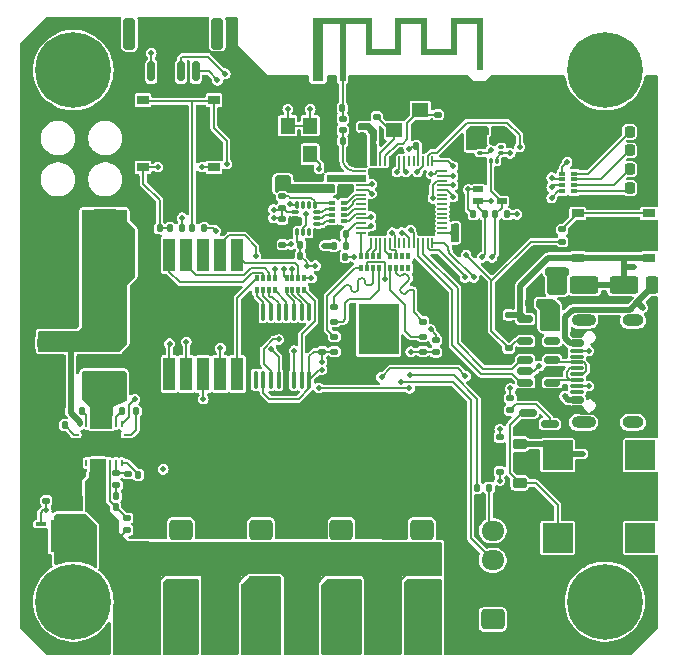
<source format=gbr>
%TF.GenerationSoftware,KiCad,Pcbnew,8.0.9-8.0.9-0~ubuntu24.04.1*%
%TF.CreationDate,2025-04-13T21:31:37+05:00*%
%TF.ProjectId,ThetaAnomalain,54686574-6141-46e6-9f6d-616c61696e2e,rev?*%
%TF.SameCoordinates,Original*%
%TF.FileFunction,Copper,L1,Top*%
%TF.FilePolarity,Positive*%
%FSLAX46Y46*%
G04 Gerber Fmt 4.6, Leading zero omitted, Abs format (unit mm)*
G04 Created by KiCad (PCBNEW 8.0.9-8.0.9-0~ubuntu24.04.1) date 2025-04-13 21:31:37*
%MOMM*%
%LPD*%
G01*
G04 APERTURE LIST*
G04 Aperture macros list*
%AMRoundRect*
0 Rectangle with rounded corners*
0 $1 Rounding radius*
0 $2 $3 $4 $5 $6 $7 $8 $9 X,Y pos of 4 corners*
0 Add a 4 corners polygon primitive as box body*
4,1,4,$2,$3,$4,$5,$6,$7,$8,$9,$2,$3,0*
0 Add four circle primitives for the rounded corners*
1,1,$1+$1,$2,$3*
1,1,$1+$1,$4,$5*
1,1,$1+$1,$6,$7*
1,1,$1+$1,$8,$9*
0 Add four rect primitives between the rounded corners*
20,1,$1+$1,$2,$3,$4,$5,0*
20,1,$1+$1,$4,$5,$6,$7,0*
20,1,$1+$1,$6,$7,$8,$9,0*
20,1,$1+$1,$8,$9,$2,$3,0*%
%AMOutline5P*
0 Free polygon, 5 corners , with rotation*
0 The origin of the aperture is its center*
0 number of corners: always 5*
0 $1 to $10 corner X, Y*
0 $11 Rotation angle, in degrees counterclockwise*
0 create outline with 5 corners*
4,1,5,$1,$2,$3,$4,$5,$6,$7,$8,$9,$10,$1,$2,$11*%
%AMOutline6P*
0 Free polygon, 6 corners , with rotation*
0 The origin of the aperture is its center*
0 number of corners: always 6*
0 $1 to $12 corner X, Y*
0 $13 Rotation angle, in degrees counterclockwise*
0 create outline with 6 corners*
4,1,6,$1,$2,$3,$4,$5,$6,$7,$8,$9,$10,$11,$12,$1,$2,$13*%
%AMOutline7P*
0 Free polygon, 7 corners , with rotation*
0 The origin of the aperture is its center*
0 number of corners: always 7*
0 $1 to $14 corner X, Y*
0 $15 Rotation angle, in degrees counterclockwise*
0 create outline with 7 corners*
4,1,7,$1,$2,$3,$4,$5,$6,$7,$8,$9,$10,$11,$12,$13,$14,$1,$2,$15*%
%AMOutline8P*
0 Free polygon, 8 corners , with rotation*
0 The origin of the aperture is its center*
0 number of corners: always 8*
0 $1 to $16 corner X, Y*
0 $17 Rotation angle, in degrees counterclockwise*
0 create outline with 8 corners*
4,1,8,$1,$2,$3,$4,$5,$6,$7,$8,$9,$10,$11,$12,$13,$14,$15,$16,$1,$2,$17*%
G04 Aperture macros list end*
%TA.AperFunction,EtchedComponent*%
%ADD10C,0.000000*%
%TD*%
%TA.AperFunction,SMDPad,CuDef*%
%ADD11RoundRect,0.218750X0.218750X0.256250X-0.218750X0.256250X-0.218750X-0.256250X0.218750X-0.256250X0*%
%TD*%
%TA.AperFunction,SMDPad,CuDef*%
%ADD12RoundRect,0.135000X-0.185000X0.135000X-0.185000X-0.135000X0.185000X-0.135000X0.185000X0.135000X0*%
%TD*%
%TA.AperFunction,SMDPad,CuDef*%
%ADD13O,0.599999X0.240000*%
%TD*%
%TA.AperFunction,SMDPad,CuDef*%
%ADD14O,0.240000X0.599999*%
%TD*%
%TA.AperFunction,SMDPad,CuDef*%
%ADD15R,0.725068X0.229918*%
%TD*%
%TA.AperFunction,SMDPad,CuDef*%
%ADD16R,0.724920X0.229997*%
%TD*%
%TA.AperFunction,SMDPad,CuDef*%
%ADD17R,0.399999X0.319994*%
%TD*%
%TA.AperFunction,SMDPad,CuDef*%
%ADD18R,0.399998X0.319995*%
%TD*%
%TA.AperFunction,SMDPad,CuDef*%
%ADD19R,3.050006X2.049998*%
%TD*%
%TA.AperFunction,SMDPad,CuDef*%
%ADD20R,0.725070X0.230003*%
%TD*%
%TA.AperFunction,SMDPad,CuDef*%
%ADD21R,0.724922X0.230003*%
%TD*%
%TA.AperFunction,SMDPad,CuDef*%
%ADD22RoundRect,0.135000X0.185000X-0.135000X0.185000X0.135000X-0.185000X0.135000X-0.185000X-0.135000X0*%
%TD*%
%TA.AperFunction,ComponentPad*%
%ADD23RoundRect,0.250000X-0.725000X0.600000X-0.725000X-0.600000X0.725000X-0.600000X0.725000X0.600000X0*%
%TD*%
%TA.AperFunction,ComponentPad*%
%ADD24O,1.950000X1.700000*%
%TD*%
%TA.AperFunction,SMDPad,CuDef*%
%ADD25RoundRect,0.250000X-0.325000X-0.650000X0.325000X-0.650000X0.325000X0.650000X-0.325000X0.650000X0*%
%TD*%
%TA.AperFunction,SMDPad,CuDef*%
%ADD26R,1.000000X0.750000*%
%TD*%
%TA.AperFunction,SMDPad,CuDef*%
%ADD27RoundRect,0.225000X-0.375000X0.225000X-0.375000X-0.225000X0.375000X-0.225000X0.375000X0.225000X0*%
%TD*%
%TA.AperFunction,SMDPad,CuDef*%
%ADD28RoundRect,0.135000X-0.135000X-0.185000X0.135000X-0.185000X0.135000X0.185000X-0.135000X0.185000X0*%
%TD*%
%TA.AperFunction,ConnectorPad*%
%ADD29R,0.500000X0.500000*%
%TD*%
%TA.AperFunction,ComponentPad*%
%ADD30R,0.900000X0.500000*%
%TD*%
%TA.AperFunction,ComponentPad*%
%ADD31C,0.800000*%
%TD*%
%TA.AperFunction,ComponentPad*%
%ADD32C,6.400000*%
%TD*%
%TA.AperFunction,SMDPad,CuDef*%
%ADD33RoundRect,0.135000X0.135000X0.185000X-0.135000X0.185000X-0.135000X-0.185000X0.135000X-0.185000X0*%
%TD*%
%TA.AperFunction,SMDPad,CuDef*%
%ADD34RoundRect,0.100000X-0.100000X0.637500X-0.100000X-0.637500X0.100000X-0.637500X0.100000X0.637500X0*%
%TD*%
%TA.AperFunction,SMDPad,CuDef*%
%ADD35RoundRect,0.150000X0.587500X0.150000X-0.587500X0.150000X-0.587500X-0.150000X0.587500X-0.150000X0*%
%TD*%
%TA.AperFunction,SMDPad,CuDef*%
%ADD36RoundRect,0.140000X0.140000X0.170000X-0.140000X0.170000X-0.140000X-0.170000X0.140000X-0.170000X0*%
%TD*%
%TA.AperFunction,SMDPad,CuDef*%
%ADD37RoundRect,0.250000X-1.500000X0.925000X-1.500000X-0.925000X1.500000X-0.925000X1.500000X0.925000X0*%
%TD*%
%TA.AperFunction,SMDPad,CuDef*%
%ADD38RoundRect,0.147500X0.172500X-0.147500X0.172500X0.147500X-0.172500X0.147500X-0.172500X-0.147500X0*%
%TD*%
%TA.AperFunction,SMDPad,CuDef*%
%ADD39RoundRect,0.140000X0.170000X-0.140000X0.170000X0.140000X-0.170000X0.140000X-0.170000X-0.140000X0*%
%TD*%
%TA.AperFunction,SMDPad,CuDef*%
%ADD40RoundRect,0.140000X-0.170000X0.140000X-0.170000X-0.140000X0.170000X-0.140000X0.170000X0.140000X0*%
%TD*%
%TA.AperFunction,SMDPad,CuDef*%
%ADD41RoundRect,0.140000X-0.140000X-0.170000X0.140000X-0.170000X0.140000X0.170000X-0.140000X0.170000X0*%
%TD*%
%TA.AperFunction,ComponentPad*%
%ADD42RoundRect,0.250000X0.725000X-0.600000X0.725000X0.600000X-0.725000X0.600000X-0.725000X-0.600000X0*%
%TD*%
%TA.AperFunction,SMDPad,CuDef*%
%ADD43R,1.200000X1.400000*%
%TD*%
%TA.AperFunction,SMDPad,CuDef*%
%ADD44R,1.000000X2.800000*%
%TD*%
%TA.AperFunction,SMDPad,CuDef*%
%ADD45Outline8P,-3.500000X0.900000X-2.900000X1.500000X2.900000X1.500000X3.500000X0.900000X3.500000X-0.900000X2.900000X-1.500000X-2.900000X-1.500000X-3.500000X-0.900000X90.000000*%
%TD*%
%TA.AperFunction,SMDPad,CuDef*%
%ADD46R,0.400000X0.500000*%
%TD*%
%TA.AperFunction,SMDPad,CuDef*%
%ADD47R,0.300000X0.500000*%
%TD*%
%TA.AperFunction,SMDPad,CuDef*%
%ADD48RoundRect,0.000000X-0.400000X-0.250000X0.400000X-0.250000X0.400000X0.250000X-0.400000X0.250000X0*%
%TD*%
%TA.AperFunction,SMDPad,CuDef*%
%ADD49RoundRect,0.250000X0.650000X-0.325000X0.650000X0.325000X-0.650000X0.325000X-0.650000X-0.325000X0*%
%TD*%
%TA.AperFunction,SMDPad,CuDef*%
%ADD50R,0.500000X0.400000*%
%TD*%
%TA.AperFunction,SMDPad,CuDef*%
%ADD51R,0.500000X0.300000*%
%TD*%
%TA.AperFunction,SMDPad,CuDef*%
%ADD52R,2.500000X2.500000*%
%TD*%
%TA.AperFunction,SMDPad,CuDef*%
%ADD53RoundRect,0.087500X-0.087500X0.225000X-0.087500X-0.225000X0.087500X-0.225000X0.087500X0.225000X0*%
%TD*%
%TA.AperFunction,SMDPad,CuDef*%
%ADD54RoundRect,0.087500X-0.225000X0.087500X-0.225000X-0.087500X0.225000X-0.087500X0.225000X0.087500X0*%
%TD*%
%TA.AperFunction,SMDPad,CuDef*%
%ADD55RoundRect,0.150000X0.150000X0.700000X-0.150000X0.700000X-0.150000X-0.700000X0.150000X-0.700000X0*%
%TD*%
%TA.AperFunction,SMDPad,CuDef*%
%ADD56RoundRect,0.250000X0.250000X1.100000X-0.250000X1.100000X-0.250000X-1.100000X0.250000X-1.100000X0*%
%TD*%
%TA.AperFunction,SMDPad,CuDef*%
%ADD57RoundRect,0.150000X-0.512500X-0.150000X0.512500X-0.150000X0.512500X0.150000X-0.512500X0.150000X0*%
%TD*%
%TA.AperFunction,SMDPad,CuDef*%
%ADD58R,1.400000X1.200000*%
%TD*%
%TA.AperFunction,HeatsinkPad*%
%ADD59R,1.250000X2.700000*%
%TD*%
%TA.AperFunction,SMDPad,CuDef*%
%ADD60RoundRect,0.075000X-0.362500X-0.075000X0.362500X-0.075000X0.362500X0.075000X-0.362500X0.075000X0*%
%TD*%
%TA.AperFunction,SMDPad,CuDef*%
%ADD61RoundRect,0.150000X0.512500X0.150000X-0.512500X0.150000X-0.512500X-0.150000X0.512500X-0.150000X0*%
%TD*%
%TA.AperFunction,SMDPad,CuDef*%
%ADD62RoundRect,0.050000X-0.350000X-0.050000X0.350000X-0.050000X0.350000X0.050000X-0.350000X0.050000X0*%
%TD*%
%TA.AperFunction,SMDPad,CuDef*%
%ADD63RoundRect,0.050000X-0.050000X-0.350000X0.050000X-0.350000X0.050000X0.350000X-0.050000X0.350000X0*%
%TD*%
%TA.AperFunction,HeatsinkPad*%
%ADD64R,4.000000X4.000000*%
%TD*%
%TA.AperFunction,SMDPad,CuDef*%
%ADD65RoundRect,0.125000X0.200000X0.125000X-0.200000X0.125000X-0.200000X-0.125000X0.200000X-0.125000X0*%
%TD*%
%TA.AperFunction,HeatsinkPad*%
%ADD66R,3.400000X4.300000*%
%TD*%
%TA.AperFunction,SMDPad,CuDef*%
%ADD67RoundRect,0.250000X-0.950000X-0.500000X0.950000X-0.500000X0.950000X0.500000X-0.950000X0.500000X0*%
%TD*%
%TA.AperFunction,SMDPad,CuDef*%
%ADD68RoundRect,0.250000X-0.275000X-0.500000X0.275000X-0.500000X0.275000X0.500000X-0.275000X0.500000X0*%
%TD*%
%TA.AperFunction,SMDPad,CuDef*%
%ADD69RoundRect,0.250000X0.950000X0.500000X-0.950000X0.500000X-0.950000X-0.500000X0.950000X-0.500000X0*%
%TD*%
%TA.AperFunction,SMDPad,CuDef*%
%ADD70RoundRect,0.250000X0.275000X0.500000X-0.275000X0.500000X-0.275000X-0.500000X0.275000X-0.500000X0*%
%TD*%
%TA.AperFunction,SMDPad,CuDef*%
%ADD71RoundRect,0.045000X0.205000X-0.105000X0.205000X0.105000X-0.205000X0.105000X-0.205000X-0.105000X0*%
%TD*%
%TA.AperFunction,SMDPad,CuDef*%
%ADD72RoundRect,0.045000X0.105000X-0.205000X0.105000X0.205000X-0.105000X0.205000X-0.105000X-0.205000X0*%
%TD*%
%TA.AperFunction,SMDPad,CuDef*%
%ADD73RoundRect,0.150000X0.425000X-0.150000X0.425000X0.150000X-0.425000X0.150000X-0.425000X-0.150000X0*%
%TD*%
%TA.AperFunction,SMDPad,CuDef*%
%ADD74RoundRect,0.075000X0.500000X-0.075000X0.500000X0.075000X-0.500000X0.075000X-0.500000X-0.075000X0*%
%TD*%
%TA.AperFunction,ComponentPad*%
%ADD75O,2.100000X1.000000*%
%TD*%
%TA.AperFunction,ComponentPad*%
%ADD76O,1.800000X1.000000*%
%TD*%
%TA.AperFunction,SMDPad,CuDef*%
%ADD77RoundRect,0.250000X0.325000X0.650000X-0.325000X0.650000X-0.325000X-0.650000X0.325000X-0.650000X0*%
%TD*%
%TA.AperFunction,ViaPad*%
%ADD78C,0.500000*%
%TD*%
%TA.AperFunction,Conductor*%
%ADD79C,0.200000*%
%TD*%
%TA.AperFunction,Conductor*%
%ADD80C,0.500000*%
%TD*%
G04 APERTURE END LIST*
D10*
%TA.AperFunction,EtchedComponent*%
%TO.C,AE1*%
G36*
X103250000Y-77190000D02*
G01*
X105250000Y-77190000D01*
X105250000Y-74550000D01*
X107950000Y-74550000D01*
X107950000Y-77190000D01*
X109950000Y-77190000D01*
X109950000Y-74550000D01*
X112650000Y-74550000D01*
X112650000Y-78990000D01*
X112150000Y-78990000D01*
X112150000Y-75050000D01*
X110450000Y-75050000D01*
X110450000Y-77690000D01*
X107450000Y-77690000D01*
X107450000Y-75050000D01*
X105750000Y-75050000D01*
X105750000Y-77690000D01*
X102750000Y-77690000D01*
X102750000Y-75050000D01*
X101050000Y-75050000D01*
X101050000Y-79950000D01*
X100550000Y-79950000D01*
X100550000Y-75050000D01*
X99150000Y-75050000D01*
X99150000Y-79950000D01*
X98250000Y-79950000D01*
X98250000Y-79706785D01*
X98552417Y-79706785D01*
X98562258Y-79754395D01*
X98586326Y-79796797D01*
X98624269Y-79829581D01*
X98632181Y-79833935D01*
X98674844Y-79846043D01*
X98723363Y-79845300D01*
X98768878Y-79832400D01*
X98787489Y-79821787D01*
X98821132Y-79786553D01*
X98841691Y-79741368D01*
X98848222Y-79691842D01*
X98839782Y-79643583D01*
X98822888Y-79611357D01*
X98787628Y-79578687D01*
X98742318Y-79558592D01*
X98692733Y-79552018D01*
X98644647Y-79559908D01*
X98611755Y-79576814D01*
X98576815Y-79613584D01*
X98557153Y-79658378D01*
X98552417Y-79706785D01*
X98250000Y-79706785D01*
X98250000Y-74550000D01*
X103250000Y-74550000D01*
X103250000Y-77190000D01*
G37*
%TD.AperFunction*%
%TD*%
D11*
%TO.P,D8,1,K*%
%TO.N,GND*%
X126687500Y-89000000D03*
%TO.P,D8,2,A*%
%TO.N,Net-(D8-A)*%
X125112500Y-89000000D03*
%TD*%
D12*
%TO.P,R5,1*%
%TO.N,Net-(U2-COMP)*%
X81650000Y-113130080D03*
%TO.P,R5,2*%
%TO.N,Net-(C13-Pad2)*%
X81650000Y-114150080D03*
%TD*%
D13*
%TO.P,U2,1,VCC*%
%TO.N,Net-(U2-VCC)*%
X82500002Y-109850078D03*
D14*
%TO.P,U2,2,EN*%
%TO.N,Net-(JP1-C)*%
X82099921Y-108949999D03*
%TO.P,U2,3,FSW*%
%TO.N,Net-(U2-FSW)*%
X81599922Y-108949999D03*
%TO.P,U2,4,SW*%
%TO.N,Net-(C1-Pad2)*%
X81099921Y-108949999D03*
%TO.P,U2,5,SW*%
X80599922Y-108949999D03*
%TO.P,U2,6,SW*%
X80099923Y-108949999D03*
%TO.P,U2,7,SW*%
X79599921Y-108949999D03*
%TO.P,U2,8,BOOT*%
%TO.N,Net-(U2-BOOT)*%
X79099922Y-108949999D03*
%TO.P,U2,9,VIN*%
%TO.N,+3V8*%
X78599921Y-108949999D03*
D13*
%TO.P,U2,10,SS*%
%TO.N,Net-(U2-SS)*%
X78200000Y-109850078D03*
%TO.P,U2,11,NC*%
%TO.N,GND*%
X78200000Y-111350080D03*
D14*
%TO.P,U2,12,NC*%
X78599921Y-112249997D03*
%TO.P,U2,13,MODE*%
%TO.N,unconnected-(U2-MODE-Pad13)*%
X79099922Y-112249997D03*
%TO.P,U2,14,VOUT*%
%TO.N,+6V*%
X79599921Y-112249997D03*
%TO.P,U2,15,VOUT*%
X80099923Y-112249997D03*
%TO.P,U2,16,VOUT*%
X80599922Y-112249997D03*
%TO.P,U2,17,FB*%
%TO.N,Net-(U2-FB)*%
X81099921Y-112249997D03*
%TO.P,U2,18,COMP*%
%TO.N,Net-(U2-COMP)*%
X81599922Y-112249997D03*
%TO.P,U2,19,ILIM*%
%TO.N,Net-(U2-ILIM)*%
X82099921Y-112249997D03*
D13*
%TO.P,U2,20,AGND*%
%TO.N,GND*%
X82500002Y-111350080D03*
D15*
%TO.P,U2,21,PGND*%
X82237460Y-110325039D03*
D16*
X78462459Y-110325079D03*
D17*
X82074925Y-110600077D03*
D18*
X78624920Y-110600077D03*
D19*
X80349923Y-110600079D03*
D20*
X82237461Y-110875077D03*
D21*
X78462458Y-110875077D03*
%TD*%
D22*
%TO.P,R6,1*%
%TO.N,/OFF*%
X114850000Y-102560000D03*
%TO.P,R6,2*%
%TO.N,GND*%
X114850000Y-101540000D03*
%TD*%
D23*
%TO.P,J4,1,Pin_1*%
%TO.N,/SERVOB*%
X100700000Y-117900000D03*
D24*
%TO.P,J4,2,Pin_2*%
%TO.N,+6V*%
X100700000Y-120400000D03*
%TO.P,J4,3,Pin_3*%
%TO.N,Net-(J3-Pin_3)*%
X100700000Y-122900000D03*
%TD*%
D25*
%TO.P,C29,1*%
%TO.N,+6V*%
X90925000Y-127000000D03*
%TO.P,C29,2*%
%TO.N,Net-(J3-Pin_3)*%
X93875000Y-127000000D03*
%TD*%
D26*
%TO.P,SW3,1,1*%
%TO.N,GND*%
X89900000Y-85275000D03*
X83900000Y-85275000D03*
%TO.P,SW3,2,2*%
%TO.N,/BOOT*%
X89900000Y-81525000D03*
X83900000Y-81525000D03*
%TD*%
D27*
%TO.P,D3,1,K*%
%TO.N,Net-(BZ1-+)*%
X115800000Y-110650000D03*
%TO.P,D3,2,A*%
%TO.N,Net-(BZ1--)*%
X115800000Y-113950000D03*
%TD*%
D28*
%TO.P,R7,1*%
%TO.N,Net-(U2-ILIM)*%
X83490000Y-113250080D03*
%TO.P,R7,2*%
%TO.N,GND*%
X84510000Y-113250080D03*
%TD*%
D29*
%TO.P,AE1,1,A*%
%TO.N,Net-(AE1-A)*%
X100800000Y-79700000D03*
D30*
%TO.P,AE1,2,Shield*%
%TO.N,GND*%
X98700000Y-79700000D03*
%TD*%
D31*
%TO.P,H1,1*%
%TO.N,N/C*%
X120600000Y-79000000D03*
X121302944Y-77302944D03*
X121302944Y-80697056D03*
X123000000Y-76600000D03*
D32*
X123000000Y-79000000D03*
D31*
X123000000Y-81400000D03*
X124697056Y-77302944D03*
X124697056Y-80697056D03*
X125400000Y-79000000D03*
%TD*%
D22*
%TO.P,R9,1*%
%TO.N,Net-(J1-CC1)*%
X114100000Y-113010000D03*
%TO.P,R9,2*%
%TO.N,GND*%
X114100000Y-111990000D03*
%TD*%
D33*
%TO.P,R13,1*%
%TO.N,/TXD0*%
X113200000Y-114350000D03*
%TO.P,R13,2*%
%TO.N,/TX0_RAW*%
X112180000Y-114350000D03*
%TD*%
D25*
%TO.P,C30,1*%
%TO.N,+6V*%
X97725000Y-127000000D03*
%TO.P,C30,2*%
%TO.N,Net-(J3-Pin_3)*%
X100675000Y-127000000D03*
%TD*%
D26*
%TO.P,SW2,1,1*%
%TO.N,GND*%
X89900000Y-90975000D03*
X83900000Y-90975000D03*
%TO.P,SW2,2,2*%
%TO.N,/CHIP_PU*%
X89900000Y-87225000D03*
X83900000Y-87225000D03*
%TD*%
D34*
%TO.P,U9,1,QB*%
%TO.N,Net-(RN4-R3.1)*%
X97975000Y-99475000D03*
%TO.P,U9,2,QC*%
%TO.N,Net-(RN4-R2.1)*%
X97325000Y-99475000D03*
%TO.P,U9,3,QD*%
%TO.N,Net-(RN4-R1.1)*%
X96675000Y-99475000D03*
%TO.P,U9,4,QE*%
%TO.N,Net-(RN5-R4.1)*%
X96025000Y-99475000D03*
%TO.P,U9,5,QF*%
%TO.N,Net-(RN5-R3.1)*%
X95375000Y-99475000D03*
%TO.P,U9,6,QG*%
%TO.N,Net-(RN5-R2.1)*%
X94725000Y-99475000D03*
%TO.P,U9,7,QH*%
%TO.N,Net-(RN5-R1.1)*%
X94075000Y-99475000D03*
%TO.P,U9,8,GND*%
%TO.N,GND*%
X93425000Y-99475000D03*
%TO.P,U9,9,QH'*%
%TO.N,unconnected-(U9-QH'-Pad9)*%
X93425000Y-105200000D03*
%TO.P,U9,10,~{SRCLR}*%
%TO.N,VDD*%
X94075000Y-105200000D03*
%TO.P,U9,11,SRCLK*%
%TO.N,/LD_CS*%
X94725000Y-105200000D03*
%TO.P,U9,12,RCLK*%
%TO.N,/LD_SCK*%
X95375000Y-105200000D03*
%TO.P,U9,13,~{OE}*%
%TO.N,GND*%
X96025000Y-105200000D03*
%TO.P,U9,14,SER*%
%TO.N,/LD_D*%
X96675000Y-105200000D03*
%TO.P,U9,15,QA*%
%TO.N,Net-(RN4-R4.1)*%
X97325000Y-105200000D03*
%TO.P,U9,16,VCC*%
%TO.N,VDD*%
X97975000Y-105200000D03*
%TD*%
D22*
%TO.P,R14,1*%
%TO.N,Net-(Q1-B)*%
X115000000Y-107800000D03*
%TO.P,R14,2*%
%TO.N,/BUZ*%
X115000000Y-106780000D03*
%TD*%
D12*
%TO.P,R8,1*%
%TO.N,Net-(J1-CC2)*%
X114100000Y-110090000D03*
%TO.P,R8,2*%
%TO.N,GND*%
X114100000Y-111110000D03*
%TD*%
D35*
%TO.P,Q1,1,B*%
%TO.N,Net-(Q1-B)*%
X118337500Y-108950000D03*
%TO.P,Q1,2,E*%
%TO.N,GND*%
X118337500Y-107050000D03*
%TO.P,Q1,3,C*%
%TO.N,Net-(BZ1--)*%
X116462500Y-108000000D03*
%TD*%
D36*
%TO.P,C32,1*%
%TO.N,+6V*%
X79580000Y-113250080D03*
%TO.P,C32,2*%
%TO.N,GND*%
X78620000Y-113250080D03*
%TD*%
D37*
%TO.P,L2,1,1*%
%TO.N,+3V8*%
X80600000Y-99725000D03*
%TO.P,L2,2,2*%
%TO.N,Net-(C1-Pad2)*%
X80600000Y-105775000D03*
%TD*%
D38*
%TO.P,L1,1,1*%
%TO.N,VDD*%
X99800000Y-89120000D03*
%TO.P,L1,2,2*%
%TO.N,Net-(C5-Pad1)*%
X99800000Y-88150000D03*
%TD*%
D39*
%TO.P,C2,1*%
%TO.N,VDD*%
X96900000Y-89080000D03*
%TO.P,C2,2*%
%TO.N,GND*%
X96900000Y-88120000D03*
%TD*%
D40*
%TO.P,C5,1*%
%TO.N,Net-(C5-Pad1)*%
X100750000Y-88150000D03*
%TO.P,C5,2*%
%TO.N,GND*%
X100750000Y-89110000D03*
%TD*%
D41*
%TO.P,C1,1*%
%TO.N,Net-(U2-BOOT)*%
X78740000Y-107850080D03*
%TO.P,C1,2*%
%TO.N,Net-(C1-Pad2)*%
X79700000Y-107850080D03*
%TD*%
D23*
%TO.P,J3,1,Pin_1*%
%TO.N,/SERVOA*%
X107500000Y-117900000D03*
D24*
%TO.P,J3,2,Pin_2*%
%TO.N,+6V*%
X107500000Y-120400000D03*
%TO.P,J3,3,Pin_3*%
%TO.N,Net-(J3-Pin_3)*%
X107500000Y-122900000D03*
%TD*%
D25*
%TO.P,C26,1*%
%TO.N,+6V*%
X84125000Y-127000000D03*
%TO.P,C26,2*%
%TO.N,Net-(J3-Pin_3)*%
X87075000Y-127000000D03*
%TD*%
D41*
%TO.P,C15,1*%
%TO.N,VDD*%
X107040000Y-85450000D03*
%TO.P,C15,2*%
%TO.N,GND*%
X108000000Y-85450000D03*
%TD*%
D42*
%TO.P,J7,1,Pin_1*%
%TO.N,VDD*%
X113500000Y-125500000D03*
D24*
%TO.P,J7,2,Pin_2*%
%TO.N,GND*%
X113500000Y-123000000D03*
%TO.P,J7,3,Pin_3*%
%TO.N,/RXD0*%
X113500000Y-120500000D03*
%TO.P,J7,4,Pin_4*%
%TO.N,/TXD0*%
X113500000Y-118000000D03*
%TD*%
D22*
%TO.P,R10,1*%
%TO.N,VDD*%
X95700000Y-90700000D03*
%TO.P,R10,2*%
%TO.N,Net-(RN1D-R4.2)*%
X95700000Y-89680000D03*
%TD*%
D33*
%TO.P,R12,1*%
%TO.N,VDD*%
X114750000Y-91200000D03*
%TO.P,R12,2*%
%TO.N,/SDA*%
X113730000Y-91200000D03*
%TD*%
D43*
%TO.P,Y2,1,OE*%
%TO.N,VDD*%
X96150000Y-83700000D03*
%TO.P,Y2,2,GND*%
%TO.N,GND*%
X96150000Y-86100000D03*
%TO.P,Y2,3,OUT*%
%TO.N,Net-(U5-INT2{slash}FSYNC{slash}CLKIN)*%
X98050000Y-86100000D03*
%TO.P,Y2,4,Vcc*%
%TO.N,VDD*%
X98050000Y-83700000D03*
%TD*%
D41*
%TO.P,C11,1*%
%TO.N,GND*%
X102440000Y-85550000D03*
%TO.P,C11,2*%
%TO.N,VDD*%
X103400000Y-85550000D03*
%TD*%
D40*
%TO.P,C37,1*%
%TO.N,Net-(U5-INT2{slash}FSYNC{slash}CLKIN)*%
X95700000Y-93770000D03*
%TO.P,C37,2*%
%TO.N,GND*%
X95700000Y-94730000D03*
%TD*%
D22*
%TO.P,R20,1*%
%TO.N,/SERVOEN*%
X75700000Y-115460000D03*
%TO.P,R20,2*%
%TO.N,GND*%
X75700000Y-114440000D03*
%TD*%
D44*
%TO.P,U8,1,E*%
%TO.N,Net-(RN5-R4.2)*%
X86120000Y-104740000D03*
%TO.P,U8,2,D*%
%TO.N,Net-(RN4-R1.2)*%
X87560000Y-104730000D03*
%TO.P,U8,3,CA*%
%TO.N,VDD*%
X89000000Y-104750000D03*
%TO.P,U8,4,C*%
%TO.N,Net-(RN4-R2.2)*%
X90440000Y-104740000D03*
%TO.P,U8,5,DP*%
%TO.N,Net-(RN5-R1.2)*%
X91880000Y-104740000D03*
%TO.P,U8,6,B*%
%TO.N,Net-(RN4-R3.2)*%
X91880000Y-94640000D03*
%TO.P,U8,7,A*%
%TO.N,Net-(RN4-R4.2)*%
X90440000Y-94640000D03*
%TO.P,U8,8,CA*%
%TO.N,unconnected-(U8-CA-Pad8)*%
X89000000Y-94650000D03*
%TO.P,U8,9,F*%
%TO.N,Net-(RN5-R3.2)*%
X87560000Y-94630000D03*
%TO.P,U8,10,G*%
%TO.N,Net-(RN5-R2.2)*%
X86120000Y-94640000D03*
%TD*%
D45*
%TO.P,J8,1,Pin_1*%
%TO.N,+3V8*%
X80650000Y-94250000D03*
%TO.P,J8,2,Pin_2*%
%TO.N,GND*%
X76650000Y-94250000D03*
%TD*%
D22*
%TO.P,R1,1*%
%TO.N,+6V*%
X82550000Y-117960000D03*
%TO.P,R1,2*%
%TO.N,Net-(U2-FB)*%
X82550000Y-116940000D03*
%TD*%
D11*
%TO.P,D7,1,K*%
%TO.N,GND*%
X126687500Y-87400000D03*
%TO.P,D7,2,A*%
%TO.N,Net-(D7-A)*%
X125112500Y-87400000D03*
%TD*%
D46*
%TO.P,RN6,1,R1.1*%
%TO.N,Net-(RN6-R1.1)*%
X104850000Y-95750000D03*
D47*
%TO.P,RN6,2,R2.1*%
%TO.N,Net-(RN6-R2.1)*%
X105350000Y-95750000D03*
%TO.P,RN6,3,R3.1*%
%TO.N,unconnected-(RN6-R3.1-Pad3)*%
X105850000Y-95750000D03*
D46*
%TO.P,RN6,4,R4.1*%
%TO.N,unconnected-(RN6-R4.1-Pad4)*%
X106350000Y-95750000D03*
%TO.P,RN6,5,R4.2*%
%TO.N,unconnected-(RN6-R4.2-Pad5)*%
X106350000Y-94750000D03*
D47*
%TO.P,RN6,6,R3.2*%
%TO.N,unconnected-(RN6-R3.2-Pad6)*%
X105850000Y-94750000D03*
%TO.P,RN6,7,R2.2*%
%TO.N,/FSPI_WP*%
X105350000Y-94750000D03*
D46*
%TO.P,RN6,8,R1.2*%
%TO.N,/FSPI_Q*%
X104850000Y-94750000D03*
%TD*%
D11*
%TO.P,D5,1,K*%
%TO.N,GND*%
X126687500Y-84200000D03*
%TO.P,D5,2,A*%
%TO.N,Net-(D5-A)*%
X125112500Y-84200000D03*
%TD*%
D41*
%TO.P,C20,1*%
%TO.N,GND*%
X76320000Y-109050080D03*
%TO.P,C20,2*%
%TO.N,Net-(U2-SS)*%
X77280000Y-109050080D03*
%TD*%
D40*
%TO.P,C24,1*%
%TO.N,VDD*%
X95700000Y-91597500D03*
%TO.P,C24,2*%
%TO.N,GND*%
X95700000Y-92557500D03*
%TD*%
%TO.P,C16,1*%
%TO.N,Net-(BZ1-+)*%
X114850000Y-99720000D03*
%TO.P,C16,2*%
%TO.N,GND*%
X114850000Y-100680000D03*
%TD*%
D23*
%TO.P,J6,1,Pin_1*%
%TO.N,/SERVOD*%
X87100000Y-117900000D03*
D24*
%TO.P,J6,2,Pin_2*%
%TO.N,+6V*%
X87100000Y-120400000D03*
%TO.P,J6,3,Pin_3*%
%TO.N,Net-(J3-Pin_3)*%
X87100000Y-122900000D03*
%TD*%
D48*
%TO.P,U6,1,NC*%
%TO.N,GND*%
X112290000Y-88100000D03*
%TO.P,U6,2,VDD*%
%TO.N,VDD*%
X112290000Y-89100000D03*
%TO.P,U6,3,SCL*%
%TO.N,/SCL*%
X112290000Y-90100000D03*
%TO.P,U6,4,SDA*%
%TO.N,/SDA*%
X114290000Y-90100000D03*
%TO.P,U6,5,GND*%
%TO.N,GND*%
X114290000Y-89100000D03*
%TO.P,U6,6,NC*%
X114290000Y-88100000D03*
%TD*%
D49*
%TO.P,C9,1*%
%TO.N,+3V8*%
X75850000Y-102075000D03*
%TO.P,C9,2*%
%TO.N,GND*%
X75850000Y-99125000D03*
%TD*%
D22*
%TO.P,R17,1*%
%TO.N,Net-(RN3-R3.2)*%
X108700000Y-102860000D03*
%TO.P,R17,2*%
%TO.N,VDD*%
X108700000Y-101840000D03*
%TD*%
D33*
%TO.P,R15,1*%
%TO.N,VDD*%
X87210000Y-92400000D03*
%TO.P,R15,2*%
%TO.N,/CHIP_PU*%
X86190000Y-92400000D03*
%TD*%
D36*
%TO.P,C12,1*%
%TO.N,VDD*%
X117480000Y-98700000D03*
%TO.P,C12,2*%
%TO.N,GND*%
X116520000Y-98700000D03*
%TD*%
D41*
%TO.P,C6,1*%
%TO.N,Net-(U4-VDD_SPI)*%
X110370000Y-92300000D03*
%TO.P,C6,2*%
%TO.N,GND*%
X111330000Y-92300000D03*
%TD*%
D39*
%TO.P,C34,1*%
%TO.N,VDD*%
X99050000Y-102830000D03*
%TO.P,C34,2*%
%TO.N,GND*%
X99050000Y-101870000D03*
%TD*%
D31*
%TO.P,H4,1*%
%TO.N,N/C*%
X120600000Y-124000000D03*
X121302944Y-122302944D03*
X121302944Y-125697056D03*
X123000000Y-121600000D03*
D32*
X123000000Y-124000000D03*
D31*
X123000000Y-126400000D03*
X124697056Y-122302944D03*
X124697056Y-125697056D03*
X125400000Y-124000000D03*
%TD*%
D41*
%TO.P,C7,1*%
%TO.N,Net-(U4-VDD_SPI)*%
X110370000Y-93250000D03*
%TO.P,C7,2*%
%TO.N,GND*%
X111330000Y-93250000D03*
%TD*%
D50*
%TO.P,RN1,1,R1.1*%
%TO.N,/VSPI_CS*%
X100900000Y-91750000D03*
D51*
%TO.P,RN1,2,R2.1*%
%TO.N,/VSPI_CLK*%
X100900000Y-91250000D03*
%TO.P,RN1,3,R3.1*%
%TO.N,/VSPI_D*%
X100900000Y-90750000D03*
D50*
%TO.P,RN1,4,R4.1*%
%TO.N,/VSPI_Q*%
X100900000Y-90250000D03*
%TO.P,RN1,5,R4.2*%
%TO.N,Net-(RN1D-R4.2)*%
X99900000Y-90250000D03*
D51*
%TO.P,RN1,6,R3.2*%
%TO.N,Net-(RN1C-R3.2)*%
X99900000Y-90750000D03*
%TO.P,RN1,7,R2.2*%
%TO.N,Net-(RN1B-R2.2)*%
X99900000Y-91250000D03*
D50*
%TO.P,RN1,8,R1.2*%
%TO.N,Net-(RN1A-R1.2)*%
X99900000Y-91750000D03*
%TD*%
D28*
%TO.P,R11,1*%
%TO.N,VDD*%
X111870000Y-91200000D03*
%TO.P,R11,2*%
%TO.N,/SCL*%
X112890000Y-91200000D03*
%TD*%
D33*
%TO.P,R16,1*%
%TO.N,VDD*%
X89100000Y-92400000D03*
%TO.P,R16,2*%
%TO.N,/BOOT*%
X88080000Y-92400000D03*
%TD*%
D41*
%TO.P,C10,1*%
%TO.N,GND*%
X102440000Y-84600000D03*
%TO.P,C10,2*%
%TO.N,VDD*%
X103400000Y-84600000D03*
%TD*%
D52*
%TO.P,BZ1,1,+*%
%TO.N,Net-(BZ1-+)*%
X119000000Y-111600000D03*
%TO.P,BZ1,2,-*%
%TO.N,Net-(BZ1--)*%
X119000000Y-118600000D03*
%TO.P,BZ1,3*%
%TO.N,N/C*%
X126000000Y-118600000D03*
%TO.P,BZ1,4*%
X126000000Y-111600000D03*
%TD*%
D39*
%TO.P,C25,1*%
%TO.N,GND*%
X111590000Y-86480000D03*
%TO.P,C25,2*%
%TO.N,VDD*%
X111590000Y-85520000D03*
%TD*%
D53*
%TO.P,U5,1,SDO/ADO*%
%TO.N,Net-(RN1D-R4.2)*%
X98450000Y-90387500D03*
%TO.P,U5,2,RESV*%
%TO.N,unconnected-(U5-RESV-Pad2)*%
X97950000Y-90387500D03*
%TO.P,U5,3,RESV*%
%TO.N,unconnected-(U5-RESV-Pad3)*%
X97450000Y-90387500D03*
%TO.P,U5,4,INT1/INT*%
%TO.N,/IMU_INT*%
X96950000Y-90387500D03*
D54*
%TO.P,U5,5,VDDIO*%
%TO.N,VDD*%
X96787500Y-91050000D03*
%TO.P,U5,6,GND*%
%TO.N,GND*%
X96787500Y-91550000D03*
%TO.P,U5,7,RESV*%
X96787500Y-92050000D03*
D53*
%TO.P,U5,8,VDD*%
%TO.N,VDD*%
X96950000Y-92712500D03*
%TO.P,U5,9,INT2/FSYNC/CLKIN*%
%TO.N,Net-(U5-INT2{slash}FSYNC{slash}CLKIN)*%
X97450000Y-92712500D03*
%TO.P,U5,10,RESV*%
%TO.N,unconnected-(U5-RESV-Pad10)*%
X97950000Y-92712500D03*
%TO.P,U5,11,RESV*%
%TO.N,GND*%
X98450000Y-92712500D03*
D54*
%TO.P,U5,12,~{CS}/VDDIO*%
%TO.N,Net-(RN1A-R1.2)*%
X98612500Y-92050000D03*
%TO.P,U5,13,SCLK/SCL*%
%TO.N,Net-(RN1B-R2.2)*%
X98612500Y-91550000D03*
%TO.P,U5,14,SDIO/SDI/SDA*%
%TO.N,Net-(RN1C-R3.2)*%
X98612500Y-91050000D03*
%TD*%
D55*
%TO.P,J2,1,Pin_1*%
%TO.N,/SDA*%
X88350000Y-79100000D03*
%TO.P,J2,2,Pin_2*%
%TO.N,/SCL*%
X87100000Y-79100000D03*
%TO.P,J2,3,Pin_3*%
%TO.N,GND*%
X85850000Y-79100000D03*
%TO.P,J2,4,Pin_4*%
%TO.N,VDD*%
X84600000Y-79100000D03*
D56*
%TO.P,J2,MP*%
%TO.N,N/C*%
X90200000Y-75900000D03*
X82750000Y-75900000D03*
%TD*%
D57*
%TO.P,U1,1,VIN*%
%TO.N,Net-(BZ1-+)*%
X116262500Y-100050000D03*
%TO.P,U1,2,GND*%
%TO.N,GND*%
X116262500Y-101000000D03*
%TO.P,U1,3,EN*%
%TO.N,/OFF*%
X116262500Y-101950000D03*
%TO.P,U1,4,NC*%
%TO.N,unconnected-(U1-NC-Pad4)*%
X118537500Y-101950000D03*
%TO.P,U1,5,VOUT*%
%TO.N,VDD*%
X118537500Y-100050000D03*
%TD*%
D36*
%TO.P,C8,1*%
%TO.N,VDD*%
X101030000Y-94800000D03*
%TO.P,C8,2*%
%TO.N,GND*%
X100070000Y-94800000D03*
%TD*%
D41*
%TO.P,C19,1*%
%TO.N,Net-(U2-VCC)*%
X83320000Y-107850080D03*
%TO.P,C19,2*%
%TO.N,GND*%
X84280000Y-107850080D03*
%TD*%
D58*
%TO.P,Y1,1,1*%
%TO.N,Net-(U4-XTAL_N)*%
X107380000Y-82385000D03*
%TO.P,Y1,2,2*%
%TO.N,GND*%
X105180000Y-82385000D03*
%TO.P,Y1,3,3*%
%TO.N,Net-(U4-XTAL_P)*%
X105180000Y-84085000D03*
%TO.P,Y1,4,4*%
%TO.N,GND*%
X107380000Y-84085000D03*
%TD*%
D12*
%TO.P,R4,1*%
%TO.N,Net-(R4-Pad1)*%
X119400000Y-92490000D03*
%TO.P,R4,2*%
%TO.N,/OFF*%
X119400000Y-93510000D03*
%TD*%
D26*
%TO.P,SW1,1,1*%
%TO.N,Net-(BZ1-+)*%
X126700000Y-94875000D03*
X120700000Y-94875000D03*
%TO.P,SW1,2,2*%
%TO.N,Net-(R4-Pad1)*%
X126700000Y-91125000D03*
X120700000Y-91125000D03*
%TD*%
D41*
%TO.P,C21,1*%
%TO.N,VDD*%
X112860000Y-84050000D03*
%TO.P,C21,2*%
%TO.N,GND*%
X113820000Y-84050000D03*
%TD*%
D23*
%TO.P,J5,1,Pin_1*%
%TO.N,/SERVOC*%
X93900000Y-117900000D03*
D24*
%TO.P,J5,2,Pin_2*%
%TO.N,+6V*%
X93900000Y-120400000D03*
%TO.P,J5,3,Pin_3*%
%TO.N,Net-(J3-Pin_3)*%
X93900000Y-122900000D03*
%TD*%
D33*
%TO.P,R19,1*%
%TO.N,/V_ADC*%
X101060000Y-92900000D03*
%TO.P,R19,2*%
%TO.N,GND*%
X100040000Y-92900000D03*
%TD*%
D36*
%TO.P,C33,1*%
%TO.N,/CHIP_PU*%
X85310000Y-92400000D03*
%TO.P,C33,2*%
%TO.N,GND*%
X84350000Y-92400000D03*
%TD*%
%TO.P,C35,1*%
%TO.N,Net-(U4-LNA_IN)*%
X100800000Y-85000000D03*
%TO.P,C35,2*%
%TO.N,GND*%
X99840000Y-85000000D03*
%TD*%
D46*
%TO.P,RN5,1,R1.1*%
%TO.N,Net-(RN5-R1.1)*%
X93550000Y-97637500D03*
D47*
%TO.P,RN5,2,R2.1*%
%TO.N,Net-(RN5-R2.1)*%
X94050000Y-97637500D03*
%TO.P,RN5,3,R3.1*%
%TO.N,Net-(RN5-R3.1)*%
X94550000Y-97637500D03*
D46*
%TO.P,RN5,4,R4.1*%
%TO.N,Net-(RN5-R4.1)*%
X95050000Y-97637500D03*
%TO.P,RN5,5,R4.2*%
%TO.N,Net-(RN5-R4.2)*%
X95050000Y-96637500D03*
D47*
%TO.P,RN5,6,R3.2*%
%TO.N,Net-(RN5-R3.2)*%
X94550000Y-96637500D03*
%TO.P,RN5,7,R2.2*%
%TO.N,Net-(RN5-R2.2)*%
X94050000Y-96637500D03*
D46*
%TO.P,RN5,8,R1.2*%
%TO.N,Net-(RN5-R1.2)*%
X93550000Y-96637500D03*
%TD*%
D59*
%TO.P,Q2,1,D*%
%TO.N,Net-(J3-Pin_3)*%
X76662500Y-118400000D03*
D60*
X78100000Y-117425000D03*
X78100000Y-118075000D03*
X78100000Y-118725000D03*
X78100000Y-119375000D03*
%TO.P,Q2,2,G*%
%TO.N,/SERVOEN*%
X75225000Y-117425000D03*
%TO.P,Q2,3,S*%
%TO.N,GND*%
X75225000Y-118075000D03*
X75225000Y-118725000D03*
X75225000Y-119375000D03*
%TD*%
D61*
%TO.P,U3,1,I/O1*%
%TO.N,Net-(J1-D--PadA7)*%
X118537500Y-105450000D03*
%TO.P,U3,2,GND*%
%TO.N,GND*%
X118537500Y-104500000D03*
%TO.P,U3,3,I/O2*%
%TO.N,Net-(J1-D+-PadA6)*%
X118537500Y-103550000D03*
%TO.P,U3,4,I/O2*%
%TO.N,/DP*%
X116262500Y-103550000D03*
%TO.P,U3,5,VBUS*%
%TO.N,VDD*%
X116262500Y-104500000D03*
%TO.P,U3,6,I/O1*%
%TO.N,/DN*%
X116262500Y-105450000D03*
%TD*%
D46*
%TO.P,RN4,1,R1.1*%
%TO.N,Net-(RN4-R1.1)*%
X96050000Y-97637500D03*
D47*
%TO.P,RN4,2,R2.1*%
%TO.N,Net-(RN4-R2.1)*%
X96550000Y-97637500D03*
%TO.P,RN4,3,R3.1*%
%TO.N,Net-(RN4-R3.1)*%
X97050000Y-97637500D03*
D46*
%TO.P,RN4,4,R4.1*%
%TO.N,Net-(RN4-R4.1)*%
X97550000Y-97637500D03*
%TO.P,RN4,5,R4.2*%
%TO.N,Net-(RN4-R4.2)*%
X97550000Y-96637500D03*
D47*
%TO.P,RN4,6,R3.2*%
%TO.N,Net-(RN4-R3.2)*%
X97050000Y-96637500D03*
%TO.P,RN4,7,R2.2*%
%TO.N,Net-(RN4-R2.2)*%
X96550000Y-96637500D03*
D46*
%TO.P,RN4,8,R1.2*%
%TO.N,Net-(RN4-R1.2)*%
X96050000Y-96637500D03*
%TD*%
D62*
%TO.P,U4,1,LNA_IN*%
%TO.N,Net-(U4-LNA_IN)*%
X102350000Y-87550000D03*
%TO.P,U4,2,VDD3P3*%
%TO.N,Net-(C5-Pad1)*%
X102350000Y-87950000D03*
%TO.P,U4,3,VDD3P3*%
X102350000Y-88350000D03*
%TO.P,U4,4,CHIP_PU*%
%TO.N,/CHIP_PU*%
X102350000Y-88750000D03*
%TO.P,U4,5,GPIO0*%
%TO.N,/BOOT*%
X102350000Y-89150000D03*
%TO.P,U4,6,GPIO1*%
%TO.N,/VSPI_Q*%
X102350000Y-89550000D03*
%TO.P,U4,7,GPIO2*%
%TO.N,/VSPI_D*%
X102350000Y-89950000D03*
%TO.P,U4,8,GPIO3*%
%TO.N,unconnected-(U4-GPIO3-Pad8)*%
X102350000Y-90350000D03*
%TO.P,U4,9,GPIO4*%
%TO.N,/VSPI_CLK*%
X102350000Y-90750000D03*
%TO.P,U4,10,GPIO5*%
%TO.N,/VSPI_CS*%
X102350000Y-91150000D03*
%TO.P,U4,11,GPIO6*%
%TO.N,/IMU_INT*%
X102350000Y-91550000D03*
%TO.P,U4,12,GPIO7*%
%TO.N,/V_ADC*%
X102350000Y-91950000D03*
%TO.P,U4,13,GPIO8*%
%TO.N,/LD_SCK*%
X102350000Y-92350000D03*
%TO.P,U4,14,GPIO9*%
%TO.N,/FSPI_HD*%
X102350000Y-92750000D03*
D63*
%TO.P,U4,15,GPIO10*%
%TO.N,/FSPI_CS0*%
X103200000Y-93600000D03*
%TO.P,U4,16,GPIO11*%
%TO.N,/FSPI_D*%
X103600000Y-93600000D03*
%TO.P,U4,17,GPIO12*%
%TO.N,/FSPI_CLK*%
X104000000Y-93600000D03*
%TO.P,U4,18,GPIO13*%
%TO.N,/FSPI_Q*%
X104400000Y-93600000D03*
%TO.P,U4,19,GPIO14*%
%TO.N,/FSPI_WP*%
X104800000Y-93600000D03*
%TO.P,U4,20,VDD3P3_RTC*%
%TO.N,VDD*%
X105200000Y-93600000D03*
%TO.P,U4,21,XTAL_32K_P*%
%TO.N,unconnected-(U4-XTAL_32K_P-Pad21)*%
X105600000Y-93600000D03*
%TO.P,U4,22,XTAL_32K_N*%
%TO.N,unconnected-(U4-XTAL_32K_N-Pad22)*%
X106000000Y-93600000D03*
%TO.P,U4,23,GPIO17*%
%TO.N,/SDA*%
X106400000Y-93600000D03*
%TO.P,U4,24,GPIO18*%
%TO.N,/SCL*%
X106800000Y-93600000D03*
%TO.P,U4,25,GPIO19/USB_D-*%
%TO.N,/DN*%
X107200000Y-93600000D03*
%TO.P,U4,26,GPIO20/USB_D+*%
%TO.N,/DP*%
X107600000Y-93600000D03*
%TO.P,U4,27,GPIO21*%
%TO.N,/BUZ*%
X108000000Y-93600000D03*
%TO.P,U4,28,SPICS1*%
%TO.N,/LD_D*%
X108400000Y-93600000D03*
D62*
%TO.P,U4,29,VDD_SPI*%
%TO.N,Net-(U4-VDD_SPI)*%
X109250000Y-92750000D03*
%TO.P,U4,30,SPIHD*%
%TO.N,unconnected-(U4-SPIHD-Pad30)*%
X109250000Y-92350000D03*
%TO.P,U4,31,SPIWP*%
%TO.N,unconnected-(U4-SPIWP-Pad31)*%
X109250000Y-91950000D03*
%TO.P,U4,32,SPICS0*%
%TO.N,unconnected-(U4-SPICS0-Pad32)*%
X109250000Y-91550000D03*
%TO.P,U4,33,SPICLK*%
%TO.N,unconnected-(U4-SPICLK-Pad33)*%
X109250000Y-91150000D03*
%TO.P,U4,34,SPIQ*%
%TO.N,unconnected-(U4-SPIQ-Pad34)*%
X109250000Y-90750000D03*
%TO.P,U4,35,SPID*%
%TO.N,unconnected-(U4-SPID-Pad35)*%
X109250000Y-90350000D03*
%TO.P,U4,36,SPICLK_N*%
%TO.N,unconnected-(U4-SPICLK_N-Pad36)*%
X109250000Y-89950000D03*
%TO.P,U4,37,SPICLK_P*%
%TO.N,unconnected-(U4-SPICLK_P-Pad37)*%
X109250000Y-89550000D03*
%TO.P,U4,38,GPIO33*%
%TO.N,/SERVOA*%
X109250000Y-89150000D03*
%TO.P,U4,39,GPIO34*%
%TO.N,/SERVOB*%
X109250000Y-88750000D03*
%TO.P,U4,40,GPIO35*%
%TO.N,/SERVOC*%
X109250000Y-88350000D03*
%TO.P,U4,41,GPIO36*%
%TO.N,/SERVOD*%
X109250000Y-87950000D03*
%TO.P,U4,42,GPIO37*%
%TO.N,/SERVOEN*%
X109250000Y-87550000D03*
D63*
%TO.P,U4,43,GPIO38*%
%TO.N,/OFF*%
X108400000Y-86700000D03*
%TO.P,U4,44,MTCK*%
%TO.N,/Action*%
X108000000Y-86700000D03*
%TO.P,U4,45,MTDO*%
%TO.N,/LD_CS*%
X107600000Y-86700000D03*
%TO.P,U4,46,VDD3P3_CPU*%
%TO.N,VDD*%
X107200000Y-86700000D03*
%TO.P,U4,47,MTDI*%
%TO.N,unconnected-(U4-MTDI-Pad47)*%
X106800000Y-86700000D03*
%TO.P,U4,48,MTMS*%
%TO.N,unconnected-(U4-MTMS-Pad48)*%
X106400000Y-86700000D03*
%TO.P,U4,49,U0TXD*%
%TO.N,/TX0_RAW*%
X106000000Y-86700000D03*
%TO.P,U4,50,U0RXD*%
%TO.N,/RXD0*%
X105600000Y-86700000D03*
%TO.P,U4,51,GPIO45*%
%TO.N,GND*%
X105200000Y-86700000D03*
%TO.P,U4,52,GPIO46*%
X104800000Y-86700000D03*
%TO.P,U4,53,XTAL_N*%
%TO.N,Net-(U4-XTAL_N)*%
X104400000Y-86700000D03*
%TO.P,U4,54,XTAL_P*%
%TO.N,Net-(U4-XTAL_P)*%
X104000000Y-86700000D03*
%TO.P,U4,55,VDDA*%
%TO.N,VDD*%
X103600000Y-86700000D03*
%TO.P,U4,56,VDDA*%
X103200000Y-86700000D03*
D64*
%TO.P,U4,57,GND*%
%TO.N,GND*%
X105800000Y-90150000D03*
%TD*%
D36*
%TO.P,C13,1*%
%TO.N,GND*%
X82600000Y-115050080D03*
%TO.P,C13,2*%
%TO.N,Net-(C13-Pad2)*%
X81640000Y-115050080D03*
%TD*%
D39*
%TO.P,C18,1*%
%TO.N,GND*%
X82600000Y-114110080D03*
%TO.P,C18,2*%
%TO.N,Net-(U2-COMP)*%
X82600000Y-113150080D03*
%TD*%
D65*
%TO.P,U10,1,~{CS}*%
%TO.N,Net-(RN3-R3.2)*%
X107600000Y-102830000D03*
%TO.P,U10,2,DO*%
%TO.N,Net-(RN6-R1.1)*%
X107600000Y-101560000D03*
%TO.P,U10,3,~{WP}*%
%TO.N,Net-(RN6-R2.1)*%
X107600000Y-100290000D03*
%TO.P,U10,4,GND*%
%TO.N,GND*%
X107600000Y-99020000D03*
%TO.P,U10,5,DI*%
%TO.N,Net-(RN3-R2.2)*%
X100100000Y-99020000D03*
%TO.P,U10,6,CLK*%
%TO.N,Net-(RN3-R1.2)*%
X100100000Y-100290000D03*
%TO.P,U10,7,~{HOLD}*%
%TO.N,Net-(RN3-R4.2)*%
X100100000Y-101560000D03*
%TO.P,U10,8,VCC*%
%TO.N,VDD*%
X100100000Y-102830000D03*
D66*
%TO.P,U10,9*%
%TO.N,N/C*%
X103850000Y-100925000D03*
%TD*%
D31*
%TO.P,H2,1*%
%TO.N,N/C*%
X75600000Y-124000000D03*
X76302944Y-122302944D03*
X76302944Y-125697056D03*
X78000000Y-121600000D03*
D32*
X78000000Y-124000000D03*
D31*
X78000000Y-126400000D03*
X79697056Y-122302944D03*
X79697056Y-125697056D03*
X80400000Y-124000000D03*
%TD*%
D36*
%TO.P,C17,1*%
%TO.N,+3V8*%
X77800000Y-107850080D03*
%TO.P,C17,2*%
%TO.N,GND*%
X76840000Y-107850080D03*
%TD*%
D41*
%TO.P,C22,1*%
%TO.N,VDD*%
X97220000Y-93787500D03*
%TO.P,C22,2*%
%TO.N,GND*%
X98180000Y-93787500D03*
%TD*%
D67*
%TO.P,D2,1,K*%
%TO.N,Net-(BZ1-+)*%
X121275000Y-97200000D03*
D68*
%TO.P,D2,2,A*%
%TO.N,+3V8*%
X118900000Y-97200000D03*
%TD*%
D69*
%TO.P,D1,1,K*%
%TO.N,Net-(BZ1-+)*%
X124600000Y-97200000D03*
D70*
%TO.P,D1,2,A*%
%TO.N,Net-(D1-A)*%
X126975000Y-97200000D03*
%TD*%
D38*
%TO.P,L3,1,1*%
%TO.N,Net-(U4-LNA_IN)*%
X100800000Y-84085000D03*
%TO.P,L3,2,2*%
%TO.N,Net-(AE1-A)*%
X100800000Y-83115000D03*
%TD*%
D71*
%TO.P,U7,1,VDDIO*%
%TO.N,VDD*%
X112469000Y-85531000D03*
%TO.P,U7,2,SCK/SCL*%
%TO.N,/SCL*%
X112469000Y-86031000D03*
D72*
%TO.P,U7,3,VSS*%
%TO.N,GND*%
X112840000Y-86650000D03*
%TO.P,U7,4,SDI/SDA*%
%TO.N,/SDA*%
X113340000Y-86650000D03*
%TO.P,U7,5,SDO*%
%TO.N,VDD*%
X113840000Y-86650000D03*
D71*
%TO.P,U7,6,CSB*%
X114211000Y-86031000D03*
%TO.P,U7,7,INT*%
%TO.N,unconnected-(U7-INT-Pad7)*%
X114211000Y-85531000D03*
D72*
%TO.P,U7,8,VSS*%
%TO.N,GND*%
X113840000Y-84912000D03*
%TO.P,U7,9,VSS*%
X113340000Y-84912000D03*
%TO.P,U7,10,VDD*%
%TO.N,VDD*%
X112840000Y-84912000D03*
%TD*%
D41*
%TO.P,C23,1*%
%TO.N,VDD*%
X97220000Y-94737500D03*
%TO.P,C23,2*%
%TO.N,GND*%
X98180000Y-94737500D03*
%TD*%
D46*
%TO.P,RN3,1,R1.1*%
%TO.N,/FSPI_CLK*%
X103850000Y-94750000D03*
D47*
%TO.P,RN3,2,R2.1*%
%TO.N,/FSPI_D*%
X103350000Y-94750000D03*
%TO.P,RN3,3,R3.1*%
%TO.N,/FSPI_CS0*%
X102850000Y-94750000D03*
D46*
%TO.P,RN3,4,R4.1*%
%TO.N,/FSPI_HD*%
X102350000Y-94750000D03*
%TO.P,RN3,5,R4.2*%
%TO.N,Net-(RN3-R4.2)*%
X102350000Y-95750000D03*
D47*
%TO.P,RN3,6,R3.2*%
%TO.N,Net-(RN3-R3.2)*%
X102850000Y-95750000D03*
%TO.P,RN3,7,R2.2*%
%TO.N,Net-(RN3-R2.2)*%
X103350000Y-95750000D03*
D46*
%TO.P,RN3,8,R1.2*%
%TO.N,Net-(RN3-R1.2)*%
X103850000Y-95750000D03*
%TD*%
D73*
%TO.P,J1,A1,GND*%
%TO.N,GND*%
X120620000Y-107700000D03*
%TO.P,J1,A4,VBUS*%
%TO.N,Net-(D1-A)*%
X120620000Y-106900000D03*
D74*
%TO.P,J1,A5,CC1*%
%TO.N,Net-(J1-CC1)*%
X120620000Y-105750000D03*
%TO.P,J1,A6,D+*%
%TO.N,Net-(J1-D+-PadA6)*%
X120620000Y-104750000D03*
%TO.P,J1,A7,D-*%
%TO.N,Net-(J1-D--PadA7)*%
X120620000Y-104250000D03*
%TO.P,J1,A8*%
%TO.N,N/C*%
X120620000Y-103250000D03*
D73*
%TO.P,J1,A9,VBUS*%
%TO.N,Net-(D1-A)*%
X120620000Y-102100000D03*
%TO.P,J1,A12,GND*%
%TO.N,GND*%
X120620000Y-101300000D03*
%TO.P,J1,B1,GND*%
X120620000Y-101300000D03*
%TO.P,J1,B4,VBUS*%
%TO.N,Net-(D1-A)*%
X120620000Y-102100000D03*
D74*
%TO.P,J1,B5,CC2*%
%TO.N,Net-(J1-CC2)*%
X120620000Y-102750000D03*
%TO.P,J1,B6,D+*%
%TO.N,Net-(J1-D+-PadA6)*%
X120620000Y-103750000D03*
%TO.P,J1,B7,D-*%
%TO.N,Net-(J1-D--PadA7)*%
X120620000Y-105250000D03*
%TO.P,J1,B8*%
%TO.N,N/C*%
X120620000Y-106250000D03*
D73*
%TO.P,J1,B9,VBUS*%
%TO.N,Net-(D1-A)*%
X120620000Y-106900000D03*
%TO.P,J1,B12,GND*%
%TO.N,GND*%
X120620000Y-107700000D03*
D75*
%TO.P,J1,S1,SHIELD*%
%TO.N,unconnected-(J1-SHIELD-PadS1)_1*%
X121195000Y-108820000D03*
D76*
%TO.N,unconnected-(J1-SHIELD-PadS1)_3*%
X125375000Y-108820000D03*
D75*
%TO.N,unconnected-(J1-SHIELD-PadS1)*%
X121195000Y-100180000D03*
D76*
%TO.N,unconnected-(J1-SHIELD-PadS1)_2*%
X125375000Y-100180000D03*
%TD*%
D36*
%TO.P,C36,1*%
%TO.N,Net-(AE1-A)*%
X100780000Y-82200000D03*
%TO.P,C36,2*%
%TO.N,GND*%
X99820000Y-82200000D03*
%TD*%
D28*
%TO.P,R18,1*%
%TO.N,+3V8*%
X100040000Y-93850000D03*
%TO.P,R18,2*%
%TO.N,/V_ADC*%
X101060000Y-93850000D03*
%TD*%
D25*
%TO.P,C31,1*%
%TO.N,+6V*%
X104525000Y-127000000D03*
%TO.P,C31,2*%
%TO.N,Net-(J3-Pin_3)*%
X107475000Y-127000000D03*
%TD*%
D28*
%TO.P,R3,1*%
%TO.N,Net-(U2-FB)*%
X81580000Y-116000080D03*
%TO.P,R3,2*%
%TO.N,GND*%
X82600000Y-116000080D03*
%TD*%
D50*
%TO.P,RN2,1,R1.1*%
%TO.N,Net-(D8-A)*%
X120400000Y-89250000D03*
D51*
%TO.P,RN2,2,R2.1*%
%TO.N,Net-(D7-A)*%
X120400000Y-88750000D03*
%TO.P,RN2,3,R3.1*%
%TO.N,Net-(D6-A)*%
X120400000Y-88250000D03*
D50*
%TO.P,RN2,4,R4.1*%
%TO.N,Net-(D5-A)*%
X120400000Y-87750000D03*
%TO.P,RN2,5,R4.2*%
%TO.N,VDD*%
X119400000Y-87750000D03*
D51*
%TO.P,RN2,6,R3.2*%
%TO.N,/TX0_RAW*%
X119400000Y-88250000D03*
%TO.P,RN2,7,R2.2*%
%TO.N,/RXD0*%
X119400000Y-88750000D03*
D50*
%TO.P,RN2,8,R1.2*%
%TO.N,/Action*%
X119400000Y-89250000D03*
%TD*%
D39*
%TO.P,C4,1*%
%TO.N,VDD*%
X98800000Y-89080000D03*
%TO.P,C4,2*%
%TO.N,GND*%
X98800000Y-88120000D03*
%TD*%
D28*
%TO.P,R2,1*%
%TO.N,Net-(C1-Pad2)*%
X81090000Y-107850080D03*
%TO.P,R2,2*%
%TO.N,Net-(U2-FSW)*%
X82110000Y-107850080D03*
%TD*%
D77*
%TO.P,C14,1*%
%TO.N,+6V*%
X80025000Y-114950080D03*
%TO.P,C14,2*%
%TO.N,GND*%
X77075000Y-114950080D03*
%TD*%
D31*
%TO.P,H3,1*%
%TO.N,N/C*%
X75600000Y-79000000D03*
X76302944Y-77302944D03*
X76302944Y-80697056D03*
X78000000Y-76600000D03*
D32*
X78000000Y-79000000D03*
D31*
X78000000Y-81400000D03*
X79697056Y-77302944D03*
X79697056Y-80697056D03*
X80400000Y-79000000D03*
%TD*%
D39*
%TO.P,C3,1*%
%TO.N,VDD*%
X97850000Y-89080000D03*
%TO.P,C3,2*%
%TO.N,GND*%
X97850000Y-88120000D03*
%TD*%
D11*
%TO.P,D6,1,K*%
%TO.N,GND*%
X126687500Y-85800000D03*
%TO.P,D6,2,A*%
%TO.N,Net-(D6-A)*%
X125112500Y-85800000D03*
%TD*%
D39*
%TO.P,C27,1*%
%TO.N,Net-(U4-XTAL_P)*%
X103680000Y-82945000D03*
%TO.P,C27,2*%
%TO.N,GND*%
X103680000Y-81985000D03*
%TD*%
D40*
%TO.P,C28,1*%
%TO.N,Net-(U4-XTAL_N)*%
X108880000Y-82755000D03*
%TO.P,C28,2*%
%TO.N,GND*%
X108880000Y-83715000D03*
%TD*%
D78*
%TO.N,VDD*%
X119800000Y-86800000D03*
%TO.N,/Action*%
X118500000Y-89800000D03*
%TO.N,VDD*%
X108250000Y-100950000D03*
X118850000Y-100800000D03*
X87200000Y-91500000D03*
X96150000Y-82300000D03*
X90050000Y-92600000D03*
X117450000Y-104050000D03*
X94950000Y-91500000D03*
X98500000Y-95550000D03*
X85600000Y-112800000D03*
X84600000Y-77550000D03*
X101750000Y-94800000D03*
X118200000Y-100800000D03*
X99050000Y-103700000D03*
X114990000Y-86050000D03*
X97750000Y-95550000D03*
X105000000Y-92750000D03*
X111590000Y-84700000D03*
X95400000Y-89000000D03*
X115550000Y-91200000D03*
X111440000Y-89100000D03*
X102400000Y-83800000D03*
X118850000Y-99300000D03*
X99050000Y-104350000D03*
X94950000Y-90800000D03*
X96100000Y-88300000D03*
X118200000Y-99300000D03*
X89000000Y-106850000D03*
X103050000Y-83800000D03*
X106400000Y-85650000D03*
X98050000Y-82300000D03*
X96100000Y-89000000D03*
X95400000Y-88300000D03*
%TO.N,/TX0_RAW*%
X118500000Y-88100000D03*
X106500000Y-104850000D03*
X106150000Y-87600000D03*
%TO.N,/BOOT*%
X103250000Y-89450000D03*
X91000000Y-86950000D03*
%TO.N,/Action*%
X115800000Y-85500000D03*
%TO.N,/RXD0*%
X105750000Y-105400000D03*
X118500000Y-88900000D03*
X105400000Y-87600000D03*
%TO.N,GND*%
X83400000Y-111550080D03*
X112150000Y-93000000D03*
X108300000Y-97650000D03*
X94950000Y-92557500D03*
X103380000Y-81215000D03*
X74100000Y-91900000D03*
X85150000Y-85350000D03*
X101600000Y-81300000D03*
X75700000Y-121200000D03*
X84800000Y-94300000D03*
X96800000Y-87350000D03*
X74100000Y-95900000D03*
X101600000Y-83200000D03*
X109700000Y-79800000D03*
X76600000Y-111550080D03*
X74100000Y-92700000D03*
X74300000Y-120500000D03*
X97450000Y-87350000D03*
X84800000Y-105400000D03*
X103300000Y-79800000D03*
X75000000Y-121200000D03*
X101600000Y-85000000D03*
X112150000Y-92300000D03*
X95100000Y-79800000D03*
X96000000Y-103900000D03*
X105700000Y-79800000D03*
X108300000Y-99650000D03*
X84800000Y-96500000D03*
X75000000Y-120500000D03*
X84100000Y-110150080D03*
X100900000Y-106700000D03*
X102880000Y-81715000D03*
X76600000Y-112250080D03*
X108900000Y-79800000D03*
X93425000Y-100875000D03*
X117450000Y-104950000D03*
X76600000Y-110850080D03*
X74700000Y-95500000D03*
X112800000Y-80250000D03*
X92000000Y-117900000D03*
X83400000Y-110150080D03*
X108580000Y-84415000D03*
X102500000Y-79800000D03*
X114000000Y-99600000D03*
X104100000Y-79800000D03*
X100050000Y-85700000D03*
X74100000Y-94300000D03*
X115000000Y-84750000D03*
X93200000Y-78700000D03*
X109180000Y-84415000D03*
X74300000Y-118400000D03*
X122600000Y-100950000D03*
X74300000Y-117700000D03*
X90200000Y-99900000D03*
X92100000Y-77600000D03*
X116100000Y-79800000D03*
X100000000Y-80600000D03*
X101700000Y-79800000D03*
X119200000Y-79800000D03*
X91550000Y-76250000D03*
X98100000Y-87350000D03*
X101600000Y-82000000D03*
X117400000Y-97850000D03*
X74100000Y-95100000D03*
X84100000Y-111550080D03*
X93750000Y-79250000D03*
X84800000Y-99800000D03*
X96700000Y-79800000D03*
X84100000Y-112250080D03*
X74700000Y-96300000D03*
X84100000Y-108750080D03*
X94300000Y-79800000D03*
X107300000Y-79800000D03*
X74700000Y-92300000D03*
X101600000Y-80600000D03*
X84800000Y-100900000D03*
X105300000Y-106700000D03*
X117700000Y-79800000D03*
X74700000Y-97100000D03*
X84100000Y-110850080D03*
X115300000Y-79800000D03*
X102880000Y-82915000D03*
X84800000Y-103100000D03*
X104580000Y-81215000D03*
X108100000Y-79800000D03*
X98050000Y-101850000D03*
X101600000Y-84400000D03*
X104200000Y-106700000D03*
X97500000Y-79800000D03*
X74100000Y-93500000D03*
X84800000Y-95400000D03*
X74100000Y-96700000D03*
X104100000Y-85100000D03*
X114000000Y-100300000D03*
X74300000Y-119800000D03*
X122950000Y-98550000D03*
X105700000Y-85750000D03*
X76600000Y-110150080D03*
X99900000Y-79800000D03*
X85400000Y-117800000D03*
X105600000Y-117900000D03*
X103750000Y-87650000D03*
X100350000Y-87300000D03*
X84800000Y-104200000D03*
X103100000Y-106700000D03*
X101600000Y-83800000D03*
X102000000Y-106700000D03*
X102880000Y-82315000D03*
X103250000Y-90450000D03*
X91550000Y-77050000D03*
X75700000Y-120500000D03*
X114000000Y-101000000D03*
X99800000Y-106700000D03*
X74300000Y-119100000D03*
X99250000Y-92600000D03*
X116700000Y-97850000D03*
X100000000Y-81300000D03*
X83400000Y-112250080D03*
X110500000Y-79800000D03*
X100000000Y-82950000D03*
X77300000Y-112250080D03*
X113500000Y-79800000D03*
X91550000Y-75450000D03*
X77300000Y-110150080D03*
X98900000Y-117900000D03*
X74300000Y-121200000D03*
X121500000Y-93000000D03*
X105780000Y-81215000D03*
X126787500Y-83100000D03*
X101600000Y-82600000D03*
X84800000Y-97600000D03*
X113200000Y-111100000D03*
X95900000Y-79800000D03*
X101500000Y-88900000D03*
X102500000Y-86850000D03*
X114500000Y-79800000D03*
X77300000Y-110850080D03*
X108900000Y-106000000D03*
X103980000Y-81215000D03*
X84800000Y-102000000D03*
X104900000Y-79800000D03*
X74700000Y-93100000D03*
X74700000Y-94700000D03*
X84100000Y-109450080D03*
X106500000Y-79800000D03*
X111440000Y-88100000D03*
X118400000Y-79800000D03*
X115140000Y-89100000D03*
X92650000Y-78150000D03*
X74700000Y-93900000D03*
X105180000Y-81215000D03*
X77300000Y-111550080D03*
X111590000Y-87250000D03*
X111300000Y-79800000D03*
X101600000Y-85600000D03*
X74700000Y-91500000D03*
X98900000Y-101000000D03*
X100000000Y-83550000D03*
X108300000Y-98400000D03*
X100000000Y-84150000D03*
X116900000Y-79800000D03*
X112000000Y-80250000D03*
X84800000Y-98700000D03*
X83400000Y-110850080D03*
X88900000Y-85350000D03*
%TO.N,/IMU_INT*%
X96350000Y-90300000D03*
X103200000Y-91400000D03*
%TO.N,+3V8*%
X82900000Y-92700000D03*
X82900000Y-96200000D03*
X119600000Y-96050000D03*
X82900000Y-95500000D03*
X118950000Y-96050000D03*
X82900000Y-93400000D03*
X82900000Y-94800000D03*
X82900000Y-94100000D03*
X99250000Y-93850000D03*
X118300000Y-96050000D03*
%TO.N,/SDA*%
X90200000Y-79850000D03*
X105800000Y-92750000D03*
X113450000Y-94850000D03*
%TO.N,/SCL*%
X113340000Y-90100000D03*
X112600000Y-94850000D03*
X113340000Y-85800000D03*
X90850000Y-79300000D03*
X106559184Y-92550000D03*
%TO.N,/CHIP_PU*%
X103250000Y-88650000D03*
X88900000Y-87200000D03*
X85150000Y-87200000D03*
%TO.N,/SERVOA*%
X110150000Y-89750000D03*
%TO.N,/SERVOB*%
X110150000Y-88750000D03*
%TO.N,/SERVOC*%
X108450000Y-89850000D03*
%TO.N,/OFF*%
X111250000Y-94650000D03*
X110150000Y-87150000D03*
%TO.N,/SERVOEN*%
X75700000Y-116250000D03*
X108300000Y-87800000D03*
%TO.N,/BUZ*%
X111150000Y-96550000D03*
X115000000Y-105950000D03*
%TO.N,Net-(D1-A)*%
X119600000Y-106600000D03*
X126200000Y-99100000D03*
%TO.N,Net-(BZ1-+)*%
X121150000Y-111500000D03*
X125500000Y-95700000D03*
%TO.N,Net-(J3-Pin_3)*%
X79600000Y-117700000D03*
X78950000Y-119800000D03*
X79600000Y-118400000D03*
X79600000Y-119100000D03*
X78950000Y-117000000D03*
X79600000Y-119800000D03*
X78950000Y-118400000D03*
X78950000Y-117700000D03*
X78950000Y-119100000D03*
%TO.N,Net-(J1-CC2)*%
X121650000Y-102750000D03*
X114100000Y-109400000D03*
%TO.N,Net-(J1-CC1)*%
X121650000Y-105750000D03*
X114100000Y-113750000D03*
%TO.N,Net-(RN3-R3.2)*%
X104350000Y-96650000D03*
X106570000Y-102830000D03*
%TO.N,Net-(RN4-R4.2)*%
X98150000Y-96600000D03*
X93450000Y-94700000D03*
%TO.N,Net-(RN4-R2.2)*%
X96500000Y-95800000D03*
X90450000Y-102550000D03*
%TO.N,Net-(RN4-R1.2)*%
X87550000Y-102000000D03*
X95850000Y-95800000D03*
%TO.N,Net-(RN5-R4.2)*%
X95050000Y-95800000D03*
X86150000Y-102150000D03*
%TO.N,Net-(U5-INT2{slash}FSYNC{slash}CLKIN)*%
X97687276Y-91200000D03*
X96450000Y-93750000D03*
X98800003Y-87350000D03*
%TO.N,/SERVOD*%
X110150000Y-87950000D03*
%TO.N,/LD_SCK*%
X103200000Y-92200000D03*
X94750000Y-102650000D03*
%TO.N,/LD_D*%
X111900000Y-96550000D03*
X104100000Y-105000000D03*
X96700000Y-102750000D03*
X111200000Y-104900000D03*
%TO.N,/LD_CS*%
X95400000Y-101800000D03*
X107125650Y-87600000D03*
X106450000Y-105950000D03*
X98800000Y-105900000D03*
%TO.N,Net-(JP1-C)*%
X83200000Y-106850000D03*
%TD*%
D79*
%TO.N,VDD*%
X119400000Y-87200000D02*
X119800000Y-86800000D01*
X119400000Y-87750000D02*
X119400000Y-87200000D01*
%TO.N,/RXD0*%
X119400000Y-88750000D02*
X118650000Y-88750000D01*
X118650000Y-88750000D02*
X118500000Y-88900000D01*
%TO.N,/TX0_RAW*%
X119400000Y-88250000D02*
X118650000Y-88250000D01*
X118650000Y-88250000D02*
X118500000Y-88100000D01*
%TO.N,Net-(D8-A)*%
X120400000Y-89250000D02*
X124862500Y-89250000D01*
X124862500Y-89250000D02*
X125112500Y-89000000D01*
%TO.N,Net-(D7-A)*%
X120400000Y-88750000D02*
X123762500Y-88750000D01*
X123762500Y-88750000D02*
X125112500Y-87400000D01*
%TO.N,Net-(D6-A)*%
X120400000Y-88250000D02*
X122662500Y-88250000D01*
X122662500Y-88250000D02*
X125112500Y-85800000D01*
%TO.N,Net-(D5-A)*%
X120400000Y-87750000D02*
X121562500Y-87750000D01*
X121562500Y-87750000D02*
X125112500Y-84200000D01*
%TO.N,/Action*%
X114750000Y-83450000D02*
X111300000Y-83450000D01*
X115800000Y-85500000D02*
X115800000Y-84500000D01*
X115800000Y-84500000D02*
X114750000Y-83450000D01*
X111300000Y-83450000D02*
X108750000Y-86000000D01*
X108750000Y-86000000D02*
X108274350Y-86000000D01*
X108274350Y-86000000D02*
X108000000Y-86274350D01*
X108000000Y-86274350D02*
X108000000Y-86700000D01*
%TO.N,VDD*%
X114211000Y-86031000D02*
X114971000Y-86031000D01*
X113840000Y-86650000D02*
X113840000Y-86402000D01*
X103050000Y-83800000D02*
X103050000Y-84250000D01*
X103400000Y-85550000D02*
X103400000Y-86500000D01*
X96940000Y-89120000D02*
X96900000Y-89080000D01*
X99800000Y-89120000D02*
X96940000Y-89120000D01*
X96050000Y-91050000D02*
X95700000Y-90700000D01*
X107200000Y-85660000D02*
X107040000Y-85500000D01*
X97750000Y-95550000D02*
X97750000Y-95267500D01*
X118080000Y-99300000D02*
X117480000Y-98700000D01*
X114750000Y-91200000D02*
X115550000Y-91200000D01*
X96860000Y-89120000D02*
X96850000Y-89130000D01*
X97975000Y-105200000D02*
X97975000Y-103225000D01*
X94950000Y-90800000D02*
X95600000Y-90800000D01*
X111440000Y-90770000D02*
X111440000Y-89100000D01*
X118550000Y-100800000D02*
X118550000Y-99300000D01*
X101030000Y-94800000D02*
X101750000Y-94800000D01*
X103400000Y-85550000D02*
X103400000Y-84600000D01*
X108250000Y-100950000D02*
X108700000Y-101400000D01*
X118200000Y-99300000D02*
X118080000Y-99300000D01*
X89850000Y-92400000D02*
X89100000Y-92400000D01*
X107040000Y-85500000D02*
X106550000Y-85500000D01*
X87210000Y-92400000D02*
X87210000Y-91510000D01*
X96787500Y-91050000D02*
X96050000Y-91050000D01*
X96200000Y-89000000D02*
X95500000Y-89000000D01*
X112860000Y-84050000D02*
X112860000Y-84892000D01*
X95700000Y-91597500D02*
X95700000Y-90700000D01*
X96950000Y-93517500D02*
X97220000Y-93787500D01*
X103400000Y-86500000D02*
X103200000Y-86700000D01*
X96950000Y-92712500D02*
X96950000Y-93517500D01*
X95600000Y-90800000D02*
X95700000Y-90700000D01*
X106550000Y-85500000D02*
X106400000Y-85650000D01*
X96200000Y-89000000D02*
X96200000Y-88300000D01*
X111590000Y-85520000D02*
X111590000Y-84700000D01*
X95602500Y-91500000D02*
X95700000Y-91597500D01*
X99050000Y-102830000D02*
X99050000Y-103700000D01*
X94075000Y-106325000D02*
X94075000Y-105200000D01*
X97975000Y-105200000D02*
X97975000Y-105937499D01*
X112469000Y-85531000D02*
X111601000Y-85531000D01*
X100100000Y-102830000D02*
X99050000Y-102830000D01*
X112840000Y-85160000D02*
X112469000Y-85531000D01*
X113840000Y-86402000D02*
X114211000Y-86031000D01*
X89000000Y-104750000D02*
X89000000Y-106850000D01*
X118200000Y-100800000D02*
X118550000Y-100800000D01*
X118550000Y-100800000D02*
X118850000Y-100800000D01*
X112290000Y-89100000D02*
X111440000Y-89100000D01*
X108700000Y-101400000D02*
X108700000Y-101840000D01*
X107200000Y-86700000D02*
X107200000Y-85660000D01*
X98370000Y-102830000D02*
X99050000Y-102830000D01*
X84600000Y-79100000D02*
X84600000Y-77550000D01*
X96280000Y-89080000D02*
X96200000Y-89000000D01*
X90050000Y-92600000D02*
X89850000Y-92400000D01*
X117000000Y-104500000D02*
X117450000Y-104050000D01*
X105200000Y-92950000D02*
X105200000Y-93600000D01*
X99050000Y-104350000D02*
X98825000Y-104350000D01*
X103050000Y-83800000D02*
X102400000Y-83800000D01*
X112840000Y-84912000D02*
X112840000Y-85160000D01*
X97975000Y-103225000D02*
X98370000Y-102830000D01*
X116262500Y-104500000D02*
X117000000Y-104500000D01*
X114971000Y-86031000D02*
X114990000Y-86050000D01*
X95500000Y-88300000D02*
X95500000Y-89000000D01*
X98050000Y-83700000D02*
X98050000Y-82300000D01*
X118550000Y-99300000D02*
X118850000Y-99300000D01*
X96150000Y-83700000D02*
X96150000Y-82300000D01*
X97975000Y-105937499D02*
X97062499Y-106850000D01*
X97750000Y-95267500D02*
X97220000Y-94737500D01*
X94950000Y-91500000D02*
X95602500Y-91500000D01*
X97062499Y-106850000D02*
X94600000Y-106850000D01*
X97220000Y-94737500D02*
X97220000Y-93787500D01*
X112840000Y-85140440D02*
X112840000Y-84912000D01*
X118550000Y-100037500D02*
X118537500Y-100050000D01*
X111870000Y-91200000D02*
X111440000Y-90770000D01*
X94600000Y-106850000D02*
X94075000Y-106325000D01*
X105000000Y-92750000D02*
X105200000Y-92950000D01*
X98050000Y-83700000D02*
X96150000Y-83700000D01*
X103600000Y-86700000D02*
X103200000Y-86700000D01*
X112860000Y-84892000D02*
X112840000Y-84912000D01*
X118200000Y-99300000D02*
X118550000Y-99300000D01*
X98500000Y-95550000D02*
X97750000Y-95550000D01*
X87210000Y-91510000D02*
X87200000Y-91500000D01*
X103050000Y-84250000D02*
X103400000Y-84600000D01*
X96900000Y-89080000D02*
X96280000Y-89080000D01*
X111601000Y-85531000D02*
X111590000Y-85520000D01*
X98825000Y-104350000D02*
X97975000Y-105200000D01*
%TO.N,/TX0_RAW*%
X106000000Y-86700000D02*
X106000000Y-87450000D01*
X112180000Y-106830000D02*
X112180000Y-114350000D01*
X106500000Y-104850000D02*
X110200000Y-104850000D01*
X106000000Y-87450000D02*
X106150000Y-87600000D01*
X110200000Y-104850000D02*
X112180000Y-106830000D01*
%TO.N,/BOOT*%
X88080000Y-92400000D02*
X88080000Y-81655000D01*
X88050000Y-81625000D02*
X89900000Y-81625000D01*
X102950000Y-89150000D02*
X102350000Y-89150000D01*
X103250000Y-89450000D02*
X102950000Y-89150000D01*
X89900000Y-83900000D02*
X89900000Y-81625000D01*
X91000000Y-85000000D02*
X89900000Y-83900000D01*
X83900000Y-81625000D02*
X88050000Y-81625000D01*
X91000000Y-86950000D02*
X91000000Y-85000000D01*
X88080000Y-81655000D02*
X88050000Y-81625000D01*
%TO.N,/TXD0*%
X113200000Y-114350000D02*
X113200000Y-117700000D01*
X113200000Y-117700000D02*
X113500000Y-118000000D01*
%TO.N,/RXD0*%
X105600000Y-86700000D02*
X105600000Y-87400000D01*
X111650000Y-118650000D02*
X111650000Y-106900000D01*
X105600000Y-87400000D02*
X105400000Y-87600000D01*
X110150000Y-105400000D02*
X105750000Y-105400000D01*
X111650000Y-106900000D02*
X110150000Y-105400000D01*
X113500000Y-120500000D02*
X111650000Y-118650000D01*
%TO.N,GND*%
X99840000Y-85000000D02*
X99840000Y-85490000D01*
X114380000Y-100680000D02*
X114000000Y-100300000D01*
X105200000Y-86250000D02*
X105200000Y-86700000D01*
X74575000Y-119375000D02*
X74300000Y-119100000D01*
X74700000Y-100275000D02*
X75850000Y-99125000D01*
X77800000Y-90500000D02*
X76650000Y-91650000D01*
X82600000Y-114110080D02*
X83650000Y-114110080D01*
X74700000Y-93900000D02*
X75050000Y-94250000D01*
X83900000Y-85375000D02*
X85125000Y-85375000D01*
X95700000Y-94730000D02*
X95140000Y-94170000D01*
X111330000Y-92300000D02*
X111330000Y-93250000D01*
X88925000Y-85375000D02*
X88900000Y-85350000D01*
X84800000Y-105400000D02*
X84800000Y-105500000D01*
X116262500Y-101000000D02*
X115170000Y-101000000D01*
X75850000Y-99125000D02*
X76650000Y-98325000D01*
X76600000Y-112250080D02*
X76600000Y-110150080D01*
X84280000Y-108570080D02*
X84100000Y-108750080D01*
X85850000Y-78250001D02*
X86600001Y-77500000D01*
X84100000Y-112840080D02*
X84510000Y-113250080D01*
X78200000Y-111350080D02*
X78200000Y-111137535D01*
X103300000Y-81135000D02*
X103380000Y-81215000D01*
X98800000Y-88120000D02*
X96900000Y-88120000D01*
X75050000Y-94250000D02*
X76650000Y-94250000D01*
X76320000Y-109870080D02*
X76600000Y-110150080D01*
X122559000Y-100991000D02*
X122600000Y-100950000D01*
X119200000Y-80079037D02*
X119200000Y-79800000D01*
X83425000Y-90500000D02*
X77800000Y-90500000D01*
X78200000Y-111137535D02*
X78462458Y-110875077D01*
X84100000Y-112250080D02*
X84100000Y-112840080D01*
X95140000Y-94170000D02*
X95140000Y-93117500D01*
X108300000Y-97650000D02*
X108300000Y-99650000D01*
X94950000Y-92557500D02*
X95700000Y-92557500D01*
X74100000Y-94300000D02*
X74300000Y-94300000D01*
X118537500Y-104500000D02*
X117900000Y-104500000D01*
X98242500Y-94800000D02*
X98180000Y-94737500D01*
X96025000Y-103925000D02*
X96000000Y-103900000D01*
X78200000Y-111850076D02*
X78599921Y-112249997D01*
X74700000Y-105710080D02*
X74700000Y-100275000D01*
X102880000Y-82915000D02*
X101785000Y-82915000D01*
X114290000Y-89100000D02*
X114290000Y-88100000D01*
X73900000Y-115280000D02*
X73900000Y-117500000D01*
X102440000Y-85550000D02*
X101550000Y-85550000D01*
X112150000Y-92300000D02*
X112150000Y-93000000D01*
X115170000Y-101000000D02*
X114850000Y-100680000D01*
X98070000Y-101870000D02*
X98050000Y-101850000D01*
X96150000Y-86100000D02*
X96150000Y-86600000D01*
X89900000Y-85375000D02*
X88925000Y-85375000D01*
X117450000Y-104950000D02*
X117450000Y-106162500D01*
X93425000Y-99475000D02*
X93425000Y-100875000D01*
X95140000Y-93117500D02*
X95700000Y-92557500D01*
X98450000Y-93517500D02*
X98180000Y-93787500D01*
X83900000Y-90975000D02*
X83425000Y-90500000D01*
X76454920Y-114330000D02*
X77075000Y-114950080D01*
X102440000Y-84600000D02*
X102440000Y-85550000D01*
X126787500Y-83100000D02*
X126787500Y-84500000D01*
X118987500Y-107700000D02*
X120620000Y-107700000D01*
X100350000Y-87300000D02*
X100050000Y-87000000D01*
X120929000Y-100991000D02*
X122559000Y-100991000D01*
X101550000Y-85550000D02*
X101500000Y-85600000D01*
X99050000Y-98950000D02*
X98900000Y-99100000D01*
X111330000Y-92300000D02*
X112150000Y-92300000D01*
X111590000Y-86480000D02*
X111590000Y-87250000D01*
X100000000Y-82380000D02*
X99820000Y-82200000D01*
X77500000Y-111350080D02*
X77300000Y-111550080D01*
X96207500Y-92050000D02*
X95700000Y-92557500D01*
X78620000Y-113250080D02*
X78620000Y-112270076D01*
X91100000Y-77500000D02*
X91550000Y-77050000D01*
X76840000Y-107850080D02*
X74700000Y-105710080D01*
X118337500Y-107050000D02*
X118987500Y-107700000D01*
X99350000Y-92900000D02*
X98637500Y-92900000D01*
X101785000Y-82915000D02*
X101500000Y-83200000D01*
X96150000Y-86600000D02*
X96900000Y-87350000D01*
X117450000Y-106162500D02*
X118337500Y-107050000D01*
X78620000Y-112270076D02*
X78599921Y-112249997D01*
X111760000Y-86650000D02*
X111590000Y-86480000D01*
X74700000Y-97100000D02*
X74700000Y-91500000D01*
X112840000Y-86650000D02*
X112290000Y-86650000D01*
X105180000Y-82385000D02*
X105180000Y-81215000D01*
X76320000Y-109050080D02*
X76320000Y-108370080D01*
X84100000Y-110850080D02*
X83400000Y-110850080D01*
X102150000Y-86850000D02*
X101500000Y-86200000D01*
X82500002Y-111137618D02*
X82237461Y-110875077D01*
X105700000Y-85750000D02*
X105200000Y-86250000D01*
X99350000Y-92900000D02*
X99350000Y-92700000D01*
X96900000Y-88120000D02*
X96900000Y-87350000D01*
X75225000Y-118075000D02*
X75225000Y-119375000D01*
X112290000Y-88100000D02*
X112290000Y-86650000D01*
X84800000Y-98700000D02*
X84800000Y-105400000D01*
X107750000Y-83715000D02*
X107380000Y-84085000D01*
X100040000Y-92900000D02*
X99350000Y-92900000D01*
X76600000Y-112250080D02*
X77300000Y-112250080D01*
X86600001Y-77500000D02*
X91100000Y-77500000D01*
X84800000Y-94300000D02*
X84800000Y-98700000D01*
X101500321Y-89200000D02*
X101410321Y-89110000D01*
X75700000Y-121200000D02*
X74300000Y-121200000D01*
X100000000Y-84840000D02*
X99840000Y-85000000D01*
X74100000Y-91900000D02*
X74100000Y-96700000D01*
X76650000Y-98325000D02*
X76650000Y-94250000D01*
X99050000Y-101150000D02*
X98900000Y-101000000D01*
X100050000Y-87000000D02*
X100050000Y-85700000D01*
X108880000Y-83715000D02*
X108880000Y-84115000D01*
X107600000Y-99020000D02*
X107680000Y-99020000D01*
X114850000Y-101540000D02*
X114850000Y-100680000D01*
X74850000Y-114330000D02*
X76454920Y-114330000D01*
X126687500Y-84500000D02*
X126687500Y-89000000D01*
X73900000Y-117500000D02*
X74100000Y-117500000D01*
X83900000Y-90975000D02*
X83150000Y-90225000D01*
X114290000Y-89100000D02*
X115140000Y-89100000D01*
X75700000Y-120500000D02*
X74300000Y-120500000D01*
X122055660Y-108070000D02*
X122495000Y-108509340D01*
X114000000Y-99600000D02*
X114000000Y-101000000D01*
X76320000Y-108370080D02*
X76840000Y-107850080D01*
X113840000Y-84070000D02*
X113820000Y-84050000D01*
X85125000Y-85375000D02*
X85150000Y-85350000D01*
X75225000Y-119375000D02*
X74575000Y-119375000D01*
X117175000Y-100625000D02*
X116800000Y-101000000D01*
X117500000Y-123000000D02*
X113500000Y-123000000D01*
X120620000Y-101300000D02*
X120929000Y-100991000D01*
X107680000Y-99020000D02*
X108300000Y-98400000D01*
X77075000Y-114950080D02*
X77075000Y-112725080D01*
X114100000Y-111990000D02*
X114100000Y-111110000D01*
X83900000Y-91950000D02*
X84350000Y-92400000D01*
X83400000Y-112250080D02*
X83400000Y-110150080D01*
X101500000Y-82000000D02*
X101500000Y-86200000D01*
X74300000Y-94300000D02*
X74700000Y-93900000D01*
X101500000Y-89199679D02*
X101500321Y-89200000D01*
X99050000Y-101870000D02*
X98070000Y-101870000D01*
X103300000Y-79800000D02*
X103300000Y-81135000D01*
X96787500Y-91550000D02*
X96787500Y-92050000D01*
X82500002Y-111350080D02*
X82500002Y-111137618D01*
X100000000Y-82950000D02*
X100000000Y-82380000D01*
X100000000Y-82950000D02*
X100000000Y-84150000D01*
X84280000Y-107850080D02*
X84280000Y-108570080D01*
X113340000Y-84912000D02*
X113840000Y-84912000D01*
X101410321Y-89110000D02*
X100750000Y-89110000D01*
X82600000Y-115050080D02*
X82600000Y-116000080D01*
X108880000Y-83715000D02*
X107750000Y-83715000D01*
X93450000Y-100900000D02*
X93425000Y-100875000D01*
X84800000Y-105500000D02*
X84280000Y-106020000D01*
X83650000Y-114110080D02*
X84510000Y-113250080D01*
X83150000Y-90225000D02*
X83150000Y-86125000D01*
X114300000Y-84050000D02*
X115000000Y-84750000D01*
X99350000Y-92700000D02*
X99250000Y-92600000D01*
X77300000Y-110150080D02*
X77300000Y-112250080D01*
X116520000Y-98030000D02*
X116700000Y-97850000D01*
X101500000Y-88900000D02*
X101500000Y-89199679D01*
X99050000Y-94950000D02*
X99050000Y-98950000D01*
X126787500Y-83100000D02*
X126187500Y-82500000D01*
X78200000Y-111350080D02*
X77500000Y-111350080D01*
X92957500Y-92557500D02*
X94950000Y-92557500D01*
X108580000Y-84415000D02*
X109180000Y-84415000D01*
X113210000Y-111110000D02*
X113200000Y-111100000D01*
X91375000Y-90975000D02*
X92957500Y-92557500D01*
X113840000Y-84912000D02*
X113840000Y-84070000D01*
X126187500Y-82500000D02*
X121620963Y-82500000D01*
X78200000Y-111350080D02*
X78200000Y-111850076D01*
X116520000Y-98700000D02*
X117175000Y-99355000D01*
X76650000Y-91650000D02*
X76650000Y-94250000D01*
X122495000Y-118005000D02*
X117500000Y-123000000D01*
X112290000Y-86650000D02*
X111760000Y-86650000D01*
X82500002Y-111350080D02*
X83200000Y-111350080D01*
X98200000Y-87350000D02*
X96900000Y-87350000D01*
X116800000Y-101000000D02*
X116262500Y-101000000D01*
X83200000Y-111350080D02*
X83400000Y-111550080D01*
X116520000Y-98700000D02*
X116520000Y-98030000D01*
X102500000Y-86850000D02*
X102150000Y-86850000D01*
X96025000Y-105200000D02*
X96025000Y-103925000D01*
X74850000Y-114330000D02*
X73900000Y-115280000D01*
X120990000Y-108070000D02*
X122055660Y-108070000D01*
X120620000Y-107700000D02*
X120990000Y-108070000D01*
X98180000Y-93787500D02*
X98180000Y-94737500D01*
X77075000Y-112725080D02*
X76600000Y-112250080D01*
X108000000Y-84995000D02*
X108580000Y-84415000D01*
X98637500Y-92900000D02*
X98450000Y-92712500D01*
X82600000Y-114110080D02*
X82600000Y-115050080D01*
X104800000Y-89150000D02*
X105800000Y-90150000D01*
X108880000Y-84115000D02*
X109180000Y-84415000D01*
X108000000Y-85450000D02*
X108000000Y-84995000D01*
X83900000Y-90975000D02*
X83900000Y-91950000D01*
X98900000Y-101000000D02*
X98900000Y-99100000D01*
X113820000Y-84050000D02*
X114300000Y-84050000D01*
X114100000Y-111110000D02*
X113210000Y-111110000D01*
X117175000Y-99355000D02*
X117175000Y-100625000D01*
X89900000Y-90975000D02*
X91375000Y-90975000D01*
X74100000Y-117500000D02*
X74300000Y-117700000D01*
X84100000Y-108750080D02*
X84100000Y-112250080D01*
X112290000Y-88100000D02*
X111440000Y-88100000D01*
X99840000Y-85490000D02*
X100050000Y-85700000D01*
X100070000Y-94800000D02*
X98242500Y-94800000D01*
X76320000Y-109050080D02*
X76320000Y-109870080D01*
X74300000Y-117700000D02*
X74300000Y-121200000D01*
X103380000Y-81215000D02*
X105780000Y-81215000D01*
X114850000Y-100680000D02*
X114380000Y-100680000D01*
X99050000Y-101870000D02*
X99050000Y-101150000D01*
X83150000Y-86125000D02*
X83900000Y-85375000D01*
X104780000Y-81985000D02*
X105180000Y-82385000D01*
X98900000Y-94800000D02*
X99050000Y-94950000D01*
X102880000Y-81715000D02*
X102880000Y-82915000D01*
X104800000Y-86700000D02*
X105200000Y-86700000D01*
X96787500Y-92050000D02*
X96207500Y-92050000D01*
X98450000Y-92712500D02*
X98450000Y-93517500D01*
X117900000Y-104500000D02*
X117450000Y-104950000D01*
X85850000Y-79100000D02*
X85850000Y-78250001D01*
X104800000Y-86700000D02*
X104800000Y-89150000D01*
X121620963Y-82500000D02*
X119200000Y-80079037D01*
X103680000Y-81985000D02*
X104780000Y-81985000D01*
X100000000Y-84150000D02*
X100000000Y-84840000D01*
X102880000Y-81715000D02*
X103380000Y-81215000D01*
X84280000Y-106020000D02*
X84280000Y-107850080D01*
X122495000Y-108509340D02*
X122495000Y-118005000D01*
%TO.N,/V_ADC*%
X101060000Y-92910000D02*
X101050000Y-92900000D01*
X101060000Y-92814350D02*
X101060000Y-92900000D01*
X102350000Y-91950000D02*
X101924350Y-91950000D01*
X101924350Y-91950000D02*
X101060000Y-92814350D01*
X101060000Y-93850000D02*
X101060000Y-92910000D01*
%TO.N,/IMU_INT*%
X102350000Y-91550000D02*
X103050000Y-91550000D01*
X96950000Y-90387500D02*
X96437500Y-90387500D01*
X103050000Y-91550000D02*
X103200000Y-91400000D01*
X96437500Y-90387500D02*
X96350000Y-90300000D01*
D80*
%TO.N,+3V8*%
X118950000Y-97200000D02*
X118950000Y-96050000D01*
X77800000Y-108000000D02*
X78579922Y-108779922D01*
X77800000Y-107850080D02*
X77800000Y-101875080D01*
X118300000Y-96050000D02*
X119600000Y-96050000D01*
X80800000Y-94100000D02*
X80650000Y-94250000D01*
X77800000Y-107850080D02*
X77800000Y-108000000D01*
X78250000Y-102075000D02*
X80600000Y-99725000D01*
X78579922Y-108779922D02*
X78579922Y-108949999D01*
X99250000Y-93850000D02*
X100040000Y-93850000D01*
X75850000Y-102075000D02*
X78250000Y-102075000D01*
X80650000Y-99675000D02*
X80600000Y-99725000D01*
X77800000Y-102525000D02*
X78250000Y-102075000D01*
X82900000Y-94100000D02*
X80800000Y-94100000D01*
X80650000Y-94250000D02*
X80650000Y-99675000D01*
D79*
%TO.N,/SDA*%
X113340000Y-89220000D02*
X114220000Y-90100000D01*
X89450000Y-79100000D02*
X88350000Y-79100000D01*
X105975650Y-92750000D02*
X106400000Y-93174350D01*
X90200000Y-79850000D02*
X89450000Y-79100000D01*
X105800000Y-92750000D02*
X105975650Y-92750000D01*
X106400000Y-93174350D02*
X106400000Y-93600000D01*
X113730000Y-94570000D02*
X113730000Y-91200000D01*
X114290000Y-90640000D02*
X114290000Y-90100000D01*
X113730000Y-91200000D02*
X114290000Y-90640000D01*
X113340000Y-86650000D02*
X113340000Y-89220000D01*
X113450000Y-94850000D02*
X113730000Y-94570000D01*
X114220000Y-90100000D02*
X114290000Y-90100000D01*
%TO.N,/SCL*%
X106800000Y-92790816D02*
X106800000Y-93600000D01*
X112290000Y-90600000D02*
X112290000Y-90100000D01*
X87100000Y-77950000D02*
X87100000Y-79100000D01*
X112290000Y-90100000D02*
X113340000Y-90100000D01*
X112890000Y-94560000D02*
X112890000Y-91200000D01*
X112469000Y-86031000D02*
X113109000Y-86031000D01*
X112890000Y-91200000D02*
X112290000Y-90600000D01*
X113109000Y-86031000D02*
X113340000Y-85800000D01*
X89400000Y-77850000D02*
X87200000Y-77850000D01*
X87200000Y-77850000D02*
X87100000Y-77950000D01*
X90850000Y-79300000D02*
X89400000Y-77850000D01*
X106559184Y-92550000D02*
X106800000Y-92790816D01*
X112600000Y-94850000D02*
X112890000Y-94560000D01*
%TO.N,/VSPI_CS*%
X102350000Y-91150000D02*
X101924350Y-91150000D01*
X101924350Y-91150000D02*
X101324350Y-91750000D01*
X101324350Y-91750000D02*
X100900000Y-91750000D01*
%TO.N,/VSPI_CLK*%
X101747487Y-90750000D02*
X101247487Y-91250000D01*
X101247487Y-91250000D02*
X100900000Y-91250000D01*
X102350000Y-90750000D02*
X101747487Y-90750000D01*
%TO.N,/VSPI_D*%
X102350000Y-89950000D02*
X101924350Y-89950000D01*
X101700000Y-90300000D02*
X101250000Y-90750000D01*
X101924350Y-89950000D02*
X101700000Y-90174350D01*
X101700000Y-90174350D02*
X101700000Y-90300000D01*
X101250000Y-90750000D02*
X100900000Y-90750000D01*
%TO.N,/VSPI_Q*%
X102350000Y-89550000D02*
X101829376Y-89550000D01*
X101129376Y-90250000D02*
X100900000Y-90250000D01*
X101829376Y-89550000D02*
X101129376Y-90250000D01*
%TO.N,/FSPI_CS0*%
X103200000Y-94050000D02*
X102850000Y-94400000D01*
X102850000Y-94400000D02*
X102850000Y-94750000D01*
X103200000Y-93600000D02*
X103200000Y-94050000D01*
%TO.N,/FSPI_CLK*%
X104000000Y-94600000D02*
X104000000Y-93600000D01*
X103850000Y-94750000D02*
X104000000Y-94600000D01*
%TO.N,/FSPI_HD*%
X102350000Y-94750000D02*
X102350000Y-92750000D01*
%TO.N,/FSPI_WP*%
X105350000Y-94300000D02*
X105350000Y-94750000D01*
X104800000Y-94100000D02*
X104950000Y-94250000D01*
X105300000Y-94250000D02*
X105350000Y-94300000D01*
X104950000Y-94250000D02*
X105300000Y-94250000D01*
X104800000Y-93600000D02*
X104800000Y-94100000D01*
%TO.N,/FSPI_Q*%
X104850000Y-94750000D02*
X104400000Y-94300000D01*
X104400000Y-94300000D02*
X104400000Y-93600000D01*
%TO.N,/FSPI_D*%
X103600000Y-94144975D02*
X103600000Y-93600000D01*
X103350000Y-94750000D02*
X103350000Y-94394975D01*
X103350000Y-94394975D02*
X103600000Y-94144975D01*
%TO.N,/CHIP_PU*%
X88900000Y-87200000D02*
X89875000Y-87200000D01*
X85310000Y-92400000D02*
X86190000Y-92400000D01*
X103150000Y-88750000D02*
X103250000Y-88650000D01*
X85310000Y-90010000D02*
X83900000Y-88600000D01*
X83900000Y-88600000D02*
X83900000Y-87225000D01*
X83900000Y-87225000D02*
X85125000Y-87225000D01*
X85125000Y-87225000D02*
X85150000Y-87200000D01*
X89875000Y-87200000D02*
X89900000Y-87225000D01*
X85310000Y-92400000D02*
X85310000Y-90010000D01*
X102350000Y-88750000D02*
X103150000Y-88750000D01*
%TO.N,+6V*%
X80599922Y-112249997D02*
X79800083Y-112249997D01*
X90925000Y-123375000D02*
X93900000Y-120400000D01*
X104525000Y-123375000D02*
X107500000Y-120400000D01*
X81525000Y-118975000D02*
X80850000Y-118300000D01*
X79800000Y-112250080D02*
X79799917Y-112249997D01*
X79799917Y-112249997D02*
X79599921Y-112249997D01*
X80599922Y-112249997D02*
X80599922Y-117400002D01*
X84125000Y-123375000D02*
X87100000Y-120400000D01*
X82540000Y-117960000D02*
X81525000Y-118975000D01*
X82950000Y-120400000D02*
X81525000Y-118975000D01*
X97725000Y-123375000D02*
X100700000Y-120400000D01*
X79800083Y-112249997D02*
X79800000Y-112250080D01*
X87100000Y-120400000D02*
X82950000Y-120400000D01*
X84125000Y-127000000D02*
X84125000Y-123375000D01*
X79599921Y-112249997D02*
X79599921Y-113230159D01*
X79599921Y-113230159D02*
X79580000Y-113250080D01*
X97725000Y-127000000D02*
X97725000Y-123375000D01*
X87100000Y-120400000D02*
X107500000Y-120400000D01*
X82550000Y-117960000D02*
X82540000Y-117960000D01*
X80850000Y-118300000D02*
X80850000Y-117650080D01*
X104525000Y-127000000D02*
X104525000Y-123375000D01*
X80599922Y-117400002D02*
X80850000Y-117650080D01*
X90925000Y-127000000D02*
X90925000Y-123375000D01*
%TO.N,/SERVOA*%
X109250000Y-89150000D02*
X109675650Y-89150000D01*
X109675650Y-89150000D02*
X110150000Y-89624350D01*
X110150000Y-89624350D02*
X110150000Y-89750000D01*
%TO.N,/SERVOB*%
X109250000Y-88750000D02*
X110150000Y-88750000D01*
%TO.N,/SERVOC*%
X108824350Y-88350000D02*
X109250000Y-88350000D01*
X108450000Y-88724350D02*
X108824350Y-88350000D01*
X108450000Y-89850000D02*
X108450000Y-88724350D01*
%TO.N,/OFF*%
X113400000Y-101110000D02*
X113400000Y-97500000D01*
X113400000Y-96850000D02*
X116740000Y-93510000D01*
X114850000Y-102560000D02*
X113400000Y-101110000D01*
X113400000Y-97500000D02*
X113400000Y-96850000D01*
X110150000Y-87150000D02*
X109700000Y-86700000D01*
X116262500Y-101950000D02*
X115460000Y-101950000D01*
X113400000Y-96800000D02*
X113400000Y-97500000D01*
X109700000Y-86700000D02*
X108400000Y-86700000D01*
X115460000Y-101950000D02*
X114850000Y-102560000D01*
X111250000Y-94650000D02*
X113400000Y-96800000D01*
X116740000Y-93510000D02*
X119400000Y-93510000D01*
%TO.N,/DP*%
X107600000Y-93600000D02*
X107625001Y-93625001D01*
X107625001Y-94556801D02*
X110525000Y-97456800D01*
X110525000Y-102106800D02*
X112693200Y-104275000D01*
X115175000Y-104275000D02*
X115900000Y-103550000D01*
X115900000Y-103550000D02*
X116262500Y-103550000D01*
X107625001Y-93625001D02*
X107625001Y-94556801D01*
X112693200Y-104275000D02*
X115175000Y-104275000D01*
X110525000Y-97456800D02*
X110525000Y-102106800D01*
%TO.N,/DN*%
X107200000Y-93600000D02*
X107174999Y-93625001D01*
X107174999Y-94743199D02*
X110075000Y-97643200D01*
X115175000Y-104725000D02*
X115900000Y-105450000D01*
X115900000Y-105450000D02*
X116262500Y-105450000D01*
X107174999Y-93625001D02*
X107174999Y-94743199D01*
X110075000Y-97643200D02*
X110075000Y-102293200D01*
X112506800Y-104725000D02*
X115175000Y-104725000D01*
X110075000Y-102293200D02*
X112506800Y-104725000D01*
%TO.N,/SERVOEN*%
X75225000Y-116475000D02*
X75225000Y-117425000D01*
X75700000Y-116250000D02*
X75450000Y-116250000D01*
X108824350Y-87550000D02*
X109250000Y-87550000D01*
X75700000Y-116250000D02*
X75700000Y-115460000D01*
X75450000Y-116250000D02*
X75225000Y-116475000D01*
X108300000Y-87800000D02*
X108325650Y-87774350D01*
X108600000Y-87774350D02*
X108824350Y-87550000D01*
X108325650Y-87774350D02*
X108600000Y-87774350D01*
%TO.N,Net-(BZ1--)*%
X116462500Y-108000000D02*
X116000000Y-108000000D01*
X117150000Y-113950000D02*
X119000000Y-115800000D01*
X116000000Y-108000000D02*
X114950000Y-109050000D01*
X114950000Y-109050000D02*
X114950000Y-113100000D01*
X114950000Y-113100000D02*
X115800000Y-113950000D01*
X115800000Y-113950000D02*
X117150000Y-113950000D01*
X119000000Y-115800000D02*
X119000000Y-118500000D01*
%TO.N,Net-(Q1-B)*%
X117200000Y-107300000D02*
X118337500Y-108437500D01*
X115500000Y-107300000D02*
X117200000Y-107300000D01*
X118337500Y-108437500D02*
X118337500Y-108950000D01*
X115000000Y-107800000D02*
X115500000Y-107300000D01*
%TO.N,/BUZ*%
X108950000Y-94250000D02*
X111150000Y-96450000D01*
X108000000Y-94025650D02*
X108000000Y-93600000D01*
X108950000Y-94250000D02*
X108224350Y-94250000D01*
X108224350Y-94250000D02*
X108000000Y-94025650D01*
X115000000Y-106780000D02*
X115000000Y-105950000D01*
X111150000Y-96450000D02*
X111150000Y-96550000D01*
%TO.N,Net-(C1-Pad2)*%
X79599921Y-108949999D02*
X79599921Y-106125159D01*
X79599921Y-106775079D02*
X80600000Y-105775000D01*
X81099921Y-108949999D02*
X81099921Y-105625001D01*
X79599921Y-108949999D02*
X81099921Y-108949999D01*
X81099921Y-106274921D02*
X80600000Y-105775000D01*
%TO.N,Net-(U2-BOOT)*%
X79099922Y-108210002D02*
X78740000Y-107850080D01*
X79099922Y-108949999D02*
X79099922Y-108210002D01*
%TO.N,Net-(C5-Pad1)*%
X100950000Y-88150000D02*
X102350000Y-88150000D01*
X102350000Y-87950000D02*
X102350000Y-88150000D01*
X102350000Y-88150000D02*
X102350000Y-88350000D01*
X99800000Y-88150000D02*
X100750000Y-88150000D01*
%TO.N,Net-(RN5-R1.1)*%
X93550000Y-97637500D02*
X93550000Y-98087500D01*
X94075000Y-98612500D02*
X94075000Y-99475000D01*
X93550000Y-98087500D02*
X94075000Y-98612500D01*
%TO.N,Net-(U4-VDD_SPI)*%
X109250000Y-92750000D02*
X109870000Y-92750000D01*
X109870000Y-92750000D02*
X110370000Y-93250000D01*
X110370000Y-92300000D02*
X110370000Y-93250000D01*
X109920000Y-92750000D02*
X110370000Y-92300000D01*
X109250000Y-92750000D02*
X109920000Y-92750000D01*
%TO.N,Net-(RN5-R2.1)*%
X94050000Y-98092526D02*
X94725000Y-98767526D01*
X94050000Y-97637500D02*
X94050000Y-98092526D01*
X94725000Y-98767526D02*
X94725000Y-99475000D01*
%TO.N,Net-(C13-Pad2)*%
X81650000Y-115040080D02*
X81640000Y-115050080D01*
X81650000Y-114150080D02*
X81650000Y-115040080D01*
%TO.N,Net-(U2-COMP)*%
X82580000Y-113130080D02*
X82600000Y-113150080D01*
X81599922Y-112249997D02*
X81599922Y-113080002D01*
X81599922Y-113080002D02*
X81650000Y-113130080D01*
X81650000Y-113130080D02*
X82580000Y-113130080D01*
%TO.N,Net-(U2-VCC)*%
X83320000Y-107850080D02*
X83320000Y-109430080D01*
X82900002Y-109850078D02*
X82500002Y-109850078D01*
X83320000Y-109430080D02*
X82900002Y-109850078D01*
%TO.N,Net-(U2-SS)*%
X78200000Y-109850078D02*
X78079998Y-109850078D01*
X78079998Y-109850078D02*
X77280000Y-109050080D01*
%TO.N,Net-(U4-XTAL_P)*%
X104000000Y-86700000D02*
X104000000Y-86000000D01*
X105180000Y-84085000D02*
X104820000Y-84085000D01*
X105180000Y-84820000D02*
X105180000Y-84085000D01*
X104000000Y-86000000D02*
X105180000Y-84820000D01*
X104820000Y-84085000D02*
X103680000Y-82945000D01*
X105380000Y-84285000D02*
X105180000Y-84085000D01*
%TO.N,Net-(U4-XTAL_N)*%
X105459350Y-85215000D02*
X104400000Y-86274350D01*
X107750000Y-82755000D02*
X107380000Y-82385000D01*
X108880000Y-82755000D02*
X107750000Y-82755000D01*
X106280000Y-83485000D02*
X106280000Y-84815000D01*
X107380000Y-82385000D02*
X106280000Y-83485000D01*
X105880000Y-85215000D02*
X105459350Y-85215000D01*
X104400000Y-86274350D02*
X104400000Y-86700000D01*
X106280000Y-84815000D02*
X105880000Y-85215000D01*
D80*
%TO.N,Net-(D1-A)*%
X125750000Y-98650000D02*
X127025000Y-97375000D01*
X119645000Y-101681974D02*
X119645000Y-99907208D01*
X120272208Y-99280000D02*
X125120000Y-99280000D01*
X125120000Y-99280000D02*
X125750000Y-98650000D01*
X120063026Y-102100000D02*
X119645000Y-101681974D01*
X119900000Y-106900000D02*
X119600000Y-106600000D01*
X120620000Y-106900000D02*
X119900000Y-106900000D01*
X127025000Y-97375000D02*
X127025000Y-97200000D01*
X120620000Y-102100000D02*
X120063026Y-102100000D01*
X119645000Y-99907208D02*
X120272208Y-99280000D01*
X126200000Y-99100000D02*
X125750000Y-98650000D01*
D79*
%TO.N,Net-(AE1-A)*%
X100800000Y-83115000D02*
X100800000Y-79700000D01*
D80*
%TO.N,Net-(BZ1-+)*%
X121325000Y-97200000D02*
X124650000Y-97200000D01*
X118225000Y-94875000D02*
X115840000Y-97260000D01*
X114850000Y-99720000D02*
X115932500Y-99720000D01*
X124650000Y-94875000D02*
X120700000Y-94875000D01*
X124650000Y-95700000D02*
X124650000Y-94875000D01*
X126700000Y-94875000D02*
X124650000Y-94875000D01*
X120700000Y-94875000D02*
X118225000Y-94875000D01*
X115800000Y-110650000D02*
X118050000Y-110650000D01*
X115840000Y-97260000D02*
X115840000Y-99627500D01*
X115932500Y-99720000D02*
X116262500Y-100050000D01*
X115840000Y-99627500D02*
X115932500Y-99720000D01*
X119000000Y-111500000D02*
X121150000Y-111500000D01*
X124650000Y-95700000D02*
X125500000Y-95700000D01*
X124650000Y-97200000D02*
X124650000Y-95700000D01*
X118150000Y-110650000D02*
X119000000Y-111500000D01*
D79*
%TO.N,Net-(J3-Pin_3)*%
X78950000Y-118400000D02*
X79600000Y-118400000D01*
X100700000Y-122900000D02*
X100700000Y-126975000D01*
X78100000Y-117425000D02*
X78100000Y-118400000D01*
X93900000Y-122900000D02*
X93900000Y-126975000D01*
X93900000Y-126975000D02*
X93875000Y-127000000D01*
X78950000Y-119800000D02*
X78950000Y-117000000D01*
X79600000Y-119800000D02*
X79600000Y-117700000D01*
X87100000Y-126975000D02*
X87075000Y-127000000D01*
X100700000Y-126975000D02*
X100675000Y-127000000D01*
X107500000Y-122900000D02*
X107500000Y-126975000D01*
X78100000Y-118400000D02*
X78100000Y-119375000D01*
X78950000Y-118400000D02*
X78100000Y-118400000D01*
X107500000Y-126975000D02*
X107475000Y-127000000D01*
X87100000Y-122900000D02*
X87100000Y-126975000D01*
%TO.N,Net-(J1-CC2)*%
X114100000Y-110090000D02*
X114100000Y-109400000D01*
X120620000Y-102750000D02*
X121650000Y-102750000D01*
%TO.N,Net-(J1-CC1)*%
X114100000Y-113010000D02*
X114100000Y-113750000D01*
X120620000Y-105750000D02*
X121650000Y-105750000D01*
%TO.N,Net-(J1-D+-PadA6)*%
X118537500Y-103550000D02*
X118737500Y-103750000D01*
X120620000Y-103750000D02*
X121194999Y-103750000D01*
X121445000Y-104000001D02*
X121445000Y-104461698D01*
X118737500Y-103750000D02*
X120620000Y-103750000D01*
X121156698Y-104750000D02*
X120620000Y-104750000D01*
X121445000Y-104461698D02*
X121156698Y-104750000D01*
X121194999Y-103750000D02*
X121445000Y-104000001D01*
%TO.N,Net-(J1-D--PadA7)*%
X119795000Y-104961698D02*
X120083302Y-105250000D01*
X120083302Y-104250000D02*
X119795000Y-104538302D01*
X120620000Y-104250000D02*
X120083302Y-104250000D01*
X118737500Y-105250000D02*
X120620000Y-105250000D01*
X120083302Y-105250000D02*
X120620000Y-105250000D01*
X119795000Y-104538302D02*
X119795000Y-104961698D01*
X118537500Y-105450000D02*
X118737500Y-105250000D01*
%TO.N,Net-(U2-FB)*%
X81080000Y-112269918D02*
X81099921Y-112249997D01*
X81580000Y-116000080D02*
X81080000Y-115500080D01*
X81610080Y-116000080D02*
X82550000Y-116940000D01*
X81580000Y-116000080D02*
X81610080Y-116000080D01*
X81080000Y-115500080D02*
X81080000Y-112269918D01*
%TO.N,Net-(U2-FSW)*%
X81599922Y-108949999D02*
X81599922Y-108360158D01*
X81599922Y-108360158D02*
X82110000Y-107850080D01*
%TO.N,Net-(U2-ILIM)*%
X83490000Y-113174656D02*
X82565341Y-112249997D01*
X82565341Y-112249997D02*
X82099921Y-112249997D01*
X83490000Y-113250080D02*
X83490000Y-113174656D01*
%TO.N,Net-(RN1D-R4.2)*%
X99900000Y-90250000D02*
X98587500Y-90250000D01*
X98587500Y-90250000D02*
X98450000Y-90387500D01*
X96240000Y-89680000D02*
X95700000Y-89680000D01*
X96360000Y-89800000D02*
X96240000Y-89680000D01*
X98154722Y-89800000D02*
X98450000Y-90095278D01*
X98450000Y-90095278D02*
X98450000Y-90387500D01*
X96360000Y-89800000D02*
X98154722Y-89800000D01*
%TO.N,Net-(RN3-R3.2)*%
X102850000Y-95300000D02*
X102900000Y-95250000D01*
X104300000Y-95250000D02*
X104350000Y-95300000D01*
X108670000Y-102830000D02*
X108700000Y-102860000D01*
X106550000Y-102850000D02*
X106570000Y-102830000D01*
X107600000Y-102830000D02*
X108670000Y-102830000D01*
X107600000Y-102830000D02*
X106570000Y-102830000D01*
X102850000Y-95750000D02*
X102850000Y-95300000D01*
X102900000Y-95250000D02*
X104300000Y-95250000D01*
X104350000Y-95300000D02*
X104350000Y-96650000D01*
%TO.N,Net-(RN1C-R3.2)*%
X99350000Y-90750000D02*
X99050000Y-91050000D01*
X99900000Y-90750000D02*
X99350000Y-90750000D01*
X99050000Y-91050000D02*
X98612500Y-91050000D01*
%TO.N,Net-(RN1A-R1.2)*%
X99400000Y-91750000D02*
X99100000Y-92050000D01*
X99900000Y-91750000D02*
X99400000Y-91750000D01*
X99100000Y-92050000D02*
X98612500Y-92050000D01*
%TO.N,Net-(RN1B-R2.2)*%
X99344975Y-91250000D02*
X99044975Y-91550000D01*
X99044975Y-91550000D02*
X98612500Y-91550000D01*
X99900000Y-91250000D02*
X99344975Y-91250000D01*
%TO.N,Net-(RN3-R2.2)*%
X101764000Y-97770000D02*
X101880000Y-97770000D01*
X102112000Y-97538000D02*
X102112000Y-97432000D01*
X103040000Y-97200000D02*
X103100000Y-97200000D01*
X101532000Y-97432000D02*
X101532000Y-97538000D01*
X103200000Y-97200000D02*
X103350000Y-97050000D01*
X100100000Y-99020000D02*
X100100000Y-98200000D01*
X103350000Y-97050000D02*
X103350000Y-95750000D01*
X102692000Y-96862000D02*
X102692000Y-96968000D01*
X102344000Y-96630000D02*
X102460000Y-96630000D01*
X102112000Y-97432000D02*
X102112000Y-96862000D01*
X100100000Y-98200000D02*
X101100000Y-97200000D01*
X101100000Y-97200000D02*
X101300000Y-97200000D01*
X103100000Y-97200000D02*
X103200000Y-97200000D01*
X102924000Y-97200000D02*
X103040000Y-97200000D01*
X101880000Y-97770000D02*
G75*
G03*
X102112000Y-97538000I0J232000D01*
G01*
X102692000Y-96968000D02*
G75*
G03*
X102924000Y-97200000I232000J0D01*
G01*
X101300000Y-97200000D02*
G75*
G02*
X101532000Y-97432000I0J-232000D01*
G01*
X102460000Y-96630000D02*
G75*
G02*
X102692000Y-96862000I0J-232000D01*
G01*
X101532000Y-97538000D02*
G75*
G03*
X101764000Y-97770000I232000J0D01*
G01*
X102112000Y-96862000D02*
G75*
G02*
X102344000Y-96630000I232000J0D01*
G01*
%TO.N,Net-(RN3-R1.2)*%
X103850000Y-97650000D02*
X103850000Y-95750000D01*
X101300000Y-98400000D02*
X103100000Y-98400000D01*
X101000000Y-100100000D02*
X101000000Y-98700000D01*
X100810000Y-100290000D02*
X101000000Y-100100000D01*
X100100000Y-100290000D02*
X100810000Y-100290000D01*
X101000000Y-98700000D02*
X101300000Y-98400000D01*
X103100000Y-98400000D02*
X103850000Y-97650000D01*
%TO.N,Net-(RN3-R4.2)*%
X99500000Y-100960000D02*
X100100000Y-101560000D01*
X101850000Y-95750000D02*
X99500000Y-98100000D01*
X99500000Y-98100000D02*
X99500000Y-100960000D01*
X102350000Y-95750000D02*
X101850000Y-95750000D01*
%TO.N,Net-(RN4-R4.2)*%
X90440000Y-93740000D02*
X91190000Y-92990000D01*
X91190000Y-92990000D02*
X92490000Y-92990000D01*
X93450000Y-93950000D02*
X93450000Y-94700000D01*
X98150000Y-96600000D02*
X97587500Y-96600000D01*
X97587500Y-96600000D02*
X97550000Y-96637500D01*
X92490000Y-92990000D02*
X93450000Y-93950000D01*
X90440000Y-94640000D02*
X90440000Y-93740000D01*
%TO.N,Net-(RN4-R3.2)*%
X92540000Y-95300000D02*
X96750000Y-95300000D01*
X91880000Y-94640000D02*
X92540000Y-95300000D01*
X97050000Y-95600000D02*
X97050000Y-96637500D01*
X96750000Y-95300000D02*
X97050000Y-95600000D01*
%TO.N,Net-(RN4-R2.1)*%
X97325000Y-98730026D02*
X97325000Y-99475000D01*
X96550000Y-97955026D02*
X97325000Y-98730026D01*
X96550000Y-97637500D02*
X96550000Y-97955026D01*
%TO.N,Net-(RN4-R1.1)*%
X96050000Y-97637500D02*
X96050000Y-97950000D01*
X96675000Y-98575000D02*
X96675000Y-99475000D01*
X96050000Y-97950000D02*
X96675000Y-98575000D01*
%TO.N,Net-(RN4-R4.1)*%
X97325000Y-101375000D02*
X97325000Y-105200000D01*
X98425000Y-100275000D02*
X97325000Y-101375000D01*
X98425000Y-98512500D02*
X98425000Y-100275000D01*
X97550000Y-97637500D02*
X98425000Y-98512500D01*
%TO.N,Net-(RN4-R3.1)*%
X97050000Y-97960052D02*
X97975000Y-98885052D01*
X97975000Y-98885052D02*
X97975000Y-99475000D01*
X97050000Y-97637500D02*
X97050000Y-97960052D01*
%TO.N,Net-(RN4-R2.2)*%
X90440000Y-104740000D02*
X90440000Y-102560000D01*
X96550000Y-95850000D02*
X96500000Y-95800000D01*
X90440000Y-102560000D02*
X90450000Y-102550000D01*
X96550000Y-96637500D02*
X96550000Y-95850000D01*
%TO.N,Net-(RN4-R1.2)*%
X87560000Y-102010000D02*
X87550000Y-102000000D01*
X95850000Y-95800000D02*
X95850000Y-96437500D01*
X87560000Y-104730000D02*
X87560000Y-102010000D01*
X95850000Y-96437500D02*
X96050000Y-96637500D01*
%TO.N,Net-(RN5-R1.2)*%
X91880000Y-98307500D02*
X91880000Y-104740000D01*
X93550000Y-96637500D02*
X91880000Y-98307500D01*
%TO.N,Net-(RN5-R3.2)*%
X94550000Y-96150000D02*
X94550000Y-96637500D01*
X87560000Y-94630000D02*
X87560000Y-95530000D01*
X88382513Y-96352513D02*
X92452512Y-96352513D01*
X93017525Y-95787500D02*
X94187500Y-95787500D01*
X92452512Y-96352513D02*
X93017525Y-95787500D01*
X94187500Y-95787500D02*
X94550000Y-96150000D01*
X87560000Y-95530000D02*
X88382513Y-96352513D01*
%TO.N,Net-(RN5-R4.2)*%
X86120000Y-104740000D02*
X86120000Y-102180000D01*
X86120000Y-102180000D02*
X86150000Y-102150000D01*
X95050000Y-96637500D02*
X95050000Y-95800000D01*
%TO.N,Net-(RN5-R3.1)*%
X95375000Y-98737501D02*
X95375000Y-99475000D01*
X94662500Y-98200000D02*
X94837499Y-98200000D01*
X94550000Y-98087500D02*
X94662500Y-98200000D01*
X94837499Y-98200000D02*
X95375000Y-98737501D01*
X94550000Y-97637500D02*
X94550000Y-98087500D01*
%TO.N,Net-(RN5-R2.2)*%
X92350000Y-96950000D02*
X87000000Y-96950000D01*
X94050000Y-96187500D02*
X94000000Y-96137500D01*
X94000000Y-96137500D02*
X93162500Y-96137500D01*
X94050000Y-96637500D02*
X94050000Y-96187500D01*
X93162500Y-96137500D02*
X92350000Y-96950000D01*
X87000000Y-96950000D02*
X86120000Y-96070000D01*
X86120000Y-96070000D02*
X86120000Y-94640000D01*
%TO.N,Net-(RN5-R4.1)*%
X96025000Y-98612500D02*
X96025000Y-99475000D01*
X95050000Y-97637500D02*
X96025000Y-98612500D01*
%TO.N,Net-(RN6-R1.1)*%
X106560000Y-101560000D02*
X107600000Y-101560000D01*
X104850000Y-97650000D02*
X106100000Y-98900000D01*
X106100000Y-101100000D02*
X106560000Y-101560000D01*
X104850000Y-95750000D02*
X104850000Y-97650000D01*
X106100000Y-98900000D02*
X106100000Y-101100000D01*
%TO.N,Net-(RN6-R2.1)*%
X105350000Y-95810045D02*
X105350000Y-95750000D01*
X106800000Y-99490000D02*
X106800000Y-98400000D01*
X105399925Y-96249925D02*
X105350000Y-96200000D01*
X105493262Y-96343262D02*
X105399925Y-96249925D01*
X105732267Y-97410997D02*
X105959954Y-97183307D01*
X105959954Y-97183307D02*
X106146630Y-96996631D01*
X106800000Y-97690000D02*
X106800000Y-97650000D01*
X106333306Y-96809953D02*
X106348862Y-96794397D01*
X106348862Y-96421045D02*
X106255523Y-96327706D01*
X107600000Y-100290000D02*
X106800000Y-99490000D01*
X106146630Y-96996631D02*
X106146630Y-96996630D01*
X105825606Y-97877688D02*
X105732267Y-97784349D01*
X106146630Y-96996630D02*
X106333306Y-96809953D01*
X105882171Y-96327706D02*
X105866614Y-96343262D01*
X106800000Y-98400000D02*
X106800000Y-97690000D01*
X105350000Y-96200000D02*
X105350000Y-95810045D01*
X106426646Y-97649999D02*
X106198958Y-97877688D01*
X106800000Y-97650000D02*
G75*
G03*
X106426624Y-97649976I-186700J-186700D01*
G01*
X106255523Y-96327706D02*
G75*
G03*
X105882171Y-96327706I-186676J-186675D01*
G01*
X105866614Y-96343262D02*
G75*
G02*
X105493262Y-96343262I-186676J186675D01*
G01*
X106198958Y-97877688D02*
G75*
G02*
X105825606Y-97877688I-186676J186675D01*
G01*
X106348862Y-96794397D02*
G75*
G03*
X106348883Y-96421024I-186662J186697D01*
G01*
X105732267Y-97784349D02*
G75*
G02*
X105732294Y-97411024I186633J186649D01*
G01*
%TO.N,Net-(U4-LNA_IN)*%
X100800000Y-85000000D02*
X100800000Y-84085000D01*
X100800000Y-86500000D02*
X100800000Y-85000000D01*
X102350000Y-87550000D02*
X101850000Y-87550000D01*
X101850000Y-87550000D02*
G75*
G02*
X100800000Y-86500000I0J1050000D01*
G01*
%TO.N,Net-(U5-INT2{slash}FSYNC{slash}CLKIN)*%
X97450000Y-92350000D02*
X97450000Y-92712500D01*
X98900000Y-86950000D02*
X98050000Y-86100000D01*
X95700000Y-93770000D02*
X96430000Y-93770000D01*
X97687276Y-91200000D02*
X97700000Y-91212724D01*
X98900000Y-87400000D02*
X98900000Y-86950000D01*
X97700000Y-92100000D02*
X97450000Y-92350000D01*
X97700000Y-91212724D02*
X97700000Y-92100000D01*
X96430000Y-93770000D02*
X96450000Y-93750000D01*
%TO.N,/SERVOD*%
X109250000Y-87950000D02*
X110150000Y-87950000D01*
%TO.N,/LD_SCK*%
X103050000Y-92350000D02*
X102350000Y-92350000D01*
X103200000Y-92200000D02*
X103050000Y-92350000D01*
X95375000Y-103275000D02*
X95375000Y-105200000D01*
X94750000Y-102650000D02*
X95375000Y-103275000D01*
%TO.N,/LD_D*%
X110550000Y-104250000D02*
X104850000Y-104250000D01*
X111200000Y-104900000D02*
X110550000Y-104250000D01*
X96675000Y-102775000D02*
X96675000Y-105200000D01*
X109750000Y-94250000D02*
X109800000Y-94300000D01*
X109800000Y-94450000D02*
X111900000Y-96550000D01*
X109750000Y-94250000D02*
X109750000Y-93950000D01*
X109800000Y-94300000D02*
X109800000Y-94450000D01*
X96700000Y-102750000D02*
X96675000Y-102775000D01*
X109400000Y-93600000D02*
X108400000Y-93600000D01*
X104850000Y-104250000D02*
X104100000Y-105000000D01*
X109750000Y-93950000D02*
X109400000Y-93600000D01*
%TO.N,/LD_CS*%
X94100000Y-102592893D02*
X94100000Y-103837501D01*
X107600000Y-87125650D02*
X107125650Y-87600000D01*
X98800000Y-105900000D02*
X98850000Y-105950000D01*
X107600000Y-86700000D02*
X107600000Y-87125650D01*
X107100000Y-87600000D02*
X107125650Y-87600000D01*
X94100000Y-103837501D02*
X94725000Y-104462501D01*
X94892893Y-101800000D02*
X94100000Y-102592893D01*
X98850000Y-105950000D02*
X106450000Y-105950000D01*
X95400000Y-101800000D02*
X94892893Y-101800000D01*
X94725000Y-104462501D02*
X94725000Y-105200000D01*
%TO.N,Net-(R4-Pad1)*%
X120700000Y-91125000D02*
X126700000Y-91125000D01*
X119400000Y-92425000D02*
X120700000Y-91125000D01*
X119400000Y-92490000D02*
X119400000Y-92425000D01*
%TO.N,unconnected-(U8-CA-Pad8)*%
X89100000Y-94550000D02*
X89000000Y-94650000D01*
%TO.N,Net-(JP1-C)*%
X82700000Y-108349920D02*
X82700000Y-107350000D01*
X82700000Y-107350000D02*
X83200000Y-106850000D01*
X82099921Y-108949999D02*
X82700000Y-108349920D01*
%TO.N,/Action*%
X119400000Y-89250000D02*
X119050000Y-89250000D01*
X119050000Y-89250000D02*
X118500000Y-89800000D01*
%TD*%
%TA.AperFunction,Conductor*%
%TO.N,+3V8*%
G36*
X119815677Y-95719685D02*
G01*
X119836319Y-95736319D01*
X119963681Y-95863681D01*
X119997166Y-95925004D01*
X120000000Y-95951362D01*
X120000000Y-96148638D01*
X119980315Y-96215677D01*
X119963681Y-96236319D01*
X119800000Y-96399999D01*
X119800000Y-97748638D01*
X119780315Y-97815677D01*
X119763681Y-97836319D01*
X119636319Y-97963681D01*
X119574996Y-97997166D01*
X119548638Y-98000000D01*
X118351362Y-98000000D01*
X118284323Y-97980315D01*
X118263681Y-97963681D01*
X118136319Y-97836319D01*
X118102834Y-97774996D01*
X118100000Y-97748638D01*
X118100000Y-96400000D01*
X117936319Y-96236319D01*
X117902834Y-96174996D01*
X117900000Y-96148638D01*
X117900000Y-95951362D01*
X117919685Y-95884323D01*
X117936319Y-95863681D01*
X118063681Y-95736319D01*
X118125004Y-95702834D01*
X118151362Y-95700000D01*
X119748638Y-95700000D01*
X119815677Y-95719685D01*
G37*
%TD.AperFunction*%
%TD*%
%TA.AperFunction,Conductor*%
%TO.N,VDD*%
G36*
X96315677Y-87919685D02*
G01*
X96336319Y-87936319D01*
X96403181Y-88003181D01*
X96436666Y-88064504D01*
X96439500Y-88090861D01*
X96439500Y-88303365D01*
X96439502Y-88303388D01*
X96442317Y-88327659D01*
X96444766Y-88336660D01*
X96442821Y-88337188D01*
X96450000Y-88371217D01*
X96450000Y-88550000D01*
X96550000Y-88650000D01*
X97049907Y-88650000D01*
X97050000Y-88650000D01*
X99467463Y-88638302D01*
X99502986Y-88643323D01*
X99516102Y-88647175D01*
X99574000Y-88655500D01*
X99574004Y-88655500D01*
X100026000Y-88655500D01*
X100093039Y-88675185D01*
X100138794Y-88727989D01*
X100150000Y-88779500D01*
X100150000Y-89276000D01*
X100130315Y-89343039D01*
X100077511Y-89388794D01*
X100026000Y-89400000D01*
X96195120Y-89400000D01*
X96128081Y-89380315D01*
X96107439Y-89363682D01*
X96084197Y-89340440D01*
X96049141Y-89305384D01*
X96049138Y-89305382D01*
X96049136Y-89305381D01*
X95951500Y-89262270D01*
X95951501Y-89262270D01*
X95927623Y-89259500D01*
X95472384Y-89259500D01*
X95472361Y-89259502D01*
X95448504Y-89262269D01*
X95448501Y-89262269D01*
X95350864Y-89305380D01*
X95350855Y-89305387D01*
X95315801Y-89340441D01*
X95254478Y-89373926D01*
X95184786Y-89368940D01*
X95140440Y-89340440D01*
X95086319Y-89286319D01*
X95052834Y-89224996D01*
X95050000Y-89198638D01*
X95050000Y-88101362D01*
X95069685Y-88034323D01*
X95086319Y-88013681D01*
X95163681Y-87936319D01*
X95225004Y-87902834D01*
X95251362Y-87900000D01*
X96248638Y-87900000D01*
X96315677Y-87919685D01*
G37*
%TD.AperFunction*%
%TD*%
%TA.AperFunction,Conductor*%
%TO.N,Net-(J3-Pin_3)*%
G36*
X107727448Y-122055149D02*
G01*
X107728280Y-122055189D01*
X107729550Y-122055252D01*
X107732652Y-122055328D01*
X107739615Y-122055500D01*
X109076000Y-122055500D01*
X109143039Y-122075185D01*
X109188794Y-122127989D01*
X109200000Y-122179500D01*
X109200000Y-128375500D01*
X109180315Y-128442539D01*
X109127511Y-128488294D01*
X109076000Y-128499500D01*
X106129500Y-128499500D01*
X106062461Y-128479815D01*
X106016706Y-128427011D01*
X106005500Y-128375500D01*
X106005500Y-122370833D01*
X106025185Y-122303794D01*
X106041819Y-122283152D01*
X106233152Y-122091819D01*
X106294475Y-122058334D01*
X106320833Y-122055500D01*
X107260385Y-122055500D01*
X107267089Y-122055334D01*
X107270450Y-122055252D01*
X107271777Y-122055186D01*
X107272552Y-122055149D01*
X107278626Y-122055000D01*
X107721374Y-122055000D01*
X107727448Y-122055149D01*
G37*
%TD.AperFunction*%
%TD*%
%TA.AperFunction,Conductor*%
%TO.N,+6V*%
G36*
X99000000Y-122182988D02*
G01*
X98980315Y-122250027D01*
X98963681Y-122270669D01*
X98891014Y-122343336D01*
X98891012Y-122343337D01*
X98876325Y-122359687D01*
X98876313Y-122359701D01*
X98859672Y-122380350D01*
X98822509Y-122451395D01*
X98802826Y-122518427D01*
X98794500Y-122576336D01*
X98794500Y-128375500D01*
X98774815Y-128442539D01*
X98722011Y-128488294D01*
X98670500Y-128499500D01*
X95929500Y-128499500D01*
X95862461Y-128479815D01*
X95816706Y-128427011D01*
X95805500Y-128375500D01*
X95805500Y-121974008D01*
X95805499Y-121973992D01*
X95802544Y-121946509D01*
X95800803Y-121930316D01*
X95796700Y-121911456D01*
X95789602Y-121878825D01*
X95789348Y-121877789D01*
X95787110Y-121868627D01*
X95777184Y-121850000D01*
X99000000Y-121850000D01*
X99000000Y-122182988D01*
G37*
%TD.AperFunction*%
%TD*%
%TA.AperFunction,Conductor*%
%TO.N,+3V8*%
G36*
X82550000Y-102148638D02*
G01*
X82530315Y-102215677D01*
X82513681Y-102236319D01*
X81936319Y-102813681D01*
X81874996Y-102847166D01*
X81848638Y-102850000D01*
X79500000Y-102850000D01*
X79200000Y-102850000D01*
X75124500Y-102850000D01*
X75057461Y-102830315D01*
X75011706Y-102777511D01*
X75000500Y-102726000D01*
X75000500Y-101224000D01*
X75020185Y-101156961D01*
X75072989Y-101111206D01*
X75124500Y-101100000D01*
X78350000Y-101100000D01*
X82550000Y-101100000D01*
X82550000Y-102148638D01*
G37*
%TD.AperFunction*%
%TD*%
%TA.AperFunction,Conductor*%
%TO.N,VDD*%
G36*
X118715677Y-98419685D02*
G01*
X118736319Y-98436319D01*
X119163681Y-98863681D01*
X119197166Y-98925004D01*
X119200000Y-98951362D01*
X119200000Y-100948638D01*
X119180315Y-101015677D01*
X119163681Y-101036319D01*
X119136319Y-101063681D01*
X119074996Y-101097166D01*
X119048638Y-101100000D01*
X117751362Y-101100000D01*
X117684323Y-101080315D01*
X117663681Y-101063681D01*
X117536319Y-100936319D01*
X117502834Y-100874996D01*
X117500000Y-100848638D01*
X117500000Y-99300000D01*
X117236319Y-99036319D01*
X117202834Y-98974996D01*
X117200000Y-98948638D01*
X117200000Y-98524000D01*
X117219685Y-98456961D01*
X117272489Y-98411206D01*
X117324000Y-98400000D01*
X118648638Y-98400000D01*
X118715677Y-98419685D01*
G37*
%TD.AperFunction*%
%TD*%
%TA.AperFunction,Conductor*%
%TO.N,VDD*%
G36*
X103215677Y-83519685D02*
G01*
X103236319Y-83536319D01*
X103663681Y-83963681D01*
X103697166Y-84025004D01*
X103700000Y-84051362D01*
X103700000Y-84300000D01*
X103100000Y-84300000D01*
X102900000Y-84100000D01*
X102700818Y-84100000D01*
X102678944Y-84096877D01*
X102678893Y-84097266D01*
X102619902Y-84089500D01*
X102260101Y-84089500D01*
X102258322Y-84089735D01*
X102257791Y-84089652D01*
X102256054Y-84089766D01*
X102256028Y-84089376D01*
X102189288Y-84078959D01*
X102154474Y-84054474D01*
X102136319Y-84036319D01*
X102102834Y-83974996D01*
X102100000Y-83948638D01*
X102100000Y-83651362D01*
X102119685Y-83584323D01*
X102136319Y-83563681D01*
X102163681Y-83536319D01*
X102225004Y-83502834D01*
X102251362Y-83500000D01*
X103148638Y-83500000D01*
X103215677Y-83519685D01*
G37*
%TD.AperFunction*%
%TD*%
%TA.AperFunction,Conductor*%
%TO.N,Net-(J3-Pin_3)*%
G36*
X79015677Y-116569685D02*
G01*
X79036319Y-116586319D01*
X79963681Y-117513681D01*
X79997166Y-117575004D01*
X80000000Y-117601362D01*
X80000000Y-121015464D01*
X79980315Y-121082503D01*
X79927511Y-121128258D01*
X79858353Y-121138202D01*
X79812072Y-121121715D01*
X79705155Y-121057386D01*
X79595162Y-120991205D01*
X79595159Y-120991203D01*
X79595153Y-120991200D01*
X79260513Y-120836379D01*
X79260508Y-120836377D01*
X79260503Y-120836375D01*
X79090172Y-120778983D01*
X78911065Y-120718635D01*
X78550946Y-120639367D01*
X78184371Y-120599500D01*
X78184370Y-120599500D01*
X77815630Y-120599500D01*
X77815628Y-120599500D01*
X77449053Y-120639367D01*
X77088934Y-120718635D01*
X76849098Y-120799446D01*
X76739497Y-120836375D01*
X76739494Y-120836376D01*
X76739486Y-120836379D01*
X76576066Y-120911985D01*
X76506957Y-120922269D01*
X76443260Y-120893558D01*
X76405196Y-120834966D01*
X76400000Y-120799446D01*
X76400000Y-116751362D01*
X76419685Y-116684323D01*
X76436319Y-116663681D01*
X76513681Y-116586319D01*
X76575004Y-116552834D01*
X76601362Y-116550000D01*
X78948638Y-116550000D01*
X79015677Y-116569685D01*
G37*
%TD.AperFunction*%
%TD*%
%TA.AperFunction,Conductor*%
%TO.N,Net-(C1-Pad2)*%
G36*
X82365677Y-104469685D02*
G01*
X82386319Y-104486319D01*
X82463681Y-104563681D01*
X82497166Y-104625004D01*
X82500000Y-104651362D01*
X82500000Y-106921129D01*
X82480315Y-106988168D01*
X82428569Y-107033435D01*
X81325000Y-107550000D01*
X81325000Y-108208815D01*
X81320775Y-108240909D01*
X81319901Y-108244167D01*
X81319901Y-108244169D01*
X81299422Y-108320596D01*
X81299422Y-108320597D01*
X81299422Y-108636837D01*
X81295197Y-108668929D01*
X81279422Y-108727803D01*
X81279422Y-108727805D01*
X81279422Y-109172193D01*
X81291826Y-109218490D01*
X81290164Y-109288337D01*
X81251001Y-109346199D01*
X81186773Y-109373703D01*
X81172052Y-109374580D01*
X79527792Y-109374580D01*
X79460753Y-109354895D01*
X79414998Y-109302091D01*
X79405054Y-109232933D01*
X79408014Y-109218501D01*
X79420422Y-109172193D01*
X79420422Y-108727805D01*
X79404647Y-108668929D01*
X79400422Y-108636837D01*
X79400422Y-108170441D01*
X79400422Y-108170440D01*
X79387778Y-108123253D01*
X79379944Y-108094014D01*
X79379943Y-108094013D01*
X79379224Y-108091327D01*
X79375000Y-108059238D01*
X79375000Y-107550000D01*
X79374999Y-107549999D01*
X78737988Y-106936581D01*
X78703353Y-106875900D01*
X78700000Y-106847261D01*
X78700000Y-104651362D01*
X78719685Y-104584323D01*
X78736319Y-104563681D01*
X78813681Y-104486319D01*
X78875004Y-104452834D01*
X78901362Y-104450000D01*
X82298638Y-104450000D01*
X82365677Y-104469685D01*
G37*
%TD.AperFunction*%
%TD*%
%TA.AperFunction,Conductor*%
%TO.N,VDD*%
G36*
X113093039Y-83770185D02*
G01*
X113138794Y-83822989D01*
X113150000Y-83874500D01*
X113150000Y-84402255D01*
X113130315Y-84469294D01*
X113094891Y-84505357D01*
X113058004Y-84530004D01*
X113003743Y-84611211D01*
X112989500Y-84682814D01*
X112989500Y-85141177D01*
X113003744Y-85212789D01*
X113059908Y-85296845D01*
X113080785Y-85363522D01*
X113062300Y-85430902D01*
X113047105Y-85448763D01*
X113047759Y-85449330D01*
X112957118Y-85553936D01*
X112922947Y-85628759D01*
X112877191Y-85681562D01*
X112810151Y-85701246D01*
X112782059Y-85695658D01*
X112781768Y-85697126D01*
X112698184Y-85680500D01*
X112239822Y-85680500D01*
X112196931Y-85689031D01*
X112168211Y-85694744D01*
X112168210Y-85694744D01*
X112168208Y-85694745D01*
X112087004Y-85749003D01*
X112078368Y-85757640D01*
X112076605Y-85755877D01*
X112036147Y-85789693D01*
X111986651Y-85800000D01*
X111374000Y-85800000D01*
X111306961Y-85780315D01*
X111261206Y-85727511D01*
X111250000Y-85676000D01*
X111250000Y-84101362D01*
X111269685Y-84034323D01*
X111286319Y-84013681D01*
X111513181Y-83786819D01*
X111574504Y-83753334D01*
X111600862Y-83750500D01*
X113026000Y-83750500D01*
X113093039Y-83770185D01*
G37*
%TD.AperFunction*%
%TD*%
%TA.AperFunction,Conductor*%
%TO.N,+6V*%
G36*
X105800000Y-128375500D02*
G01*
X105780315Y-128442539D01*
X105727511Y-128488294D01*
X105676000Y-128499500D01*
X102729500Y-128499500D01*
X102662461Y-128479815D01*
X102616706Y-128427011D01*
X102605500Y-128375500D01*
X102605500Y-122179508D01*
X102605499Y-122179492D01*
X102600803Y-122135816D01*
X102596897Y-122117864D01*
X102589602Y-122084325D01*
X102589348Y-122083289D01*
X102587110Y-122074127D01*
X102544100Y-121993415D01*
X102498345Y-121940611D01*
X102498339Y-121940604D01*
X102480757Y-121922660D01*
X102480756Y-121922659D01*
X102480754Y-121922657D01*
X102463462Y-121912984D01*
X102436833Y-121885804D01*
X102436319Y-121886319D01*
X102400000Y-121850000D01*
X105800000Y-121850000D01*
X105800000Y-128375500D01*
G37*
%TD.AperFunction*%
%TD*%
%TA.AperFunction,Conductor*%
%TO.N,+3V8*%
G36*
X83213681Y-92413681D02*
G01*
X83247166Y-92475004D01*
X83250000Y-92501362D01*
X83250000Y-96398638D01*
X83230315Y-96465677D01*
X83213681Y-96486319D01*
X82550000Y-97149999D01*
X82550000Y-91750000D01*
X83213681Y-92413681D01*
G37*
%TD.AperFunction*%
%TD*%
%TA.AperFunction,Conductor*%
%TO.N,Net-(U4-VDD_SPI)*%
G36*
X110593039Y-92019685D02*
G01*
X110638794Y-92072489D01*
X110650000Y-92124000D01*
X110650000Y-93426000D01*
X110630315Y-93493039D01*
X110577511Y-93538794D01*
X110526000Y-93550000D01*
X110101362Y-93550000D01*
X110034323Y-93530315D01*
X110013681Y-93513681D01*
X109986319Y-93486319D01*
X109952834Y-93424996D01*
X109950000Y-93398638D01*
X109950000Y-92950000D01*
X109837681Y-92837681D01*
X109804196Y-92776358D01*
X109809180Y-92706666D01*
X109837681Y-92662319D01*
X109850000Y-92650000D01*
X109950000Y-92550000D01*
X109950000Y-92151362D01*
X109969685Y-92084323D01*
X109986319Y-92063681D01*
X110013681Y-92036319D01*
X110075004Y-92002834D01*
X110101362Y-92000000D01*
X110526000Y-92000000D01*
X110593039Y-92019685D01*
G37*
%TD.AperFunction*%
%TD*%
%TA.AperFunction,Conductor*%
%TO.N,Net-(J3-Pin_3)*%
G36*
X100927448Y-122055149D02*
G01*
X100928280Y-122055189D01*
X100929550Y-122055252D01*
X100932652Y-122055328D01*
X100939615Y-122055500D01*
X102276000Y-122055500D01*
X102343039Y-122075185D01*
X102388794Y-122127989D01*
X102400000Y-122179500D01*
X102400000Y-128375500D01*
X102380315Y-128442539D01*
X102327511Y-128488294D01*
X102276000Y-128499500D01*
X99124000Y-128499500D01*
X99056961Y-128479815D01*
X99011206Y-128427011D01*
X99000000Y-128375500D01*
X99000000Y-122576333D01*
X99019685Y-122509294D01*
X99036319Y-122488652D01*
X99433152Y-122091819D01*
X99494475Y-122058334D01*
X99520833Y-122055500D01*
X100460385Y-122055500D01*
X100467089Y-122055334D01*
X100470450Y-122055252D01*
X100471777Y-122055186D01*
X100472552Y-122055149D01*
X100478626Y-122055000D01*
X100921374Y-122055000D01*
X100927448Y-122055149D01*
G37*
%TD.AperFunction*%
%TD*%
%TA.AperFunction,Conductor*%
%TO.N,GND*%
G36*
X78300000Y-91300000D02*
G01*
X78300000Y-97200000D01*
X77600000Y-97900000D01*
X73500500Y-97900000D01*
X73500500Y-90600000D01*
X77600000Y-90600000D01*
X78300000Y-91300000D01*
G37*
%TD.AperFunction*%
%TD*%
%TA.AperFunction,Conductor*%
%TO.N,Net-(C5-Pad1)*%
G36*
X101742207Y-87850382D02*
G01*
X101743707Y-87850500D01*
X102676000Y-87850500D01*
X102743039Y-87870185D01*
X102788794Y-87922989D01*
X102800000Y-87974500D01*
X102800000Y-88325500D01*
X102780315Y-88392539D01*
X102727511Y-88438294D01*
X102676000Y-88449500D01*
X101974336Y-88449500D01*
X101964158Y-88450000D01*
X101577118Y-88450000D01*
X101570127Y-88449500D01*
X101564772Y-88449500D01*
X101435228Y-88449500D01*
X101429873Y-88449500D01*
X101422882Y-88450000D01*
X99574000Y-88450000D01*
X99506961Y-88430315D01*
X99461206Y-88377511D01*
X99450000Y-88326000D01*
X99450000Y-87974000D01*
X99469685Y-87906961D01*
X99522489Y-87861206D01*
X99574000Y-87850000D01*
X101732484Y-87850000D01*
X101742207Y-87850382D01*
G37*
%TD.AperFunction*%
%TD*%
%TA.AperFunction,Conductor*%
%TO.N,Net-(J3-Pin_3)*%
G36*
X87327448Y-122055149D02*
G01*
X87328280Y-122055189D01*
X87329550Y-122055252D01*
X87332652Y-122055328D01*
X87339615Y-122055500D01*
X87339633Y-122055500D01*
X88470500Y-122055500D01*
X88537539Y-122075185D01*
X88583294Y-122127989D01*
X88594500Y-122179500D01*
X88594500Y-128375500D01*
X88574815Y-128442539D01*
X88522011Y-128488294D01*
X88470500Y-128499500D01*
X85729500Y-128499500D01*
X85662461Y-128479815D01*
X85616706Y-128427011D01*
X85605500Y-128375500D01*
X85605500Y-122370833D01*
X85625185Y-122303794D01*
X85641819Y-122283152D01*
X85833152Y-122091819D01*
X85894475Y-122058334D01*
X85920833Y-122055500D01*
X86860385Y-122055500D01*
X86867089Y-122055334D01*
X86870450Y-122055252D01*
X86871777Y-122055186D01*
X86872552Y-122055149D01*
X86878626Y-122055000D01*
X87321374Y-122055000D01*
X87327448Y-122055149D01*
G37*
%TD.AperFunction*%
%TD*%
%TA.AperFunction,Conductor*%
%TO.N,+6V*%
G36*
X81650000Y-121850000D02*
G01*
X85400000Y-121850000D01*
X85400000Y-128375500D01*
X85380315Y-128442539D01*
X85327511Y-128488294D01*
X85276000Y-128499500D01*
X81474000Y-128499500D01*
X81406961Y-128479815D01*
X81361206Y-128427011D01*
X81350000Y-128375500D01*
X81350000Y-124595020D01*
X81351634Y-124574958D01*
X81385529Y-124368210D01*
X81385531Y-124368199D01*
X81405494Y-124000000D01*
X81385531Y-123631801D01*
X81325875Y-123267919D01*
X81227227Y-122912621D01*
X81090743Y-122570070D01*
X80918022Y-122244284D01*
X80711090Y-121939083D01*
X80472373Y-121658044D01*
X80204670Y-121404462D01*
X80204664Y-121404457D01*
X80204657Y-121404451D01*
X80167742Y-121376389D01*
X80126285Y-121320148D01*
X80121816Y-121250421D01*
X80134561Y-121217146D01*
X80177490Y-121140401D01*
X80197175Y-121073362D01*
X80205500Y-121015464D01*
X80205500Y-120405500D01*
X81650000Y-121850000D01*
G37*
%TD.AperFunction*%
%TD*%
%TA.AperFunction,Conductor*%
%TO.N,VDD*%
G36*
X103700000Y-84864444D02*
G01*
X103688794Y-84915956D01*
X103663303Y-84971770D01*
X103663302Y-84971774D01*
X103644867Y-85100000D01*
X103663302Y-85228222D01*
X103663303Y-85228227D01*
X103688794Y-85284042D01*
X103700000Y-85335554D01*
X103700000Y-85948513D01*
X103699500Y-85956140D01*
X103699500Y-86976000D01*
X103679815Y-87043039D01*
X103627011Y-87088794D01*
X103575500Y-87100000D01*
X103224000Y-87100000D01*
X103156961Y-87080315D01*
X103111206Y-87027511D01*
X103100000Y-86976000D01*
X103100000Y-84300000D01*
X103700000Y-84300000D01*
X103700000Y-84864444D01*
G37*
%TD.AperFunction*%
%TD*%
%TA.AperFunction,Conductor*%
%TO.N,+6V*%
G36*
X80722460Y-111919685D02*
G01*
X80768215Y-111972489D01*
X80779421Y-112024000D01*
X80779421Y-112479736D01*
X80779500Y-112480938D01*
X80779500Y-115539642D01*
X80795775Y-115600378D01*
X80800000Y-115632472D01*
X80800000Y-115650000D01*
X81063681Y-115913681D01*
X81097166Y-115975004D01*
X81100000Y-116001362D01*
X81100000Y-116300000D01*
X81137761Y-116337761D01*
X81162461Y-116373035D01*
X81165935Y-116380484D01*
X81249596Y-116464145D01*
X81257042Y-116467617D01*
X81292317Y-116492317D01*
X81813681Y-117013681D01*
X81847166Y-117075004D01*
X81850000Y-117101362D01*
X81850000Y-118100000D01*
X82649998Y-118899999D01*
X82649999Y-118899999D01*
X82650000Y-118900000D01*
X86152714Y-118906788D01*
X86193418Y-118913745D01*
X86290301Y-118947646D01*
X86290308Y-118947646D01*
X86290310Y-118947647D01*
X86320730Y-118950500D01*
X86320734Y-118950500D01*
X87879270Y-118950500D01*
X87909689Y-118947647D01*
X87909689Y-118947646D01*
X87909699Y-118947646D01*
X87996142Y-118917398D01*
X88037329Y-118910440D01*
X92990580Y-118920039D01*
X93031290Y-118926998D01*
X93090298Y-118947645D01*
X93090300Y-118947646D01*
X93120730Y-118950500D01*
X93120734Y-118950500D01*
X94679270Y-118950500D01*
X94709689Y-118947647D01*
X94709689Y-118947646D01*
X94709699Y-118947646D01*
X94758686Y-118930504D01*
X94799877Y-118923546D01*
X99828450Y-118933291D01*
X99869162Y-118940250D01*
X99890298Y-118947645D01*
X99890300Y-118947646D01*
X99920730Y-118950500D01*
X99920734Y-118950500D01*
X101479270Y-118950500D01*
X101494482Y-118949073D01*
X101509699Y-118947646D01*
X101521232Y-118943610D01*
X101562422Y-118936651D01*
X106673145Y-118946556D01*
X106684454Y-118947097D01*
X106690298Y-118947645D01*
X106690301Y-118947646D01*
X106720734Y-118950500D01*
X108279259Y-118950500D01*
X108279266Y-118950500D01*
X108282046Y-118950239D01*
X108293841Y-118949697D01*
X108450000Y-118950000D01*
X109076000Y-118950000D01*
X109143039Y-118969685D01*
X109188794Y-119022489D01*
X109200000Y-119074000D01*
X109200000Y-121726000D01*
X109180315Y-121793039D01*
X109127511Y-121838794D01*
X109076000Y-121850000D01*
X107739633Y-121850000D01*
X107729455Y-121849500D01*
X107728465Y-121849500D01*
X107271535Y-121849500D01*
X107270545Y-121849500D01*
X107260367Y-121850000D01*
X100939633Y-121850000D01*
X100929455Y-121849500D01*
X100928465Y-121849500D01*
X100471535Y-121849500D01*
X100470545Y-121849500D01*
X100460367Y-121850000D01*
X95777184Y-121850000D01*
X95744100Y-121787915D01*
X95698345Y-121735111D01*
X95698339Y-121735104D01*
X95680757Y-121717160D01*
X95680756Y-121717159D01*
X95680754Y-121717157D01*
X95680752Y-121717156D01*
X95680750Y-121717154D01*
X95600940Y-121672511D01*
X95600935Y-121672509D01*
X95533903Y-121652826D01*
X95533899Y-121652825D01*
X95533898Y-121652825D01*
X95476000Y-121644500D01*
X92926333Y-121644500D01*
X92926332Y-121644500D01*
X92904352Y-121645678D01*
X92878005Y-121648511D01*
X92878003Y-121648512D01*
X92801492Y-121672470D01*
X92801487Y-121672471D01*
X92740159Y-121705960D01*
X92693355Y-121740998D01*
X92693334Y-121741016D01*
X92620670Y-121813681D01*
X92559347Y-121847166D01*
X92532989Y-121850000D01*
X87339633Y-121850000D01*
X87329455Y-121849500D01*
X87328465Y-121849500D01*
X86871535Y-121849500D01*
X86870545Y-121849500D01*
X86860367Y-121850000D01*
X81650000Y-121850000D01*
X80205500Y-120493045D01*
X80205500Y-117601361D01*
X80204321Y-117579381D01*
X80201488Y-117553034D01*
X80201487Y-117553032D01*
X80177529Y-117476518D01*
X80144044Y-117415195D01*
X80144039Y-117415188D01*
X80109001Y-117368384D01*
X80108998Y-117368381D01*
X80108991Y-117368371D01*
X79718470Y-116977850D01*
X79181634Y-116441013D01*
X79181633Y-116441012D01*
X79165283Y-116426325D01*
X79165269Y-116426313D01*
X79144620Y-116409672D01*
X79073567Y-116372505D01*
X79072251Y-116371974D01*
X79071666Y-116371511D01*
X79068177Y-116369686D01*
X79068523Y-116369023D01*
X79017463Y-116328614D01*
X78994816Y-116262517D01*
X78994714Y-116259306D01*
X78951036Y-113857030D01*
X78969499Y-113789648D01*
X78992630Y-113762105D01*
X79400000Y-113400000D01*
X79400000Y-112564733D01*
X79404225Y-112532641D01*
X79418400Y-112479736D01*
X79420422Y-112472191D01*
X79420422Y-112027803D01*
X79420422Y-112024000D01*
X79440107Y-111956961D01*
X79492911Y-111911206D01*
X79544422Y-111900000D01*
X80655421Y-111900000D01*
X80722460Y-111919685D01*
G37*
%TD.AperFunction*%
%TD*%
%TA.AperFunction,Conductor*%
%TO.N,+6V*%
G36*
X92200000Y-122182988D02*
G01*
X92180315Y-122250027D01*
X92163681Y-122270669D01*
X92091014Y-122343336D01*
X92091012Y-122343337D01*
X92076325Y-122359687D01*
X92076313Y-122359701D01*
X92059672Y-122380350D01*
X92022509Y-122451395D01*
X92002826Y-122518427D01*
X91994500Y-122576336D01*
X91994500Y-128375500D01*
X91974815Y-128442539D01*
X91922011Y-128488294D01*
X91870500Y-128499500D01*
X88924000Y-128499500D01*
X88856961Y-128479815D01*
X88811206Y-128427011D01*
X88800000Y-128375500D01*
X88800000Y-121850000D01*
X92200000Y-121850000D01*
X92200000Y-122182988D01*
G37*
%TD.AperFunction*%
%TD*%
%TA.AperFunction,Conductor*%
%TO.N,+3V8*%
G36*
X82493039Y-90820185D02*
G01*
X82538794Y-90872989D01*
X82550000Y-90924500D01*
X82550000Y-100900000D01*
X82550000Y-101100000D01*
X79950000Y-101100000D01*
X78350000Y-101100000D01*
X78700000Y-100750000D01*
X78700000Y-96950000D01*
X78700000Y-93850000D01*
X78700000Y-90924500D01*
X78719685Y-90857461D01*
X78772489Y-90811706D01*
X78824000Y-90800500D01*
X82426000Y-90800500D01*
X82493039Y-90820185D01*
G37*
%TD.AperFunction*%
%TD*%
%TA.AperFunction,Conductor*%
%TO.N,Net-(J3-Pin_3)*%
G36*
X95543039Y-121869685D02*
G01*
X95588794Y-121922489D01*
X95600000Y-121974000D01*
X95600000Y-128375500D01*
X95580315Y-128442539D01*
X95527511Y-128488294D01*
X95476000Y-128499500D01*
X92324000Y-128499500D01*
X92256961Y-128479815D01*
X92211206Y-128427011D01*
X92200000Y-128375500D01*
X92200000Y-122576333D01*
X92219685Y-122509294D01*
X92236319Y-122488652D01*
X92838652Y-121886319D01*
X92899975Y-121852834D01*
X92926333Y-121850000D01*
X95476000Y-121850000D01*
X95543039Y-121869685D01*
G37*
%TD.AperFunction*%
%TD*%
%TA.AperFunction,Conductor*%
%TO.N,GND*%
G36*
X82019793Y-74520185D02*
G01*
X82065548Y-74572989D01*
X82075492Y-74642147D01*
X82069796Y-74665455D01*
X82052353Y-74715303D01*
X82049500Y-74745730D01*
X82049500Y-77054269D01*
X82052353Y-77084699D01*
X82052353Y-77084701D01*
X82094810Y-77206033D01*
X82097207Y-77212882D01*
X82177850Y-77322150D01*
X82287118Y-77402793D01*
X82329845Y-77417744D01*
X82415299Y-77447646D01*
X82445730Y-77450500D01*
X82445734Y-77450500D01*
X83054270Y-77450500D01*
X83084699Y-77447646D01*
X83084701Y-77447646D01*
X83158637Y-77421774D01*
X83212882Y-77402793D01*
X83322150Y-77322150D01*
X83402793Y-77212882D01*
X83425219Y-77148790D01*
X83447646Y-77084701D01*
X83447646Y-77084699D01*
X83450500Y-77054269D01*
X83450500Y-74745730D01*
X83447646Y-74715303D01*
X83447646Y-74715301D01*
X83430203Y-74665454D01*
X83426643Y-74595676D01*
X83461372Y-74535048D01*
X83523365Y-74502821D01*
X83547246Y-74500500D01*
X89402754Y-74500500D01*
X89469793Y-74520185D01*
X89515548Y-74572989D01*
X89525492Y-74642147D01*
X89519796Y-74665455D01*
X89502353Y-74715303D01*
X89499500Y-74745730D01*
X89499500Y-77054269D01*
X89502353Y-77084699D01*
X89502353Y-77084701D01*
X89544810Y-77206033D01*
X89547207Y-77212882D01*
X89627850Y-77322150D01*
X89737118Y-77402793D01*
X89779845Y-77417744D01*
X89865299Y-77447646D01*
X89895730Y-77450500D01*
X89895734Y-77450500D01*
X90504270Y-77450500D01*
X90534699Y-77447646D01*
X90534701Y-77447646D01*
X90608637Y-77421774D01*
X90662882Y-77402793D01*
X90772150Y-77322150D01*
X90852793Y-77212882D01*
X90875219Y-77148790D01*
X90897646Y-77084701D01*
X90897646Y-77084699D01*
X90900500Y-77054269D01*
X90900500Y-74745730D01*
X90897646Y-74715303D01*
X90897646Y-74715301D01*
X90880203Y-74665454D01*
X90876643Y-74595676D01*
X90911372Y-74535048D01*
X90973365Y-74502821D01*
X90997246Y-74500500D01*
X91826000Y-74500500D01*
X91893039Y-74520185D01*
X91938794Y-74572989D01*
X91950000Y-74624500D01*
X91950000Y-76900000D01*
X94500000Y-79450000D01*
X97750000Y-79450000D01*
X97826000Y-79450000D01*
X97893039Y-79469685D01*
X97938794Y-79522489D01*
X97950000Y-79574000D01*
X97950000Y-79950000D01*
X98150000Y-80150000D01*
X99250000Y-80150000D01*
X99450000Y-79950000D01*
X99450000Y-79574000D01*
X99469685Y-79506961D01*
X99522489Y-79461206D01*
X99574000Y-79450000D01*
X100225500Y-79450000D01*
X100292539Y-79469685D01*
X100338294Y-79522489D01*
X100349500Y-79574000D01*
X100349500Y-79969752D01*
X100361131Y-80028229D01*
X100361132Y-80028230D01*
X100405448Y-80094553D01*
X100444390Y-80120573D01*
X100489196Y-80174185D01*
X100499500Y-80223675D01*
X100499500Y-81641742D01*
X100479815Y-81708781D01*
X100446628Y-81743314D01*
X100441683Y-81746776D01*
X100356776Y-81831683D01*
X100306027Y-81940514D01*
X100299500Y-81990098D01*
X100299500Y-82409894D01*
X100299501Y-82409900D01*
X100306028Y-82459487D01*
X100306029Y-82459489D01*
X100306029Y-82459490D01*
X100356776Y-82568316D01*
X100357975Y-82569515D01*
X100359248Y-82571847D01*
X100362998Y-82577202D01*
X100362400Y-82577620D01*
X100391460Y-82630838D01*
X100386476Y-82700530D01*
X100357975Y-82744877D01*
X100340365Y-82762486D01*
X100289355Y-82866828D01*
X100289355Y-82866830D01*
X100279500Y-82934472D01*
X100279500Y-83295528D01*
X100284087Y-83327011D01*
X100289355Y-83363171D01*
X100340365Y-83467513D01*
X100385171Y-83512319D01*
X100418656Y-83573642D01*
X100413672Y-83643334D01*
X100385171Y-83687681D01*
X100340365Y-83732486D01*
X100289355Y-83836828D01*
X100289355Y-83836830D01*
X100279500Y-83904472D01*
X100279500Y-84265528D01*
X100285324Y-84305500D01*
X100289355Y-84333171D01*
X100340365Y-84437513D01*
X100368174Y-84465322D01*
X100401659Y-84526645D01*
X100396675Y-84596337D01*
X100382068Y-84624126D01*
X100376776Y-84631682D01*
X100326027Y-84740514D01*
X100319500Y-84790098D01*
X100319500Y-85209894D01*
X100319501Y-85209900D01*
X100326028Y-85259487D01*
X100326029Y-85259489D01*
X100326029Y-85259490D01*
X100376776Y-85368316D01*
X100463181Y-85454721D01*
X100496666Y-85516044D01*
X100499500Y-85542402D01*
X100499500Y-86452405D01*
X100499500Y-86500000D01*
X100499500Y-86606287D01*
X100508187Y-86661132D01*
X100530235Y-86800343D01*
X100532754Y-86816243D01*
X100597495Y-87015495D01*
X100598444Y-87018414D01*
X100694951Y-87207820D01*
X100819890Y-87379786D01*
X100872923Y-87432819D01*
X100906408Y-87494142D01*
X100901424Y-87563834D01*
X100859552Y-87619767D01*
X100794088Y-87644184D01*
X100785242Y-87644500D01*
X99573992Y-87644500D01*
X99530313Y-87649197D01*
X99478825Y-87660397D01*
X99468627Y-87662890D01*
X99468624Y-87662891D01*
X99387909Y-87705903D01*
X99384997Y-87707903D01*
X99382822Y-87708613D01*
X99381770Y-87709175D01*
X99381671Y-87708990D01*
X99318588Y-87729619D01*
X99250980Y-87711985D01*
X99203638Y-87660599D01*
X99191594Y-87591776D01*
X99202017Y-87554168D01*
X99236700Y-87478226D01*
X99255136Y-87350000D01*
X99236700Y-87221774D01*
X99223307Y-87192448D01*
X99211706Y-87167045D01*
X99200500Y-87115533D01*
X99200500Y-86910441D01*
X99200500Y-86910438D01*
X99192125Y-86879181D01*
X99180022Y-86834012D01*
X99140460Y-86765489D01*
X98886819Y-86511848D01*
X98853334Y-86450525D01*
X98850500Y-86424167D01*
X98850500Y-85380249D01*
X98850499Y-85380247D01*
X98838868Y-85321770D01*
X98838867Y-85321769D01*
X98794552Y-85255447D01*
X98728230Y-85211132D01*
X98728229Y-85211131D01*
X98669752Y-85199500D01*
X98669748Y-85199500D01*
X97430252Y-85199500D01*
X97430247Y-85199500D01*
X97371770Y-85211131D01*
X97371769Y-85211132D01*
X97305447Y-85255447D01*
X97261132Y-85321769D01*
X97261131Y-85321770D01*
X97249500Y-85380247D01*
X97249500Y-86819752D01*
X97261131Y-86878229D01*
X97261132Y-86878230D01*
X97305447Y-86944552D01*
X97371769Y-86988867D01*
X97371770Y-86988868D01*
X97430247Y-87000499D01*
X97430250Y-87000500D01*
X97430252Y-87000500D01*
X98271411Y-87000500D01*
X98338450Y-87020185D01*
X98384205Y-87072989D01*
X98394149Y-87142147D01*
X98384205Y-87176012D01*
X98363305Y-87221774D01*
X98344870Y-87350000D01*
X98363305Y-87478225D01*
X98414049Y-87589337D01*
X98417121Y-87596063D01*
X98501954Y-87693967D01*
X98610934Y-87764004D01*
X98735228Y-87800499D01*
X98735230Y-87800500D01*
X98735231Y-87800500D01*
X98864776Y-87800500D01*
X98864776Y-87800499D01*
X98989072Y-87764004D01*
X99090182Y-87699024D01*
X99157221Y-87679341D01*
X99224260Y-87699026D01*
X99270015Y-87751830D01*
X99279958Y-87820989D01*
X99274063Y-87842262D01*
X99274472Y-87842383D01*
X99272510Y-87849061D01*
X99272510Y-87849063D01*
X99266839Y-87868375D01*
X99252826Y-87916096D01*
X99252825Y-87916101D01*
X99252825Y-87916102D01*
X99245112Y-87969748D01*
X99244500Y-87974003D01*
X99244500Y-88310475D01*
X99224815Y-88377514D01*
X99172011Y-88423269D01*
X99121100Y-88434474D01*
X97049626Y-88444499D01*
X97049026Y-88444500D01*
X96774882Y-88444500D01*
X96707843Y-88424815D01*
X96662088Y-88372011D01*
X96651552Y-88333375D01*
X96651382Y-88331757D01*
X96651074Y-88328797D01*
X96648377Y-88316016D01*
X96646530Y-88304691D01*
X96646447Y-88303983D01*
X96646449Y-88303983D01*
X96645823Y-88298589D01*
X96645000Y-88284326D01*
X96645000Y-88090860D01*
X96644176Y-88075500D01*
X96643822Y-88068892D01*
X96640988Y-88042535D01*
X96617029Y-87966018D01*
X96583544Y-87904695D01*
X96568598Y-87884730D01*
X96548501Y-87857884D01*
X96548498Y-87857881D01*
X96548491Y-87857871D01*
X96481629Y-87791009D01*
X96481628Y-87791008D01*
X96481624Y-87791004D01*
X96465283Y-87776325D01*
X96465269Y-87776313D01*
X96444620Y-87759672D01*
X96373575Y-87722509D01*
X96306543Y-87702826D01*
X96305894Y-87702732D01*
X96248638Y-87694500D01*
X95251362Y-87694500D01*
X95251361Y-87694500D01*
X95229381Y-87695678D01*
X95203034Y-87698511D01*
X95203032Y-87698512D01*
X95126521Y-87722470D01*
X95126516Y-87722471D01*
X95065188Y-87755960D01*
X95018384Y-87790998D01*
X95018370Y-87791010D01*
X94941004Y-87868375D01*
X94926325Y-87884716D01*
X94926313Y-87884730D01*
X94909672Y-87905379D01*
X94872509Y-87976424D01*
X94852826Y-88043456D01*
X94852451Y-88046062D01*
X94847536Y-88080252D01*
X94844500Y-88101365D01*
X94844500Y-89198638D01*
X94845678Y-89220618D01*
X94848511Y-89246965D01*
X94848512Y-89246967D01*
X94864646Y-89298493D01*
X94869562Y-89314193D01*
X94872470Y-89323478D01*
X94872471Y-89323483D01*
X94878161Y-89333903D01*
X94905956Y-89384805D01*
X94905958Y-89384808D01*
X94905960Y-89384811D01*
X94940998Y-89431615D01*
X94941002Y-89431619D01*
X94941009Y-89431629D01*
X94995130Y-89485750D01*
X95029337Y-89513317D01*
X95073683Y-89541817D01*
X95073696Y-89541825D01*
X95073704Y-89541830D01*
X95082635Y-89547252D01*
X95082642Y-89547256D01*
X95091647Y-89550000D01*
X95150037Y-89588372D01*
X95178412Y-89652221D01*
X95179500Y-89668614D01*
X95179500Y-89854316D01*
X95185931Y-89903171D01*
X95235935Y-90010404D01*
X95327267Y-90101736D01*
X95324443Y-90104559D01*
X95355183Y-90143042D01*
X95362352Y-90212542D01*
X95330808Y-90274886D01*
X95327100Y-90278098D01*
X95327267Y-90278265D01*
X95319597Y-90285934D01*
X95319596Y-90285935D01*
X95256031Y-90349500D01*
X95253294Y-90352237D01*
X95191970Y-90385721D01*
X95130679Y-90383532D01*
X95014774Y-90349500D01*
X95014772Y-90349500D01*
X94885228Y-90349500D01*
X94885226Y-90349500D01*
X94760935Y-90385994D01*
X94760932Y-90385995D01*
X94760931Y-90385996D01*
X94710176Y-90418614D01*
X94651950Y-90456033D01*
X94567118Y-90553937D01*
X94567117Y-90553938D01*
X94513302Y-90671774D01*
X94494867Y-90800000D01*
X94513302Y-90928225D01*
X94567117Y-91046061D01*
X94567120Y-91046067D01*
X94586817Y-91068798D01*
X94615842Y-91132354D01*
X94605898Y-91201512D01*
X94586817Y-91231202D01*
X94567120Y-91253932D01*
X94567117Y-91253938D01*
X94513302Y-91371774D01*
X94494867Y-91500000D01*
X94513302Y-91628225D01*
X94562896Y-91736819D01*
X94567118Y-91746063D01*
X94651951Y-91843967D01*
X94760931Y-91914004D01*
X94872545Y-91946776D01*
X94885225Y-91950499D01*
X94885227Y-91950500D01*
X94885228Y-91950500D01*
X95014772Y-91950500D01*
X95134876Y-91915235D01*
X95204745Y-91915235D01*
X95257491Y-91946531D01*
X95331684Y-92020724D01*
X95440513Y-92071472D01*
X95490099Y-92078000D01*
X95909900Y-92077999D01*
X95959487Y-92071472D01*
X96068316Y-92020724D01*
X96153224Y-91935816D01*
X96203972Y-91826987D01*
X96210500Y-91777401D01*
X96210499Y-91486757D01*
X96230183Y-91419719D01*
X96282987Y-91373964D01*
X96352146Y-91364020D01*
X96385352Y-91376968D01*
X96386410Y-91374574D01*
X96396921Y-91379215D01*
X96495420Y-91422707D01*
X96519495Y-91425500D01*
X97055504Y-91425499D01*
X97079580Y-91422707D01*
X97145963Y-91393395D01*
X97215237Y-91384324D01*
X97278423Y-91414146D01*
X97300361Y-91439789D01*
X97304393Y-91446062D01*
X97369213Y-91520870D01*
X97398238Y-91584426D01*
X97399500Y-91602072D01*
X97399500Y-91924167D01*
X97379815Y-91991206D01*
X97363181Y-92011848D01*
X97265488Y-92109541D01*
X97208053Y-92166975D01*
X97146730Y-92200459D01*
X97106084Y-92202467D01*
X97080508Y-92199500D01*
X96819503Y-92199500D01*
X96819494Y-92199501D01*
X96795419Y-92202293D01*
X96795415Y-92202294D01*
X96696926Y-92245781D01*
X96696918Y-92245787D01*
X96620787Y-92321918D01*
X96620783Y-92321925D01*
X96577293Y-92420417D01*
X96577293Y-92420419D01*
X96574500Y-92444491D01*
X96574500Y-92980496D01*
X96574501Y-92980505D01*
X96577293Y-93004580D01*
X96577294Y-93004584D01*
X96620784Y-93103079D01*
X96622390Y-93105423D01*
X96623996Y-93110354D01*
X96625426Y-93113591D01*
X96625098Y-93113735D01*
X96644037Y-93171855D01*
X96626332Y-93239444D01*
X96574896Y-93286731D01*
X96520091Y-93299500D01*
X96385226Y-93299500D01*
X96260934Y-93335994D01*
X96221170Y-93361548D01*
X96154130Y-93381231D01*
X96087091Y-93361545D01*
X96071738Y-93349172D01*
X96068317Y-93346777D01*
X96068316Y-93346776D01*
X95959487Y-93296028D01*
X95959485Y-93296027D01*
X95959486Y-93296027D01*
X95909901Y-93289500D01*
X95490105Y-93289500D01*
X95474386Y-93291569D01*
X95440513Y-93296028D01*
X95440511Y-93296029D01*
X95440509Y-93296029D01*
X95331683Y-93346776D01*
X95246776Y-93431683D01*
X95196027Y-93540514D01*
X95189500Y-93590097D01*
X95189500Y-93949894D01*
X95189501Y-93949900D01*
X95196028Y-93999487D01*
X95196029Y-93999489D01*
X95196029Y-93999490D01*
X95220302Y-94051543D01*
X95246776Y-94108316D01*
X95331684Y-94193224D01*
X95440513Y-94243972D01*
X95490099Y-94250500D01*
X95909900Y-94250499D01*
X95959487Y-94243972D01*
X96068316Y-94193224D01*
X96090805Y-94170734D01*
X96152124Y-94137251D01*
X96221816Y-94142235D01*
X96245523Y-94154102D01*
X96260931Y-94164004D01*
X96260933Y-94164005D01*
X96341413Y-94187635D01*
X96381822Y-94199500D01*
X96385225Y-94200499D01*
X96385227Y-94200500D01*
X96385228Y-94200500D01*
X96514773Y-94200500D01*
X96514773Y-94200499D01*
X96639069Y-94164004D01*
X96655998Y-94153124D01*
X96723035Y-94133439D01*
X96790075Y-94153123D01*
X96810721Y-94169761D01*
X96815489Y-94174529D01*
X96815787Y-94174827D01*
X96849266Y-94236154D01*
X96844274Y-94305845D01*
X96815780Y-94350180D01*
X96796775Y-94369184D01*
X96746027Y-94478014D01*
X96740267Y-94521774D01*
X96739500Y-94527599D01*
X96739500Y-94730021D01*
X96739501Y-94875500D01*
X96719817Y-94942539D01*
X96667013Y-94988294D01*
X96615501Y-94999500D01*
X94001426Y-94999500D01*
X93934387Y-94979815D01*
X93888632Y-94927011D01*
X93878688Y-94857853D01*
X93884835Y-94836919D01*
X93884199Y-94836733D01*
X93886697Y-94828226D01*
X93888085Y-94818569D01*
X93905133Y-94700000D01*
X93886697Y-94571774D01*
X93832882Y-94453937D01*
X93832880Y-94453935D01*
X93832879Y-94453932D01*
X93780786Y-94393812D01*
X93751762Y-94330256D01*
X93750500Y-94312611D01*
X93750500Y-93910439D01*
X93750500Y-93910438D01*
X93730021Y-93834011D01*
X93713175Y-93804833D01*
X93690464Y-93765495D01*
X93690458Y-93765487D01*
X92674512Y-92749541D01*
X92674507Y-92749537D01*
X92641462Y-92730459D01*
X92641462Y-92730458D01*
X92641460Y-92730458D01*
X92629083Y-92723312D01*
X92605990Y-92709979D01*
X92605991Y-92709979D01*
X92567775Y-92699739D01*
X92529562Y-92689500D01*
X91150438Y-92689500D01*
X91119867Y-92697691D01*
X91074008Y-92709979D01*
X91074007Y-92709980D01*
X91038538Y-92730459D01*
X91005492Y-92749537D01*
X91005487Y-92749541D01*
X90751848Y-93003181D01*
X90690525Y-93036666D01*
X90664167Y-93039500D01*
X90535657Y-93039500D01*
X90468618Y-93019815D01*
X90422863Y-92967011D01*
X90412919Y-92897853D01*
X90429222Y-92854141D01*
X90429198Y-92854130D01*
X90429352Y-92853791D01*
X90431340Y-92848463D01*
X90432881Y-92846064D01*
X90432880Y-92846064D01*
X90432882Y-92846063D01*
X90486697Y-92728226D01*
X90505133Y-92600000D01*
X90486697Y-92471774D01*
X90432882Y-92353937D01*
X90348049Y-92256033D01*
X90239069Y-92185996D01*
X90239065Y-92185994D01*
X90239064Y-92185994D01*
X90114774Y-92149500D01*
X90114772Y-92149500D01*
X90050347Y-92149500D01*
X89988346Y-92132887D01*
X89965990Y-92119979D01*
X89940513Y-92113152D01*
X89889562Y-92099500D01*
X89889560Y-92099500D01*
X89630321Y-92099500D01*
X89563282Y-92079815D01*
X89517939Y-92027904D01*
X89514065Y-92019596D01*
X89430404Y-91935935D01*
X89323173Y-91885932D01*
X89323171Y-91885931D01*
X89323172Y-91885931D01*
X89274317Y-91879500D01*
X89274316Y-91879500D01*
X88925684Y-91879500D01*
X88925683Y-91879500D01*
X88876828Y-91885931D01*
X88769595Y-91935935D01*
X88678264Y-92027267D01*
X88675440Y-92024443D01*
X88636958Y-92055183D01*
X88567458Y-92062352D01*
X88505114Y-92030808D01*
X88501901Y-92027101D01*
X88501736Y-92027267D01*
X88416819Y-91942350D01*
X88383334Y-91881027D01*
X88380500Y-91854669D01*
X88380500Y-87620856D01*
X88400185Y-87553817D01*
X88452989Y-87508062D01*
X88522147Y-87498118D01*
X88585703Y-87527143D01*
X88598212Y-87539652D01*
X88601951Y-87543967D01*
X88710931Y-87614004D01*
X88835225Y-87650499D01*
X88835227Y-87650500D01*
X88835228Y-87650500D01*
X88964772Y-87650500D01*
X89067817Y-87620244D01*
X89137686Y-87620244D01*
X89196464Y-87658018D01*
X89205853Y-87670329D01*
X89255448Y-87744553D01*
X89321769Y-87788867D01*
X89321770Y-87788868D01*
X89380247Y-87800499D01*
X89380250Y-87800500D01*
X89380252Y-87800500D01*
X90419750Y-87800500D01*
X90419751Y-87800499D01*
X90434568Y-87797552D01*
X90478229Y-87788868D01*
X90478229Y-87788867D01*
X90478231Y-87788867D01*
X90544552Y-87744552D01*
X90588867Y-87678231D01*
X90588867Y-87678229D01*
X90588868Y-87678229D01*
X90599520Y-87624674D01*
X90600500Y-87619748D01*
X90600500Y-87455856D01*
X90620185Y-87388817D01*
X90672989Y-87343062D01*
X90742147Y-87333118D01*
X90791537Y-87351540D01*
X90810931Y-87364004D01*
X90810934Y-87364005D01*
X90810933Y-87364005D01*
X90935225Y-87400499D01*
X90935227Y-87400500D01*
X90935228Y-87400500D01*
X91064773Y-87400500D01*
X91064773Y-87400499D01*
X91189069Y-87364004D01*
X91298049Y-87293967D01*
X91382882Y-87196063D01*
X91436697Y-87078226D01*
X91455133Y-86950000D01*
X91436697Y-86821774D01*
X91382882Y-86703937D01*
X91382880Y-86703935D01*
X91382879Y-86703932D01*
X91330786Y-86643812D01*
X91301762Y-86580256D01*
X91300500Y-86562611D01*
X91300500Y-84960439D01*
X91298506Y-84952997D01*
X91280021Y-84884011D01*
X91275107Y-84875500D01*
X91240464Y-84815495D01*
X91240458Y-84815487D01*
X90236819Y-83811848D01*
X90203334Y-83750525D01*
X90200500Y-83724167D01*
X90200500Y-82980247D01*
X95349500Y-82980247D01*
X95349500Y-84419752D01*
X95361131Y-84478229D01*
X95361132Y-84478230D01*
X95405447Y-84544552D01*
X95471769Y-84588867D01*
X95471770Y-84588868D01*
X95530247Y-84600499D01*
X95530250Y-84600500D01*
X95530252Y-84600500D01*
X96769750Y-84600500D01*
X96769751Y-84600499D01*
X96790677Y-84596337D01*
X96828229Y-84588868D01*
X96828229Y-84588867D01*
X96828231Y-84588867D01*
X96894552Y-84544552D01*
X96938867Y-84478231D01*
X96938867Y-84478229D01*
X96938868Y-84478229D01*
X96948718Y-84428706D01*
X96950500Y-84419748D01*
X96950500Y-84124500D01*
X96970185Y-84057461D01*
X97022989Y-84011706D01*
X97074500Y-84000500D01*
X97125500Y-84000500D01*
X97192539Y-84020185D01*
X97238294Y-84072989D01*
X97249500Y-84124500D01*
X97249500Y-84419752D01*
X97261131Y-84478229D01*
X97261132Y-84478230D01*
X97305447Y-84544552D01*
X97371769Y-84588867D01*
X97371770Y-84588868D01*
X97430247Y-84600499D01*
X97430250Y-84600500D01*
X97430252Y-84600500D01*
X98669750Y-84600500D01*
X98669751Y-84600499D01*
X98690677Y-84596337D01*
X98728229Y-84588868D01*
X98728229Y-84588867D01*
X98728231Y-84588867D01*
X98794552Y-84544552D01*
X98838867Y-84478231D01*
X98838867Y-84478229D01*
X98838868Y-84478229D01*
X98848718Y-84428706D01*
X98850500Y-84419748D01*
X98850500Y-82980252D01*
X98850500Y-82980249D01*
X98850499Y-82980247D01*
X98838868Y-82921770D01*
X98838867Y-82921769D01*
X98794552Y-82855447D01*
X98728230Y-82811132D01*
X98728229Y-82811131D01*
X98669752Y-82799500D01*
X98669748Y-82799500D01*
X98484800Y-82799500D01*
X98417761Y-82779815D01*
X98372006Y-82727011D01*
X98362062Y-82657853D01*
X98391087Y-82594297D01*
X98393165Y-82591899D01*
X98432882Y-82546063D01*
X98486697Y-82428226D01*
X98505133Y-82300000D01*
X98486697Y-82171774D01*
X98432882Y-82053937D01*
X98348049Y-81956033D01*
X98239069Y-81885996D01*
X98239065Y-81885994D01*
X98239064Y-81885994D01*
X98114774Y-81849500D01*
X98114772Y-81849500D01*
X97985228Y-81849500D01*
X97985226Y-81849500D01*
X97860935Y-81885994D01*
X97860932Y-81885995D01*
X97860931Y-81885996D01*
X97809677Y-81918934D01*
X97751950Y-81956033D01*
X97667118Y-82053937D01*
X97667117Y-82053938D01*
X97613302Y-82171774D01*
X97594867Y-82300000D01*
X97613302Y-82428225D01*
X97656026Y-82521776D01*
X97667118Y-82546063D01*
X97694919Y-82578148D01*
X97708913Y-82594297D01*
X97737938Y-82657853D01*
X97727994Y-82727012D01*
X97682239Y-82779816D01*
X97615200Y-82799500D01*
X97430247Y-82799500D01*
X97371770Y-82811131D01*
X97371769Y-82811132D01*
X97305447Y-82855447D01*
X97261132Y-82921769D01*
X97261131Y-82921770D01*
X97249500Y-82980247D01*
X97249500Y-83275500D01*
X97229815Y-83342539D01*
X97177011Y-83388294D01*
X97125500Y-83399500D01*
X97074500Y-83399500D01*
X97007461Y-83379815D01*
X96961706Y-83327011D01*
X96950500Y-83275500D01*
X96950500Y-82980249D01*
X96950499Y-82980247D01*
X96938868Y-82921770D01*
X96938867Y-82921769D01*
X96894552Y-82855447D01*
X96828230Y-82811132D01*
X96828229Y-82811131D01*
X96769752Y-82799500D01*
X96769748Y-82799500D01*
X96584800Y-82799500D01*
X96517761Y-82779815D01*
X96472006Y-82727011D01*
X96462062Y-82657853D01*
X96491087Y-82594297D01*
X96493165Y-82591899D01*
X96532882Y-82546063D01*
X96586697Y-82428226D01*
X96605133Y-82300000D01*
X96586697Y-82171774D01*
X96532882Y-82053937D01*
X96448049Y-81956033D01*
X96339069Y-81885996D01*
X96339065Y-81885994D01*
X96339064Y-81885994D01*
X96214774Y-81849500D01*
X96214772Y-81849500D01*
X96085228Y-81849500D01*
X96085226Y-81849500D01*
X95960935Y-81885994D01*
X95960932Y-81885995D01*
X95960931Y-81885996D01*
X95909677Y-81918934D01*
X95851950Y-81956033D01*
X95767118Y-82053937D01*
X95767117Y-82053938D01*
X95713302Y-82171774D01*
X95694867Y-82300000D01*
X95713302Y-82428225D01*
X95756026Y-82521776D01*
X95767118Y-82546063D01*
X95794919Y-82578148D01*
X95808913Y-82594297D01*
X95837938Y-82657853D01*
X95827994Y-82727012D01*
X95782239Y-82779816D01*
X95715200Y-82799500D01*
X95530247Y-82799500D01*
X95471770Y-82811131D01*
X95471769Y-82811132D01*
X95405447Y-82855447D01*
X95361132Y-82921769D01*
X95361131Y-82921770D01*
X95349500Y-82980247D01*
X90200500Y-82980247D01*
X90200500Y-82224500D01*
X90220185Y-82157461D01*
X90272989Y-82111706D01*
X90324500Y-82100500D01*
X90419750Y-82100500D01*
X90419751Y-82100499D01*
X90434568Y-82097552D01*
X90478229Y-82088868D01*
X90478229Y-82088867D01*
X90478231Y-82088867D01*
X90544552Y-82044552D01*
X90588867Y-81978231D01*
X90588867Y-81978229D01*
X90588868Y-81978229D01*
X90600499Y-81919752D01*
X90600500Y-81919750D01*
X90600500Y-81130249D01*
X90600499Y-81130247D01*
X90588868Y-81071770D01*
X90588867Y-81071769D01*
X90544552Y-81005447D01*
X90478230Y-80961132D01*
X90478229Y-80961131D01*
X90419752Y-80949500D01*
X90419748Y-80949500D01*
X89380252Y-80949500D01*
X89380247Y-80949500D01*
X89321770Y-80961131D01*
X89321769Y-80961132D01*
X89255447Y-81005447D01*
X89211132Y-81071769D01*
X89211131Y-81071770D01*
X89199500Y-81130247D01*
X89199500Y-81200500D01*
X89179815Y-81267539D01*
X89127011Y-81313294D01*
X89075500Y-81324500D01*
X84724500Y-81324500D01*
X84657461Y-81304815D01*
X84611706Y-81252011D01*
X84600500Y-81200500D01*
X84600500Y-81130249D01*
X84600499Y-81130247D01*
X84588868Y-81071770D01*
X84588867Y-81071769D01*
X84544552Y-81005447D01*
X84478230Y-80961132D01*
X84478229Y-80961131D01*
X84419752Y-80949500D01*
X84419748Y-80949500D01*
X83380252Y-80949500D01*
X83380247Y-80949500D01*
X83321770Y-80961131D01*
X83321769Y-80961132D01*
X83255447Y-81005447D01*
X83211132Y-81071769D01*
X83211131Y-81071770D01*
X83199500Y-81130247D01*
X83199500Y-81919752D01*
X83211131Y-81978229D01*
X83211132Y-81978230D01*
X83255447Y-82044552D01*
X83321769Y-82088867D01*
X83321770Y-82088868D01*
X83380247Y-82100499D01*
X83380250Y-82100500D01*
X83380252Y-82100500D01*
X84419750Y-82100500D01*
X84419751Y-82100499D01*
X84434568Y-82097552D01*
X84478229Y-82088868D01*
X84478229Y-82088867D01*
X84478231Y-82088867D01*
X84544552Y-82044552D01*
X84587278Y-81980608D01*
X84640890Y-81935804D01*
X84690380Y-81925500D01*
X87655500Y-81925500D01*
X87722539Y-81945185D01*
X87768294Y-81997989D01*
X87779500Y-82049500D01*
X87779500Y-91148388D01*
X87759815Y-91215427D01*
X87707011Y-91261182D01*
X87637853Y-91271126D01*
X87574297Y-91242101D01*
X87561787Y-91229590D01*
X87498051Y-91156035D01*
X87498050Y-91156034D01*
X87498049Y-91156033D01*
X87389069Y-91085996D01*
X87389065Y-91085994D01*
X87389064Y-91085994D01*
X87264774Y-91049500D01*
X87264772Y-91049500D01*
X87135228Y-91049500D01*
X87135226Y-91049500D01*
X87010935Y-91085994D01*
X87010932Y-91085995D01*
X87010931Y-91085996D01*
X86967255Y-91114065D01*
X86901950Y-91156033D01*
X86817118Y-91253937D01*
X86817117Y-91253938D01*
X86763302Y-91371774D01*
X86744867Y-91500000D01*
X86763302Y-91628225D01*
X86812896Y-91736819D01*
X86817118Y-91746063D01*
X86858666Y-91794013D01*
X86887691Y-91857568D01*
X86877747Y-91926727D01*
X86852635Y-91962896D01*
X86795935Y-92019596D01*
X86795934Y-92019597D01*
X86788265Y-92027267D01*
X86785441Y-92024443D01*
X86746958Y-92055183D01*
X86677458Y-92062352D01*
X86615114Y-92030808D01*
X86611901Y-92027101D01*
X86611736Y-92027267D01*
X86520404Y-91935935D01*
X86505836Y-91929142D01*
X86413173Y-91885932D01*
X86413171Y-91885931D01*
X86413172Y-91885931D01*
X86364317Y-91879500D01*
X86364316Y-91879500D01*
X86015684Y-91879500D01*
X86015683Y-91879500D01*
X85966828Y-91885931D01*
X85859596Y-91935934D01*
X85836215Y-91959316D01*
X85774891Y-91992800D01*
X85705200Y-91987814D01*
X85660854Y-91959314D01*
X85646819Y-91945279D01*
X85613334Y-91883956D01*
X85610500Y-91857598D01*
X85610500Y-89970439D01*
X85606032Y-89953764D01*
X85590021Y-89894011D01*
X85571039Y-89861133D01*
X85550464Y-89825495D01*
X85550458Y-89825487D01*
X84236819Y-88511848D01*
X84203334Y-88450525D01*
X84200500Y-88424167D01*
X84200500Y-87924500D01*
X84220185Y-87857461D01*
X84272989Y-87811706D01*
X84324500Y-87800500D01*
X84419750Y-87800500D01*
X84419751Y-87800499D01*
X84434568Y-87797552D01*
X84478229Y-87788868D01*
X84478229Y-87788867D01*
X84478231Y-87788867D01*
X84544552Y-87744552D01*
X84588867Y-87678231D01*
X84594383Y-87650500D01*
X84599395Y-87625308D01*
X84631780Y-87563397D01*
X84692496Y-87528823D01*
X84721012Y-87525500D01*
X84786806Y-87525500D01*
X84853844Y-87545183D01*
X84960931Y-87614004D01*
X85085225Y-87650499D01*
X85085227Y-87650500D01*
X85085228Y-87650500D01*
X85214773Y-87650500D01*
X85214773Y-87650499D01*
X85339069Y-87614004D01*
X85448049Y-87543967D01*
X85532882Y-87446063D01*
X85586697Y-87328226D01*
X85605133Y-87200000D01*
X85586697Y-87071774D01*
X85532882Y-86953937D01*
X85448049Y-86856033D01*
X85339069Y-86785996D01*
X85339065Y-86785994D01*
X85339064Y-86785994D01*
X85214774Y-86749500D01*
X85214772Y-86749500D01*
X85085228Y-86749500D01*
X85085226Y-86749500D01*
X84960935Y-86785994D01*
X84960932Y-86785995D01*
X84960931Y-86785996D01*
X84938607Y-86800343D01*
X84851950Y-86856033D01*
X84829709Y-86881702D01*
X84770931Y-86919477D01*
X84735995Y-86924500D01*
X84721012Y-86924500D01*
X84653973Y-86904815D01*
X84608218Y-86852011D01*
X84599395Y-86824692D01*
X84588867Y-86771770D01*
X84588867Y-86771769D01*
X84544552Y-86705447D01*
X84478230Y-86661132D01*
X84478229Y-86661131D01*
X84419752Y-86649500D01*
X84419748Y-86649500D01*
X83380252Y-86649500D01*
X83380247Y-86649500D01*
X83321770Y-86661131D01*
X83321769Y-86661132D01*
X83255447Y-86705447D01*
X83211132Y-86771769D01*
X83211131Y-86771770D01*
X83199500Y-86830247D01*
X83199500Y-87619752D01*
X83211131Y-87678229D01*
X83211132Y-87678230D01*
X83255447Y-87744552D01*
X83321769Y-87788867D01*
X83321770Y-87788868D01*
X83380247Y-87800499D01*
X83380250Y-87800500D01*
X83380252Y-87800500D01*
X83475500Y-87800500D01*
X83542539Y-87820185D01*
X83588294Y-87872989D01*
X83599500Y-87924500D01*
X83599500Y-88639562D01*
X83619979Y-88715989D01*
X83652186Y-88771774D01*
X83652187Y-88771776D01*
X83652186Y-88771776D01*
X83659535Y-88784505D01*
X83659542Y-88784514D01*
X84973181Y-90098152D01*
X85006666Y-90159475D01*
X85009500Y-90185833D01*
X85009500Y-91857598D01*
X84989815Y-91924637D01*
X84973181Y-91945279D01*
X84886776Y-92031683D01*
X84836027Y-92140514D01*
X84829500Y-92190098D01*
X84829500Y-92609894D01*
X84829501Y-92609900D01*
X84836028Y-92659487D01*
X84836029Y-92659489D01*
X84836029Y-92659490D01*
X84850023Y-92689500D01*
X84886776Y-92768316D01*
X84971684Y-92853224D01*
X85080513Y-92903972D01*
X85130099Y-92910500D01*
X85367038Y-92910499D01*
X85434077Y-92930183D01*
X85479832Y-92982987D01*
X85489776Y-93052146D01*
X85470140Y-93103389D01*
X85431133Y-93161766D01*
X85431131Y-93161770D01*
X85419500Y-93220247D01*
X85419500Y-96059752D01*
X85431131Y-96118229D01*
X85431132Y-96118230D01*
X85475447Y-96184552D01*
X85541769Y-96228867D01*
X85541770Y-96228868D01*
X85600247Y-96240499D01*
X85600250Y-96240500D01*
X85600252Y-96240500D01*
X85814166Y-96240500D01*
X85881205Y-96260185D01*
X85901847Y-96276819D01*
X86335444Y-96710415D01*
X86759540Y-97134511D01*
X86815489Y-97190460D01*
X86815491Y-97190461D01*
X86815495Y-97190464D01*
X86884004Y-97230017D01*
X86884011Y-97230021D01*
X86960438Y-97250500D01*
X86960440Y-97250500D01*
X92212667Y-97250500D01*
X92279706Y-97270185D01*
X92325461Y-97322989D01*
X92335405Y-97392147D01*
X92306380Y-97455703D01*
X92300348Y-97462181D01*
X91639541Y-98122987D01*
X91639535Y-98122995D01*
X91599982Y-98191504D01*
X91599979Y-98191509D01*
X91591544Y-98222989D01*
X91581873Y-98259084D01*
X91579500Y-98267939D01*
X91579500Y-103015500D01*
X91559815Y-103082539D01*
X91507011Y-103128294D01*
X91455500Y-103139500D01*
X91360247Y-103139500D01*
X91301770Y-103151131D01*
X91301769Y-103151132D01*
X91228891Y-103199828D01*
X91162213Y-103220706D01*
X91094833Y-103202221D01*
X91091109Y-103199828D01*
X91018230Y-103151132D01*
X91018229Y-103151131D01*
X90959752Y-103139500D01*
X90959748Y-103139500D01*
X90864500Y-103139500D01*
X90797461Y-103119815D01*
X90751706Y-103067011D01*
X90740500Y-103015500D01*
X90740500Y-102948928D01*
X90760185Y-102881889D01*
X90770787Y-102867726D01*
X90832879Y-102796067D01*
X90832879Y-102796065D01*
X90832882Y-102796063D01*
X90886697Y-102678226D01*
X90905133Y-102550000D01*
X90886697Y-102421774D01*
X90832882Y-102303937D01*
X90748049Y-102206033D01*
X90639069Y-102135996D01*
X90639065Y-102135994D01*
X90639064Y-102135994D01*
X90514774Y-102099500D01*
X90514772Y-102099500D01*
X90385228Y-102099500D01*
X90385226Y-102099500D01*
X90260935Y-102135994D01*
X90260932Y-102135995D01*
X90260931Y-102135996D01*
X90209677Y-102168934D01*
X90151950Y-102206033D01*
X90067118Y-102303937D01*
X90067117Y-102303938D01*
X90013302Y-102421774D01*
X89994867Y-102550000D01*
X90013302Y-102678225D01*
X90046081Y-102750000D01*
X90067118Y-102796063D01*
X90109213Y-102844644D01*
X90138238Y-102908197D01*
X90139500Y-102925845D01*
X90139500Y-103015500D01*
X90119815Y-103082539D01*
X90067011Y-103128294D01*
X90015500Y-103139500D01*
X89920247Y-103139500D01*
X89861770Y-103151131D01*
X89861769Y-103151132D01*
X89785293Y-103202233D01*
X89783459Y-103199488D01*
X89739628Y-103223413D01*
X89669937Y-103218418D01*
X89644400Y-103205346D01*
X89578231Y-103161133D01*
X89578229Y-103161132D01*
X89578227Y-103161131D01*
X89578229Y-103161131D01*
X89519752Y-103149500D01*
X89519748Y-103149500D01*
X88480252Y-103149500D01*
X88480247Y-103149500D01*
X88421770Y-103161131D01*
X88421770Y-103161132D01*
X88361594Y-103201340D01*
X88294916Y-103222217D01*
X88227536Y-103203732D01*
X88205023Y-103185918D01*
X88204553Y-103185448D01*
X88138230Y-103141132D01*
X88138229Y-103141131D01*
X88079752Y-103129500D01*
X88079748Y-103129500D01*
X87984500Y-103129500D01*
X87917461Y-103109815D01*
X87871706Y-103057011D01*
X87860500Y-103005500D01*
X87860500Y-102375845D01*
X87880185Y-102308806D01*
X87890779Y-102294651D01*
X87932882Y-102246063D01*
X87986697Y-102128226D01*
X88005133Y-102000000D01*
X87986697Y-101871774D01*
X87932882Y-101753937D01*
X87848049Y-101656033D01*
X87739069Y-101585996D01*
X87739065Y-101585994D01*
X87739064Y-101585994D01*
X87614774Y-101549500D01*
X87614772Y-101549500D01*
X87485228Y-101549500D01*
X87485226Y-101549500D01*
X87360935Y-101585994D01*
X87360932Y-101585995D01*
X87360931Y-101585996D01*
X87324472Y-101609427D01*
X87251950Y-101656033D01*
X87167118Y-101753937D01*
X87167117Y-101753938D01*
X87113302Y-101871774D01*
X87094867Y-102000000D01*
X87113302Y-102128225D01*
X87167117Y-102246061D01*
X87167120Y-102246067D01*
X87229213Y-102317726D01*
X87258238Y-102381282D01*
X87259500Y-102398928D01*
X87259500Y-103005500D01*
X87239815Y-103072539D01*
X87187011Y-103118294D01*
X87135500Y-103129500D01*
X87040247Y-103129500D01*
X86981770Y-103141131D01*
X86981769Y-103141132D01*
X86905293Y-103192233D01*
X86903459Y-103189488D01*
X86859628Y-103213413D01*
X86789937Y-103208418D01*
X86764400Y-103195346D01*
X86698231Y-103151133D01*
X86698229Y-103151132D01*
X86698227Y-103151131D01*
X86698229Y-103151131D01*
X86639752Y-103139500D01*
X86639748Y-103139500D01*
X86544500Y-103139500D01*
X86477461Y-103119815D01*
X86431706Y-103067011D01*
X86420500Y-103015500D01*
X86420500Y-102572009D01*
X86440185Y-102504970D01*
X86450787Y-102490807D01*
X86473607Y-102464471D01*
X86532882Y-102396063D01*
X86586697Y-102278226D01*
X86605133Y-102150000D01*
X86586697Y-102021774D01*
X86532882Y-101903937D01*
X86448049Y-101806033D01*
X86339069Y-101735996D01*
X86339065Y-101735994D01*
X86339064Y-101735994D01*
X86214774Y-101699500D01*
X86214772Y-101699500D01*
X86085228Y-101699500D01*
X86085226Y-101699500D01*
X85960935Y-101735994D01*
X85960932Y-101735995D01*
X85960931Y-101735996D01*
X85933013Y-101753938D01*
X85851950Y-101806033D01*
X85767118Y-101903937D01*
X85767117Y-101903938D01*
X85713302Y-102021774D01*
X85694867Y-102150000D01*
X85713302Y-102278225D01*
X85762624Y-102386223D01*
X85767118Y-102396063D01*
X85789212Y-102421561D01*
X85818238Y-102485115D01*
X85819500Y-102502764D01*
X85819500Y-103015500D01*
X85799815Y-103082539D01*
X85747011Y-103128294D01*
X85695500Y-103139500D01*
X85600247Y-103139500D01*
X85541770Y-103151131D01*
X85541769Y-103151132D01*
X85475447Y-103195447D01*
X85431132Y-103261769D01*
X85431131Y-103261770D01*
X85419500Y-103320247D01*
X85419500Y-106159752D01*
X85431131Y-106218229D01*
X85431132Y-106218230D01*
X85475447Y-106284552D01*
X85541769Y-106328867D01*
X85541770Y-106328868D01*
X85600247Y-106340499D01*
X85600250Y-106340500D01*
X85600252Y-106340500D01*
X86639750Y-106340500D01*
X86639751Y-106340499D01*
X86654860Y-106337494D01*
X86698229Y-106328868D01*
X86698229Y-106328867D01*
X86698231Y-106328867D01*
X86743324Y-106298735D01*
X86774707Y-106277767D01*
X86776542Y-106280514D01*
X86820332Y-106256594D01*
X86890025Y-106261567D01*
X86915602Y-106274655D01*
X86981768Y-106318867D01*
X86981770Y-106318868D01*
X87040247Y-106330499D01*
X87040250Y-106330500D01*
X87040252Y-106330500D01*
X88079750Y-106330500D01*
X88079751Y-106330499D01*
X88099418Y-106326587D01*
X88138228Y-106318868D01*
X88138228Y-106318867D01*
X88138231Y-106318867D01*
X88198404Y-106278659D01*
X88265081Y-106257782D01*
X88332461Y-106276266D01*
X88354976Y-106294081D01*
X88355446Y-106294551D01*
X88421769Y-106338867D01*
X88421770Y-106338868D01*
X88480247Y-106350499D01*
X88480250Y-106350500D01*
X88480252Y-106350500D01*
X88565199Y-106350500D01*
X88632238Y-106370185D01*
X88677993Y-106422989D01*
X88687937Y-106492147D01*
X88658913Y-106555702D01*
X88617118Y-106603936D01*
X88617117Y-106603938D01*
X88563302Y-106721774D01*
X88544867Y-106850000D01*
X88563302Y-106978225D01*
X88605683Y-107071025D01*
X88617118Y-107096063D01*
X88673459Y-107161085D01*
X88696041Y-107187147D01*
X88701951Y-107193967D01*
X88810931Y-107264004D01*
X88840592Y-107272713D01*
X88935225Y-107300499D01*
X88935227Y-107300500D01*
X88935228Y-107300500D01*
X89064773Y-107300500D01*
X89064773Y-107300499D01*
X89189069Y-107264004D01*
X89298049Y-107193967D01*
X89382882Y-107096063D01*
X89436697Y-106978226D01*
X89455133Y-106850000D01*
X89436697Y-106721774D01*
X89382882Y-106603937D01*
X89341086Y-106555701D01*
X89312063Y-106492146D01*
X89322007Y-106422987D01*
X89367763Y-106370184D01*
X89434801Y-106350500D01*
X89519750Y-106350500D01*
X89519751Y-106350499D01*
X89534568Y-106347552D01*
X89578229Y-106338868D01*
X89578229Y-106338867D01*
X89578231Y-106338867D01*
X89634012Y-106301595D01*
X89654707Y-106287767D01*
X89656542Y-106290514D01*
X89700332Y-106266594D01*
X89770025Y-106271567D01*
X89795602Y-106284655D01*
X89861768Y-106328867D01*
X89861770Y-106328868D01*
X89920247Y-106340499D01*
X89920250Y-106340500D01*
X89920252Y-106340500D01*
X90959750Y-106340500D01*
X90959751Y-106340499D01*
X90974860Y-106337494D01*
X91018229Y-106328868D01*
X91018229Y-106328867D01*
X91018231Y-106328867D01*
X91074696Y-106291138D01*
X91091109Y-106280171D01*
X91157786Y-106259293D01*
X91225166Y-106277777D01*
X91228891Y-106280171D01*
X91301769Y-106328867D01*
X91301770Y-106328868D01*
X91360247Y-106340499D01*
X91360250Y-106340500D01*
X91360252Y-106340500D01*
X92399750Y-106340500D01*
X92399751Y-106340499D01*
X92414860Y-106337494D01*
X92458229Y-106328868D01*
X92458229Y-106328867D01*
X92458231Y-106328867D01*
X92524552Y-106284552D01*
X92568867Y-106218231D01*
X92568867Y-106218229D01*
X92568868Y-106218229D01*
X92580499Y-106159752D01*
X92580500Y-106159750D01*
X92580500Y-103320249D01*
X92580499Y-103320247D01*
X92568868Y-103261770D01*
X92568867Y-103261769D01*
X92524552Y-103195447D01*
X92458230Y-103151132D01*
X92458229Y-103151131D01*
X92399752Y-103139500D01*
X92399748Y-103139500D01*
X92304500Y-103139500D01*
X92237461Y-103119815D01*
X92191706Y-103067011D01*
X92180500Y-103015500D01*
X92180500Y-98483333D01*
X92200185Y-98416294D01*
X92216819Y-98395652D01*
X92937819Y-97674652D01*
X92999142Y-97641167D01*
X93068834Y-97646151D01*
X93124767Y-97688023D01*
X93149184Y-97753487D01*
X93149500Y-97762333D01*
X93149500Y-97907252D01*
X93161131Y-97965729D01*
X93161132Y-97965730D01*
X93205448Y-98032053D01*
X93213181Y-98039786D01*
X93246666Y-98101109D01*
X93249262Y-98125253D01*
X93249499Y-98127059D01*
X93255555Y-98149658D01*
X93269979Y-98203489D01*
X93300238Y-98255900D01*
X93305343Y-98264741D01*
X93309540Y-98272011D01*
X93309542Y-98272014D01*
X93656442Y-98618913D01*
X93689927Y-98680236D01*
X93684943Y-98749927D01*
X93682198Y-98756675D01*
X93677415Y-98767506D01*
X93677415Y-98767509D01*
X93674500Y-98792631D01*
X93674500Y-100157356D01*
X93674502Y-100157382D01*
X93677413Y-100182487D01*
X93677415Y-100182491D01*
X93722793Y-100285264D01*
X93722794Y-100285265D01*
X93802235Y-100364706D01*
X93905009Y-100410085D01*
X93930135Y-100413000D01*
X94219864Y-100412999D01*
X94219879Y-100412997D01*
X94219882Y-100412997D01*
X94244987Y-100410086D01*
X94244987Y-100410085D01*
X94244991Y-100410085D01*
X94347765Y-100364706D01*
X94347766Y-100364704D01*
X94349912Y-100363757D01*
X94419190Y-100354685D01*
X94450085Y-100363757D01*
X94546860Y-100406487D01*
X94555009Y-100410085D01*
X94580135Y-100413000D01*
X94869864Y-100412999D01*
X94869879Y-100412997D01*
X94869882Y-100412997D01*
X94894987Y-100410086D01*
X94894987Y-100410085D01*
X94894991Y-100410085D01*
X94997765Y-100364706D01*
X94997766Y-100364704D01*
X94999912Y-100363757D01*
X95069190Y-100354685D01*
X95100085Y-100363757D01*
X95196860Y-100406487D01*
X95205009Y-100410085D01*
X95230135Y-100413000D01*
X95519864Y-100412999D01*
X95519879Y-100412997D01*
X95519882Y-100412997D01*
X95544987Y-100410086D01*
X95544987Y-100410085D01*
X95544991Y-100410085D01*
X95647765Y-100364706D01*
X95647766Y-100364704D01*
X95649912Y-100363757D01*
X95719190Y-100354685D01*
X95750085Y-100363757D01*
X95846860Y-100406487D01*
X95855009Y-100410085D01*
X95880135Y-100413000D01*
X96169864Y-100412999D01*
X96169879Y-100412997D01*
X96169882Y-100412997D01*
X96194987Y-100410086D01*
X96194987Y-100410085D01*
X96194991Y-100410085D01*
X96297765Y-100364706D01*
X96297766Y-100364704D01*
X96299912Y-100363757D01*
X96369190Y-100354685D01*
X96400085Y-100363757D01*
X96496860Y-100406487D01*
X96505009Y-100410085D01*
X96530135Y-100413000D01*
X96819864Y-100412999D01*
X96819879Y-100412997D01*
X96819882Y-100412997D01*
X96844987Y-100410086D01*
X96844987Y-100410085D01*
X96844991Y-100410085D01*
X96947765Y-100364706D01*
X96947766Y-100364704D01*
X96949912Y-100363757D01*
X97019190Y-100354685D01*
X97050085Y-100363757D01*
X97146860Y-100406487D01*
X97155009Y-100410085D01*
X97180135Y-100413000D01*
X97469864Y-100412999D01*
X97469879Y-100412997D01*
X97469882Y-100412997D01*
X97494986Y-100410086D01*
X97494987Y-100410085D01*
X97494991Y-100410085D01*
X97550629Y-100385518D01*
X97619902Y-100376447D01*
X97683088Y-100406269D01*
X97720119Y-100465518D01*
X97719240Y-100535382D01*
X97688393Y-100586634D01*
X97140489Y-101134540D01*
X97084541Y-101190487D01*
X97084535Y-101190495D01*
X97044982Y-101259004D01*
X97044979Y-101259009D01*
X97024500Y-101335439D01*
X97024500Y-102210117D01*
X97004815Y-102277156D01*
X96952011Y-102322911D01*
X96882853Y-102332855D01*
X96865566Y-102329094D01*
X96764774Y-102299500D01*
X96764772Y-102299500D01*
X96635228Y-102299500D01*
X96635226Y-102299500D01*
X96510935Y-102335994D01*
X96510932Y-102335995D01*
X96510931Y-102335996D01*
X96459677Y-102368934D01*
X96401950Y-102406033D01*
X96317118Y-102503937D01*
X96317117Y-102503938D01*
X96263302Y-102621774D01*
X96244867Y-102750000D01*
X96263302Y-102878225D01*
X96315783Y-102993139D01*
X96317118Y-102996063D01*
X96344213Y-103027333D01*
X96373238Y-103090888D01*
X96374500Y-103108535D01*
X96374500Y-104286667D01*
X96354815Y-104353706D01*
X96338181Y-104374348D01*
X96322794Y-104389734D01*
X96277415Y-104492506D01*
X96277415Y-104492508D01*
X96274500Y-104517631D01*
X96274500Y-105882356D01*
X96274502Y-105882382D01*
X96277413Y-105907487D01*
X96277415Y-105907491D01*
X96322793Y-106010264D01*
X96322794Y-106010265D01*
X96402235Y-106089706D01*
X96505009Y-106135085D01*
X96530135Y-106138000D01*
X96819864Y-106137999D01*
X96819879Y-106137997D01*
X96819882Y-106137997D01*
X96844987Y-106135086D01*
X96844987Y-106135085D01*
X96844991Y-106135085D01*
X96947765Y-106089706D01*
X96947766Y-106089704D01*
X96949912Y-106088757D01*
X97019190Y-106079685D01*
X97050085Y-106088756D01*
X97052233Y-106089704D01*
X97052235Y-106089706D01*
X97126377Y-106122442D01*
X97179751Y-106167527D01*
X97200279Y-106234313D01*
X97181441Y-106301595D01*
X97163970Y-106323557D01*
X96974347Y-106513181D01*
X96913024Y-106546666D01*
X96886666Y-106549500D01*
X94775833Y-106549500D01*
X94708794Y-106529815D01*
X94688152Y-106513181D01*
X94524651Y-106349680D01*
X94491166Y-106288357D01*
X94496150Y-106218665D01*
X94538022Y-106162732D01*
X94603486Y-106138315D01*
X94612307Y-106137999D01*
X94869864Y-106137999D01*
X94869879Y-106137997D01*
X94869882Y-106137997D01*
X94894987Y-106135086D01*
X94894987Y-106135085D01*
X94894991Y-106135085D01*
X94997765Y-106089706D01*
X94997766Y-106089704D01*
X94999912Y-106088757D01*
X95069190Y-106079685D01*
X95100085Y-106088757D01*
X95195236Y-106130770D01*
X95205009Y-106135085D01*
X95230135Y-106138000D01*
X95519864Y-106137999D01*
X95519879Y-106137997D01*
X95519882Y-106137997D01*
X95544987Y-106135086D01*
X95544988Y-106135085D01*
X95544991Y-106135085D01*
X95647765Y-106089706D01*
X95727206Y-106010265D01*
X95772585Y-105907491D01*
X95775500Y-105882365D01*
X95775499Y-104517636D01*
X95775497Y-104517617D01*
X95772586Y-104492512D01*
X95772585Y-104492510D01*
X95772585Y-104492509D01*
X95727206Y-104389735D01*
X95711819Y-104374348D01*
X95678334Y-104313025D01*
X95675500Y-104286667D01*
X95675500Y-103235439D01*
X95667004Y-103203732D01*
X95655021Y-103159011D01*
X95646689Y-103144579D01*
X95615464Y-103090495D01*
X95615458Y-103090487D01*
X95239381Y-102714410D01*
X95205896Y-102653087D01*
X95204324Y-102644375D01*
X95201918Y-102627644D01*
X95186697Y-102521774D01*
X95133416Y-102405107D01*
X95123473Y-102335952D01*
X95152497Y-102272396D01*
X95211275Y-102234621D01*
X95281145Y-102234621D01*
X95335225Y-102250499D01*
X95335227Y-102250500D01*
X95335228Y-102250500D01*
X95464773Y-102250500D01*
X95464773Y-102250499D01*
X95589069Y-102214004D01*
X95698049Y-102143967D01*
X95782882Y-102046063D01*
X95836697Y-101928226D01*
X95855133Y-101800000D01*
X95836697Y-101671774D01*
X95782882Y-101553937D01*
X95698049Y-101456033D01*
X95589069Y-101385996D01*
X95589065Y-101385994D01*
X95589064Y-101385994D01*
X95464774Y-101349500D01*
X95464772Y-101349500D01*
X95335228Y-101349500D01*
X95335226Y-101349500D01*
X95210935Y-101385994D01*
X95210932Y-101385995D01*
X95210931Y-101385996D01*
X95153115Y-101423152D01*
X95101949Y-101456034D01*
X95101369Y-101456704D01*
X95100620Y-101457184D01*
X95095246Y-101461842D01*
X95094576Y-101461069D01*
X95042591Y-101494477D01*
X95007657Y-101499500D01*
X94853331Y-101499500D01*
X94823124Y-101507594D01*
X94776901Y-101519979D01*
X94776898Y-101519981D01*
X94739446Y-101541605D01*
X94739445Y-101541606D01*
X94730215Y-101546934D01*
X94708382Y-101559539D01*
X93859541Y-102408380D01*
X93859535Y-102408388D01*
X93819982Y-102476897D01*
X93819979Y-102476902D01*
X93808485Y-102519799D01*
X93799500Y-102553331D01*
X93799500Y-103877063D01*
X93801362Y-103884012D01*
X93819979Y-103953492D01*
X93819981Y-103953495D01*
X93846541Y-103999497D01*
X93846541Y-103999500D01*
X93846543Y-103999500D01*
X93852339Y-104009540D01*
X93859539Y-104022010D01*
X93859541Y-104022013D01*
X93913970Y-104076442D01*
X93947455Y-104137765D01*
X93942471Y-104207457D01*
X93900599Y-104263390D01*
X93876375Y-104277557D01*
X93800086Y-104311242D01*
X93730808Y-104320314D01*
X93699914Y-104311243D01*
X93697765Y-104310294D01*
X93594991Y-104264915D01*
X93569865Y-104262000D01*
X93280143Y-104262000D01*
X93280117Y-104262002D01*
X93255012Y-104264913D01*
X93255008Y-104264915D01*
X93152235Y-104310293D01*
X93072794Y-104389734D01*
X93027415Y-104492506D01*
X93027415Y-104492508D01*
X93024500Y-104517631D01*
X93024500Y-105882356D01*
X93024502Y-105882382D01*
X93027413Y-105907487D01*
X93027415Y-105907491D01*
X93072793Y-106010264D01*
X93072794Y-106010265D01*
X93152235Y-106089706D01*
X93255009Y-106135085D01*
X93280135Y-106138000D01*
X93569864Y-106137999D01*
X93569879Y-106137997D01*
X93569882Y-106137997D01*
X93594986Y-106135086D01*
X93594987Y-106135085D01*
X93594991Y-106135085D01*
X93600411Y-106132691D01*
X93669686Y-106123617D01*
X93732872Y-106153438D01*
X93769906Y-106212685D01*
X93774500Y-106246124D01*
X93774500Y-106364562D01*
X93783862Y-106399500D01*
X93794979Y-106440990D01*
X93794980Y-106440991D01*
X93799948Y-106449595D01*
X93805627Y-106459432D01*
X93834540Y-106509511D01*
X94359540Y-107034511D01*
X94415489Y-107090460D01*
X94415491Y-107090461D01*
X94415495Y-107090464D01*
X94484004Y-107130017D01*
X94484011Y-107130021D01*
X94560438Y-107150500D01*
X94560440Y-107150500D01*
X97102059Y-107150500D01*
X97102061Y-107150500D01*
X97178488Y-107130021D01*
X97247010Y-107090460D01*
X97302959Y-107034511D01*
X98215460Y-106122010D01*
X98215461Y-106122007D01*
X98220070Y-106117399D01*
X98281393Y-106083914D01*
X98351084Y-106088898D01*
X98407018Y-106130770D01*
X98411849Y-106138908D01*
X98412324Y-106138603D01*
X98417116Y-106146059D01*
X98417118Y-106146063D01*
X98501951Y-106243967D01*
X98610931Y-106314004D01*
X98735225Y-106350499D01*
X98735227Y-106350500D01*
X98735228Y-106350500D01*
X98864773Y-106350500D01*
X98864773Y-106350499D01*
X98989069Y-106314004D01*
X98994618Y-106310438D01*
X99057254Y-106270185D01*
X99124293Y-106250500D01*
X106057657Y-106250500D01*
X106124696Y-106270185D01*
X106151369Y-106293296D01*
X106151949Y-106293965D01*
X106151951Y-106293967D01*
X106260931Y-106364004D01*
X106385225Y-106400499D01*
X106385227Y-106400500D01*
X106385228Y-106400500D01*
X106514773Y-106400500D01*
X106514773Y-106400499D01*
X106639069Y-106364004D01*
X106748049Y-106293967D01*
X106832882Y-106196063D01*
X106886697Y-106078226D01*
X106905133Y-105950000D01*
X106889626Y-105842146D01*
X106899570Y-105772989D01*
X106945325Y-105720185D01*
X107012364Y-105700500D01*
X109974167Y-105700500D01*
X110041206Y-105720185D01*
X110061848Y-105736819D01*
X111313181Y-106988152D01*
X111346666Y-107049475D01*
X111349500Y-107075833D01*
X111349500Y-118689562D01*
X111356412Y-118715356D01*
X111369979Y-118765991D01*
X111369981Y-118765994D01*
X111405277Y-118827127D01*
X111405277Y-118827130D01*
X111405279Y-118827130D01*
X111409542Y-118834514D01*
X112425522Y-119850493D01*
X112459007Y-119911816D01*
X112454023Y-119981508D01*
X112446264Y-119996676D01*
X112446929Y-119997032D01*
X112444059Y-120002400D01*
X112364870Y-120193579D01*
X112364868Y-120193587D01*
X112324500Y-120396530D01*
X112324500Y-120603469D01*
X112364868Y-120806412D01*
X112364870Y-120806420D01*
X112444058Y-120997596D01*
X112559024Y-121169657D01*
X112705342Y-121315975D01*
X112705345Y-121315977D01*
X112877402Y-121430941D01*
X113068580Y-121510130D01*
X113271530Y-121550499D01*
X113271534Y-121550500D01*
X113271535Y-121550500D01*
X113728466Y-121550500D01*
X113728467Y-121550499D01*
X113931420Y-121510130D01*
X114122598Y-121430941D01*
X114294655Y-121315977D01*
X114440977Y-121169655D01*
X114555941Y-120997598D01*
X114635130Y-120806420D01*
X114675500Y-120603465D01*
X114675500Y-120396535D01*
X114635130Y-120193580D01*
X114555941Y-120002402D01*
X114440977Y-119830345D01*
X114440975Y-119830342D01*
X114294657Y-119684024D01*
X114208626Y-119626541D01*
X114122598Y-119569059D01*
X113931420Y-119489870D01*
X113931412Y-119489868D01*
X113728469Y-119449500D01*
X113728465Y-119449500D01*
X113271535Y-119449500D01*
X113271530Y-119449500D01*
X113068587Y-119489868D01*
X113068580Y-119489870D01*
X113036415Y-119503193D01*
X112966946Y-119510661D01*
X112904467Y-119479385D01*
X112901283Y-119476312D01*
X111986819Y-118561848D01*
X111953334Y-118500525D01*
X111950500Y-118474167D01*
X111950500Y-114994500D01*
X111970185Y-114927461D01*
X112022989Y-114881706D01*
X112074500Y-114870500D01*
X112354317Y-114870500D01*
X112370601Y-114868356D01*
X112403173Y-114864068D01*
X112510404Y-114814065D01*
X112594065Y-114730404D01*
X112594065Y-114730403D01*
X112601736Y-114722733D01*
X112604564Y-114725561D01*
X112642977Y-114694843D01*
X112712474Y-114687635D01*
X112774835Y-114719143D01*
X112778093Y-114722903D01*
X112778264Y-114722733D01*
X112863181Y-114807650D01*
X112896666Y-114868973D01*
X112899500Y-114895331D01*
X112899500Y-116988014D01*
X112879815Y-117055053D01*
X112844390Y-117091116D01*
X112817342Y-117109188D01*
X112705342Y-117184024D01*
X112559024Y-117330342D01*
X112444058Y-117502403D01*
X112364870Y-117693579D01*
X112364868Y-117693587D01*
X112324500Y-117896530D01*
X112324500Y-118103469D01*
X112364868Y-118306412D01*
X112364870Y-118306420D01*
X112434353Y-118474167D01*
X112444059Y-118497598D01*
X112481925Y-118554269D01*
X112559024Y-118669657D01*
X112705342Y-118815975D01*
X112705345Y-118815977D01*
X112877402Y-118930941D01*
X113068580Y-119010130D01*
X113271530Y-119050499D01*
X113271534Y-119050500D01*
X113271535Y-119050500D01*
X113728466Y-119050500D01*
X113728467Y-119050499D01*
X113931420Y-119010130D01*
X114122598Y-118930941D01*
X114294655Y-118815977D01*
X114440977Y-118669655D01*
X114555941Y-118497598D01*
X114635130Y-118306420D01*
X114675500Y-118103465D01*
X114675500Y-117896535D01*
X114635130Y-117693580D01*
X114555941Y-117502402D01*
X114440977Y-117330345D01*
X114440975Y-117330342D01*
X114294657Y-117184024D01*
X114189160Y-117113534D01*
X114122598Y-117069059D01*
X114100498Y-117059905D01*
X113931420Y-116989870D01*
X113931412Y-116989868D01*
X113728469Y-116949500D01*
X113728465Y-116949500D01*
X113624500Y-116949500D01*
X113557461Y-116929815D01*
X113511706Y-116877011D01*
X113500500Y-116825500D01*
X113500500Y-114895331D01*
X113520185Y-114828292D01*
X113536819Y-114807650D01*
X113553880Y-114790589D01*
X113614065Y-114730404D01*
X113664068Y-114623173D01*
X113670500Y-114574316D01*
X113670500Y-114236577D01*
X113690185Y-114169538D01*
X113742989Y-114123783D01*
X113812147Y-114113839D01*
X113861536Y-114132259D01*
X113910931Y-114164004D01*
X113910932Y-114164004D01*
X113910935Y-114164006D01*
X114035225Y-114200499D01*
X114035227Y-114200500D01*
X114035228Y-114200500D01*
X114164773Y-114200500D01*
X114164773Y-114200499D01*
X114289069Y-114164004D01*
X114398049Y-114093967D01*
X114482882Y-113996063D01*
X114536697Y-113878226D01*
X114555133Y-113750000D01*
X114536697Y-113621774D01*
X114492828Y-113525717D01*
X114482885Y-113456561D01*
X114511909Y-113393005D01*
X114517929Y-113386539D01*
X114564065Y-113340404D01*
X114564065Y-113340403D01*
X114571737Y-113332732D01*
X114573233Y-113334228D01*
X114616793Y-113299400D01*
X114686290Y-113292196D01*
X114748650Y-113323709D01*
X114751489Y-113326460D01*
X114970826Y-113545797D01*
X115004311Y-113607120D01*
X115005619Y-113652875D01*
X114999500Y-113691511D01*
X114999500Y-114208493D01*
X115015279Y-114308121D01*
X115015280Y-114308124D01*
X115015281Y-114308126D01*
X115048464Y-114373251D01*
X115076473Y-114428221D01*
X115076476Y-114428225D01*
X115171774Y-114523523D01*
X115171778Y-114523526D01*
X115171780Y-114523528D01*
X115291874Y-114584719D01*
X115291876Y-114584719D01*
X115291878Y-114584720D01*
X115391507Y-114600500D01*
X115391512Y-114600500D01*
X116208493Y-114600500D01*
X116308121Y-114584720D01*
X116308121Y-114584719D01*
X116308126Y-114584719D01*
X116428220Y-114523528D01*
X116523528Y-114428220D01*
X116579584Y-114318203D01*
X116627558Y-114267409D01*
X116690068Y-114250500D01*
X116974167Y-114250500D01*
X117041206Y-114270185D01*
X117061848Y-114286819D01*
X118663181Y-115888152D01*
X118696666Y-115949475D01*
X118699500Y-115975833D01*
X118699500Y-117025500D01*
X118679815Y-117092539D01*
X118627011Y-117138294D01*
X118575500Y-117149500D01*
X117730247Y-117149500D01*
X117671770Y-117161131D01*
X117671769Y-117161132D01*
X117605447Y-117205447D01*
X117561132Y-117271769D01*
X117561131Y-117271770D01*
X117549500Y-117330247D01*
X117549500Y-119869752D01*
X117561131Y-119928229D01*
X117561132Y-119928230D01*
X117605447Y-119994552D01*
X117671769Y-120038867D01*
X117671770Y-120038868D01*
X117730247Y-120050499D01*
X117730250Y-120050500D01*
X117730252Y-120050500D01*
X120269750Y-120050500D01*
X120269751Y-120050499D01*
X120284568Y-120047552D01*
X120328229Y-120038868D01*
X120328229Y-120038867D01*
X120328231Y-120038867D01*
X120394552Y-119994552D01*
X120438867Y-119928231D01*
X120438867Y-119928229D01*
X120438868Y-119928229D01*
X120450499Y-119869752D01*
X120450500Y-119869750D01*
X120450500Y-117330249D01*
X120450499Y-117330247D01*
X120438868Y-117271770D01*
X120438867Y-117271769D01*
X120394552Y-117205447D01*
X120328230Y-117161132D01*
X120328229Y-117161131D01*
X120269752Y-117149500D01*
X120269748Y-117149500D01*
X119424500Y-117149500D01*
X119357461Y-117129815D01*
X119311706Y-117077011D01*
X119300500Y-117025500D01*
X119300500Y-115760439D01*
X119280020Y-115684009D01*
X119280017Y-115684004D01*
X119240464Y-115615495D01*
X119240458Y-115615487D01*
X117334510Y-113709539D01*
X117303285Y-113691512D01*
X117293759Y-113686012D01*
X117293758Y-113686011D01*
X117265994Y-113669981D01*
X117265993Y-113669980D01*
X117256960Y-113667559D01*
X117189562Y-113649500D01*
X117189560Y-113649500D01*
X116690068Y-113649500D01*
X116623029Y-113629815D01*
X116579583Y-113581795D01*
X116575257Y-113573304D01*
X116523528Y-113471780D01*
X116523524Y-113471776D01*
X116523523Y-113471774D01*
X116428225Y-113376476D01*
X116428221Y-113376473D01*
X116428220Y-113376472D01*
X116308126Y-113315281D01*
X116308124Y-113315280D01*
X116308121Y-113315279D01*
X116208493Y-113299500D01*
X116208488Y-113299500D01*
X115625833Y-113299500D01*
X115558794Y-113279815D01*
X115538152Y-113263181D01*
X115286819Y-113011848D01*
X115253334Y-112950525D01*
X115250500Y-112924167D01*
X115250500Y-111423351D01*
X115270185Y-111356312D01*
X115322989Y-111310557D01*
X115386545Y-111301418D01*
X115386648Y-111300118D01*
X115391505Y-111300500D01*
X115391512Y-111300500D01*
X116208493Y-111300500D01*
X116308121Y-111284720D01*
X116308121Y-111284719D01*
X116308126Y-111284719D01*
X116428220Y-111223528D01*
X116462250Y-111189498D01*
X116514930Y-111136819D01*
X116576253Y-111103334D01*
X116602611Y-111100500D01*
X117425500Y-111100500D01*
X117492539Y-111120185D01*
X117538294Y-111172989D01*
X117549500Y-111224500D01*
X117549500Y-112869752D01*
X117561131Y-112928229D01*
X117561132Y-112928230D01*
X117605447Y-112994552D01*
X117671769Y-113038867D01*
X117671770Y-113038868D01*
X117730247Y-113050499D01*
X117730250Y-113050500D01*
X117730252Y-113050500D01*
X120269750Y-113050500D01*
X120269751Y-113050499D01*
X120284568Y-113047552D01*
X120328229Y-113038868D01*
X120328229Y-113038867D01*
X120328231Y-113038867D01*
X120394552Y-112994552D01*
X120438867Y-112928231D01*
X120438867Y-112928229D01*
X120438868Y-112928229D01*
X120450499Y-112869752D01*
X120450500Y-112869750D01*
X120450500Y-112074500D01*
X120470185Y-112007461D01*
X120522989Y-111961706D01*
X120574500Y-111950500D01*
X121214772Y-111950500D01*
X121270426Y-111934157D01*
X121273243Y-111933368D01*
X121286515Y-111929812D01*
X121323886Y-111919799D01*
X121323892Y-111919795D01*
X121328821Y-111917754D01*
X121337768Y-111914597D01*
X121339062Y-111914005D01*
X121339069Y-111914004D01*
X121382114Y-111886339D01*
X121387086Y-111883309D01*
X121426613Y-111860489D01*
X121426618Y-111860483D01*
X121433068Y-111855536D01*
X121433111Y-111855593D01*
X121445525Y-111845588D01*
X121448049Y-111843967D01*
X121477054Y-111810491D01*
X121483060Y-111804040D01*
X121510489Y-111776613D01*
X121512708Y-111772767D01*
X121526387Y-111753557D01*
X121532882Y-111746063D01*
X121548428Y-111712018D01*
X121553822Y-111701555D01*
X121569799Y-111673886D01*
X121572734Y-111662931D01*
X121579715Y-111643513D01*
X121586697Y-111628226D01*
X121591044Y-111597985D01*
X121594005Y-111583544D01*
X121600500Y-111559309D01*
X121600500Y-111541092D01*
X121601762Y-111523445D01*
X121605133Y-111499999D01*
X121601762Y-111476552D01*
X121600500Y-111458906D01*
X121600500Y-111440692D01*
X121595853Y-111423351D01*
X121594004Y-111416451D01*
X121591044Y-111402013D01*
X121586697Y-111371776D01*
X121586696Y-111371771D01*
X121583780Y-111365387D01*
X121579713Y-111356481D01*
X121572735Y-111337074D01*
X121569799Y-111326114D01*
X121553826Y-111298450D01*
X121548427Y-111287975D01*
X121532884Y-111253941D01*
X121532883Y-111253940D01*
X121532882Y-111253937D01*
X121526385Y-111246439D01*
X121512709Y-111227233D01*
X121510489Y-111223387D01*
X121483065Y-111195963D01*
X121477046Y-111189498D01*
X121462741Y-111172989D01*
X121448049Y-111156033D01*
X121448047Y-111156032D01*
X121448048Y-111156032D01*
X121445508Y-111154400D01*
X121433101Y-111144401D01*
X121433059Y-111144458D01*
X121426617Y-111139515D01*
X121426613Y-111139511D01*
X121407057Y-111128220D01*
X121387115Y-111116706D01*
X121382078Y-111113636D01*
X121339068Y-111085995D01*
X121337773Y-111085404D01*
X121328845Y-111082254D01*
X121323887Y-111080200D01*
X121273195Y-111066617D01*
X121270358Y-111065821D01*
X121214772Y-111049500D01*
X121214771Y-111049500D01*
X120574500Y-111049500D01*
X120507461Y-111029815D01*
X120461706Y-110977011D01*
X120450500Y-110925500D01*
X120450500Y-110330249D01*
X120450499Y-110330247D01*
X120438868Y-110271770D01*
X120438867Y-110271769D01*
X120394552Y-110205447D01*
X120328230Y-110161132D01*
X120328229Y-110161131D01*
X120269752Y-110149500D01*
X120269748Y-110149500D01*
X117730252Y-110149500D01*
X117730247Y-110149500D01*
X117671771Y-110161131D01*
X117659647Y-110169233D01*
X117645624Y-110178602D01*
X117578948Y-110199480D01*
X117576734Y-110199500D01*
X116602611Y-110199500D01*
X116535572Y-110179815D01*
X116514930Y-110163181D01*
X116428225Y-110076476D01*
X116428221Y-110076473D01*
X116428220Y-110076472D01*
X116308126Y-110015281D01*
X116308124Y-110015280D01*
X116308121Y-110015279D01*
X116208493Y-109999500D01*
X116208488Y-109999500D01*
X115391512Y-109999500D01*
X115391505Y-109999500D01*
X115386648Y-109999882D01*
X115386513Y-109998169D01*
X115324593Y-109990162D01*
X115271146Y-109945160D01*
X115250512Y-109878407D01*
X115250500Y-109876648D01*
X115250500Y-109225833D01*
X115270185Y-109158794D01*
X115286819Y-109138152D01*
X115888152Y-108536819D01*
X115949475Y-108503334D01*
X115975833Y-108500500D01*
X117083261Y-108500500D01*
X117105971Y-108497191D01*
X117151393Y-108490573D01*
X117256483Y-108439198D01*
X117339198Y-108356483D01*
X117390573Y-108251393D01*
X117397651Y-108202807D01*
X117426794Y-108139310D01*
X117485642Y-108101646D01*
X117555512Y-108101776D01*
X117608036Y-108133007D01*
X117723350Y-108248321D01*
X117756835Y-108309644D01*
X117751851Y-108379336D01*
X117709979Y-108435269D01*
X117653554Y-108458705D01*
X117648610Y-108459425D01*
X117648609Y-108459425D01*
X117543514Y-108510803D01*
X117460803Y-108593514D01*
X117409426Y-108698608D01*
X117399500Y-108766739D01*
X117399500Y-109133260D01*
X117409426Y-109201391D01*
X117460803Y-109306485D01*
X117543514Y-109389196D01*
X117543515Y-109389196D01*
X117543517Y-109389198D01*
X117648607Y-109440573D01*
X117661236Y-109442413D01*
X117716739Y-109450500D01*
X117716740Y-109450500D01*
X118958261Y-109450500D01*
X118980971Y-109447191D01*
X119026393Y-109440573D01*
X119131483Y-109389198D01*
X119214198Y-109306483D01*
X119265573Y-109201393D01*
X119275500Y-109133260D01*
X119275500Y-108766740D01*
X119273753Y-108754753D01*
X119265573Y-108698608D01*
X119257339Y-108681764D01*
X119214198Y-108593517D01*
X119214196Y-108593515D01*
X119214196Y-108593514D01*
X119131485Y-108510803D01*
X119026391Y-108459426D01*
X118958261Y-108449500D01*
X118958260Y-108449500D01*
X118746964Y-108449500D01*
X118679925Y-108429815D01*
X118634170Y-108377011D01*
X118627191Y-108357600D01*
X118617521Y-108321511D01*
X118609507Y-108307630D01*
X118577964Y-108252995D01*
X118577958Y-108252987D01*
X117384512Y-107059541D01*
X117384507Y-107059537D01*
X117347983Y-107038451D01*
X117341159Y-107034511D01*
X117341157Y-107034509D01*
X117341157Y-107034510D01*
X117341155Y-107034509D01*
X117335838Y-107031439D01*
X117315990Y-107019979D01*
X117315991Y-107019979D01*
X117277775Y-107009739D01*
X117239562Y-106999500D01*
X117239560Y-106999500D01*
X115644500Y-106999500D01*
X115577461Y-106979815D01*
X115531706Y-106927011D01*
X115520500Y-106875500D01*
X115520500Y-106605683D01*
X115516664Y-106576545D01*
X115514068Y-106556827D01*
X115464065Y-106449596D01*
X115384504Y-106370035D01*
X115351019Y-106308712D01*
X115356003Y-106239020D01*
X115378474Y-106201149D01*
X115382882Y-106196063D01*
X115436697Y-106078226D01*
X115444873Y-106021354D01*
X115473897Y-105957800D01*
X115532674Y-105920024D01*
X115602544Y-105920023D01*
X115622072Y-105927601D01*
X115648607Y-105940573D01*
X115716739Y-105950500D01*
X115716740Y-105950500D01*
X116808261Y-105950500D01*
X116830971Y-105947191D01*
X116876393Y-105940573D01*
X116981483Y-105889198D01*
X117064198Y-105806483D01*
X117115573Y-105701393D01*
X117125500Y-105633260D01*
X117125500Y-105266740D01*
X117115573Y-105198607D01*
X117064198Y-105093517D01*
X117064196Y-105093515D01*
X117064196Y-105093514D01*
X117033363Y-105062681D01*
X116999878Y-105001358D01*
X117004862Y-104931666D01*
X117033363Y-104887319D01*
X117064196Y-104856485D01*
X117064198Y-104856483D01*
X117079287Y-104825616D01*
X117126413Y-104774035D01*
X117128688Y-104772690D01*
X117184504Y-104740464D01*
X117184503Y-104740464D01*
X117184511Y-104740460D01*
X117240460Y-104684511D01*
X117388152Y-104536819D01*
X117449475Y-104503334D01*
X117475833Y-104500500D01*
X117514773Y-104500500D01*
X117514773Y-104500499D01*
X117639069Y-104464004D01*
X117748049Y-104393967D01*
X117832882Y-104296063D01*
X117886697Y-104178226D01*
X117889770Y-104156853D01*
X117918795Y-104093297D01*
X117977573Y-104055523D01*
X118012508Y-104050500D01*
X118697938Y-104050500D01*
X119558469Y-104050500D01*
X119625508Y-104070185D01*
X119671263Y-104122989D01*
X119681207Y-104192147D01*
X119652182Y-104255703D01*
X119646150Y-104262181D01*
X119554541Y-104353789D01*
X119554535Y-104353797D01*
X119514982Y-104422306D01*
X119514979Y-104422311D01*
X119501326Y-104473264D01*
X119496171Y-104492506D01*
X119494500Y-104498741D01*
X119494500Y-104825500D01*
X119474815Y-104892539D01*
X119422011Y-104938294D01*
X119370500Y-104949500D01*
X117991739Y-104949500D01*
X117923608Y-104959426D01*
X117818514Y-105010803D01*
X117735803Y-105093514D01*
X117684426Y-105198608D01*
X117674500Y-105266739D01*
X117674500Y-105633260D01*
X117684426Y-105701391D01*
X117735803Y-105806485D01*
X117818514Y-105889196D01*
X117818515Y-105889196D01*
X117818517Y-105889198D01*
X117923607Y-105940573D01*
X117945618Y-105943780D01*
X117991739Y-105950500D01*
X117991740Y-105950500D01*
X119083261Y-105950500D01*
X119105971Y-105947191D01*
X119151393Y-105940573D01*
X119256483Y-105889198D01*
X119339198Y-105806483D01*
X119390573Y-105701393D01*
X119397096Y-105656619D01*
X119426239Y-105593122D01*
X119485088Y-105555458D01*
X119519800Y-105550500D01*
X119720500Y-105550500D01*
X119787539Y-105570185D01*
X119833294Y-105622989D01*
X119844500Y-105674499D01*
X119844500Y-105852129D01*
X119844501Y-105852132D01*
X119858004Y-105920023D01*
X119860486Y-105932498D01*
X119865159Y-105943780D01*
X119863714Y-105944378D01*
X119880436Y-105997788D01*
X119864482Y-106055938D01*
X119865159Y-106056219D01*
X119862926Y-106061609D01*
X119861950Y-106065168D01*
X119860550Y-106067345D01*
X119855812Y-106078786D01*
X119854477Y-106078233D01*
X119828337Y-106128199D01*
X119767619Y-106162769D01*
X119704179Y-106161069D01*
X119664774Y-106149500D01*
X119664772Y-106149500D01*
X119535228Y-106149500D01*
X119510237Y-106156837D01*
X119479582Y-106165837D01*
X119476748Y-106166632D01*
X119426111Y-106180200D01*
X119421146Y-106182257D01*
X119412230Y-106185402D01*
X119410933Y-106185994D01*
X119367930Y-106213630D01*
X119362895Y-106216699D01*
X119323387Y-106239509D01*
X119316941Y-106244456D01*
X119316899Y-106244401D01*
X119304494Y-106254397D01*
X119301955Y-106256028D01*
X119301949Y-106256033D01*
X119272969Y-106289478D01*
X119266943Y-106295951D01*
X119239515Y-106323380D01*
X119239503Y-106323396D01*
X119237279Y-106327249D01*
X119223619Y-106346433D01*
X119217116Y-106353938D01*
X119217114Y-106353941D01*
X119201576Y-106387965D01*
X119196175Y-106398442D01*
X119187999Y-106412605D01*
X119180200Y-106426114D01*
X119177263Y-106437074D01*
X119170289Y-106456473D01*
X119163305Y-106471767D01*
X119163302Y-106471777D01*
X119158952Y-106502028D01*
X119155991Y-106516464D01*
X119149502Y-106540684D01*
X119149501Y-106540693D01*
X119149501Y-106558899D01*
X119148239Y-106576545D01*
X119144867Y-106599999D01*
X119148239Y-106623452D01*
X119149501Y-106641099D01*
X119149501Y-106659313D01*
X119155991Y-106683535D01*
X119158952Y-106697972D01*
X119163303Y-106728225D01*
X119163304Y-106728230D01*
X119170286Y-106743518D01*
X119177265Y-106762932D01*
X119180199Y-106773881D01*
X119180202Y-106773889D01*
X119196166Y-106801539D01*
X119201573Y-106812026D01*
X119217117Y-106846062D01*
X119217118Y-106846063D01*
X119223609Y-106853555D01*
X119237283Y-106872756D01*
X119239509Y-106876612D01*
X119239510Y-106876613D01*
X119239511Y-106876614D01*
X119266945Y-106904048D01*
X119272951Y-106910499D01*
X119301951Y-106943967D01*
X119304488Y-106945597D01*
X119325126Y-106962229D01*
X119623386Y-107260489D01*
X119726113Y-107319799D01*
X119750321Y-107326284D01*
X119750324Y-107326286D01*
X119750325Y-107326286D01*
X119780447Y-107334357D01*
X119840691Y-107350500D01*
X119982948Y-107350500D01*
X120037407Y-107363098D01*
X120093607Y-107390573D01*
X120127673Y-107395536D01*
X120161739Y-107400500D01*
X121064839Y-107400500D01*
X121131878Y-107420185D01*
X121177633Y-107472989D01*
X121184611Y-107492400D01*
X121190069Y-107512766D01*
X121210903Y-107590521D01*
X121210906Y-107590526D01*
X121279291Y-107708974D01*
X121279295Y-107708979D01*
X121279296Y-107708981D01*
X121376019Y-107805704D01*
X121376021Y-107805705D01*
X121376025Y-107805708D01*
X121494473Y-107874093D01*
X121494480Y-107874097D01*
X121500559Y-107875726D01*
X121560218Y-107912090D01*
X121590747Y-107974937D01*
X121582452Y-108044313D01*
X121537967Y-108098191D01*
X121471415Y-108119465D01*
X121468464Y-108119500D01*
X120576005Y-108119500D01*
X120440677Y-108146418D01*
X120440667Y-108146421D01*
X120313195Y-108199221D01*
X120313182Y-108199228D01*
X120198458Y-108275885D01*
X120198454Y-108275888D01*
X120100888Y-108373454D01*
X120100885Y-108373458D01*
X120024228Y-108488182D01*
X120024221Y-108488195D01*
X119971421Y-108615667D01*
X119971418Y-108615677D01*
X119944500Y-108751004D01*
X119944500Y-108751007D01*
X119944500Y-108888993D01*
X119944500Y-108888995D01*
X119944499Y-108888995D01*
X119971418Y-109024322D01*
X119971421Y-109024332D01*
X120024221Y-109151804D01*
X120024228Y-109151817D01*
X120100885Y-109266541D01*
X120100888Y-109266545D01*
X120198454Y-109364111D01*
X120198458Y-109364114D01*
X120313182Y-109440771D01*
X120313195Y-109440778D01*
X120440667Y-109493578D01*
X120440672Y-109493580D01*
X120440676Y-109493580D01*
X120440677Y-109493581D01*
X120576004Y-109520500D01*
X120576007Y-109520500D01*
X121813995Y-109520500D01*
X121905041Y-109502389D01*
X121949328Y-109493580D01*
X122053340Y-109450497D01*
X122076804Y-109440778D01*
X122076804Y-109440777D01*
X122076811Y-109440775D01*
X122191542Y-109364114D01*
X122289114Y-109266542D01*
X122365775Y-109151811D01*
X122418580Y-109024328D01*
X122437289Y-108930274D01*
X122445500Y-108888995D01*
X124274499Y-108888995D01*
X124301418Y-109024322D01*
X124301421Y-109024332D01*
X124354221Y-109151804D01*
X124354228Y-109151817D01*
X124430885Y-109266541D01*
X124430888Y-109266545D01*
X124528454Y-109364111D01*
X124528458Y-109364114D01*
X124643182Y-109440771D01*
X124643195Y-109440778D01*
X124770667Y-109493578D01*
X124770672Y-109493580D01*
X124770676Y-109493580D01*
X124770677Y-109493581D01*
X124906004Y-109520500D01*
X124906007Y-109520500D01*
X125843995Y-109520500D01*
X125935041Y-109502389D01*
X125979328Y-109493580D01*
X126083340Y-109450497D01*
X126106804Y-109440778D01*
X126106804Y-109440777D01*
X126106811Y-109440775D01*
X126221542Y-109364114D01*
X126319114Y-109266542D01*
X126395775Y-109151811D01*
X126448580Y-109024328D01*
X126467289Y-108930274D01*
X126475500Y-108888995D01*
X126475500Y-108751004D01*
X126448581Y-108615677D01*
X126448580Y-108615676D01*
X126448580Y-108615672D01*
X126419766Y-108546108D01*
X126395778Y-108488195D01*
X126395771Y-108488182D01*
X126319114Y-108373458D01*
X126319111Y-108373454D01*
X126221545Y-108275888D01*
X126221541Y-108275885D01*
X126106817Y-108199228D01*
X126106804Y-108199221D01*
X125979332Y-108146421D01*
X125979322Y-108146418D01*
X125843995Y-108119500D01*
X125843993Y-108119500D01*
X124906007Y-108119500D01*
X124906005Y-108119500D01*
X124770677Y-108146418D01*
X124770667Y-108146421D01*
X124643195Y-108199221D01*
X124643182Y-108199228D01*
X124528458Y-108275885D01*
X124528454Y-108275888D01*
X124430888Y-108373454D01*
X124430885Y-108373458D01*
X124354228Y-108488182D01*
X124354221Y-108488195D01*
X124301421Y-108615667D01*
X124301418Y-108615677D01*
X124274500Y-108751004D01*
X124274500Y-108751007D01*
X124274500Y-108888993D01*
X124274500Y-108888995D01*
X124274499Y-108888995D01*
X122445500Y-108888995D01*
X122445500Y-108751004D01*
X122418581Y-108615677D01*
X122418580Y-108615676D01*
X122418580Y-108615672D01*
X122389766Y-108546108D01*
X122365778Y-108488195D01*
X122365771Y-108488182D01*
X122289114Y-108373458D01*
X122289111Y-108373454D01*
X122191545Y-108275888D01*
X122191541Y-108275885D01*
X122076817Y-108199228D01*
X122076804Y-108199221D01*
X121949332Y-108146421D01*
X121949320Y-108146418D01*
X121856728Y-108128000D01*
X121794817Y-108095615D01*
X121760242Y-108034899D01*
X121763982Y-107965130D01*
X121804849Y-107908458D01*
X121848823Y-107886609D01*
X121895520Y-107874097D01*
X122013981Y-107805704D01*
X122110704Y-107708981D01*
X122179097Y-107590520D01*
X122214500Y-107458394D01*
X122214500Y-107321606D01*
X122179097Y-107189480D01*
X122144768Y-107130020D01*
X122110708Y-107071025D01*
X122110702Y-107071017D01*
X122013982Y-106974297D01*
X122013974Y-106974291D01*
X121895526Y-106905906D01*
X121895522Y-106905904D01*
X121895520Y-106905903D01*
X121763394Y-106870500D01*
X121626606Y-106870500D01*
X121551591Y-106890599D01*
X121481744Y-106888937D01*
X121423881Y-106849775D01*
X121396377Y-106785546D01*
X121395500Y-106770825D01*
X121395500Y-106716739D01*
X121385573Y-106648607D01*
X121377567Y-106632230D01*
X121353318Y-106582629D01*
X121341559Y-106513758D01*
X121361615Y-106459282D01*
X121379515Y-106432495D01*
X121395500Y-106352133D01*
X121395499Y-106310435D01*
X121415182Y-106243398D01*
X121467985Y-106197642D01*
X121537143Y-106187697D01*
X121554427Y-106191456D01*
X121585228Y-106200500D01*
X121714773Y-106200500D01*
X121714773Y-106200499D01*
X121839069Y-106164004D01*
X121948049Y-106093967D01*
X122032882Y-105996063D01*
X122086697Y-105878226D01*
X122105133Y-105750000D01*
X122086697Y-105621774D01*
X122032882Y-105503937D01*
X121948049Y-105406033D01*
X121839069Y-105335996D01*
X121839065Y-105335994D01*
X121839064Y-105335994D01*
X121714774Y-105299500D01*
X121714772Y-105299500D01*
X121585228Y-105299500D01*
X121554432Y-105308542D01*
X121484562Y-105308541D01*
X121425785Y-105270765D01*
X121396761Y-105207209D01*
X121395499Y-105189564D01*
X121395499Y-105147870D01*
X121395140Y-105146063D01*
X121379515Y-105067505D01*
X121379514Y-105067503D01*
X121377435Y-105062484D01*
X121369968Y-104993014D01*
X121401244Y-104930536D01*
X121404288Y-104927380D01*
X121685460Y-104646209D01*
X121725022Y-104577686D01*
X121745500Y-104501260D01*
X121745500Y-104422136D01*
X121745500Y-103960439D01*
X121725021Y-103884012D01*
X121721008Y-103877061D01*
X121685464Y-103815496D01*
X121685458Y-103815488D01*
X121413598Y-103543628D01*
X121380113Y-103482305D01*
X121379662Y-103431755D01*
X121380837Y-103425847D01*
X121395500Y-103352133D01*
X121395499Y-103310435D01*
X121415182Y-103243398D01*
X121467985Y-103197642D01*
X121537143Y-103187697D01*
X121554427Y-103191456D01*
X121585228Y-103200500D01*
X121714773Y-103200500D01*
X121714773Y-103200499D01*
X121839069Y-103164004D01*
X121948049Y-103093967D01*
X122032882Y-102996063D01*
X122086697Y-102878226D01*
X122105133Y-102750000D01*
X122086697Y-102621774D01*
X122032882Y-102503937D01*
X121948049Y-102406033D01*
X121839069Y-102335996D01*
X121839066Y-102335995D01*
X121831608Y-102331202D01*
X121832435Y-102329914D01*
X121787079Y-102290609D01*
X121767398Y-102223568D01*
X121787086Y-102156530D01*
X121839893Y-102110778D01*
X121859300Y-102103801D01*
X121895520Y-102094097D01*
X122013981Y-102025704D01*
X122110704Y-101928981D01*
X122179097Y-101810520D01*
X122214500Y-101678394D01*
X122214500Y-101541606D01*
X122179097Y-101409480D01*
X122178124Y-101407794D01*
X122110708Y-101291025D01*
X122110702Y-101291017D01*
X122013982Y-101194297D01*
X122013974Y-101194291D01*
X121895526Y-101125906D01*
X121895522Y-101125904D01*
X121895520Y-101125903D01*
X121895518Y-101125902D01*
X121895515Y-101125901D01*
X121848824Y-101113390D01*
X121789164Y-101077025D01*
X121758636Y-101014177D01*
X121766931Y-100944802D01*
X121811417Y-100890925D01*
X121856723Y-100872000D01*
X121949328Y-100853580D01*
X122076811Y-100800775D01*
X122191542Y-100724114D01*
X122289114Y-100626542D01*
X122365775Y-100511811D01*
X122418580Y-100384328D01*
X122427389Y-100340041D01*
X122445500Y-100248995D01*
X122445500Y-100111004D01*
X122418581Y-99975677D01*
X122418580Y-99975676D01*
X122418580Y-99975672D01*
X122407735Y-99949490D01*
X122388045Y-99901952D01*
X122380576Y-99832483D01*
X122411852Y-99770004D01*
X122471941Y-99734352D01*
X122502606Y-99730500D01*
X124217394Y-99730500D01*
X124284433Y-99750185D01*
X124330188Y-99802989D01*
X124340132Y-99872147D01*
X124331955Y-99901952D01*
X124301421Y-99975667D01*
X124301418Y-99975677D01*
X124274500Y-100111004D01*
X124274500Y-100111007D01*
X124274500Y-100248993D01*
X124274500Y-100248995D01*
X124274499Y-100248995D01*
X124301418Y-100384322D01*
X124301421Y-100384332D01*
X124354221Y-100511804D01*
X124354228Y-100511817D01*
X124430885Y-100626541D01*
X124430888Y-100626545D01*
X124528454Y-100724111D01*
X124528458Y-100724114D01*
X124643182Y-100800771D01*
X124643195Y-100800778D01*
X124758741Y-100848638D01*
X124770672Y-100853580D01*
X124770676Y-100853580D01*
X124770677Y-100853581D01*
X124906004Y-100880500D01*
X124906007Y-100880500D01*
X125843995Y-100880500D01*
X125956197Y-100858181D01*
X125979328Y-100853580D01*
X126106811Y-100800775D01*
X126221542Y-100724114D01*
X126319114Y-100626542D01*
X126395775Y-100511811D01*
X126448580Y-100384328D01*
X126457389Y-100340041D01*
X126475500Y-100248995D01*
X126475500Y-100111004D01*
X126448581Y-99975677D01*
X126448580Y-99975676D01*
X126448580Y-99975672D01*
X126424528Y-99917605D01*
X126395778Y-99848195D01*
X126395771Y-99848182D01*
X126319114Y-99733458D01*
X126319111Y-99733454D01*
X126314049Y-99728392D01*
X126280564Y-99667069D01*
X126285548Y-99597377D01*
X126327420Y-99541444D01*
X126369639Y-99520936D01*
X126373887Y-99519799D01*
X126373900Y-99519791D01*
X126378823Y-99517753D01*
X126387764Y-99514599D01*
X126389065Y-99514005D01*
X126389069Y-99514004D01*
X126432081Y-99486360D01*
X126437085Y-99483310D01*
X126476614Y-99460489D01*
X126476616Y-99460487D01*
X126483069Y-99455536D01*
X126483112Y-99455592D01*
X126495519Y-99445592D01*
X126498049Y-99443967D01*
X126527049Y-99410497D01*
X126533054Y-99404047D01*
X126560489Y-99376614D01*
X126562711Y-99372763D01*
X126576389Y-99353554D01*
X126582882Y-99346063D01*
X126598423Y-99312031D01*
X126603824Y-99301554D01*
X126619799Y-99273887D01*
X126622734Y-99262932D01*
X126629717Y-99243509D01*
X126636697Y-99228226D01*
X126641045Y-99197977D01*
X126644009Y-99183528D01*
X126650499Y-99159309D01*
X126650499Y-99141099D01*
X126651761Y-99123452D01*
X126655133Y-99099999D01*
X126651761Y-99076545D01*
X126650499Y-99058899D01*
X126650499Y-99040693D01*
X126650498Y-99040689D01*
X126644009Y-99016471D01*
X126641045Y-99002019D01*
X126640318Y-98996965D01*
X126636697Y-98971774D01*
X126629713Y-98956481D01*
X126622734Y-98937067D01*
X126619799Y-98926113D01*
X126603821Y-98898439D01*
X126598426Y-98887975D01*
X126582882Y-98853937D01*
X126576386Y-98846440D01*
X126562714Y-98827241D01*
X126560489Y-98823386D01*
X126533073Y-98795970D01*
X126527040Y-98789491D01*
X126498050Y-98756034D01*
X126498048Y-98756032D01*
X126495511Y-98754402D01*
X126474872Y-98737769D01*
X126474784Y-98737681D01*
X126441299Y-98676358D01*
X126446283Y-98606666D01*
X126474784Y-98562319D01*
X126850284Y-98186819D01*
X126911607Y-98153334D01*
X126937965Y-98150500D01*
X127304270Y-98150500D01*
X127334699Y-98147646D01*
X127342073Y-98146036D01*
X127342349Y-98147304D01*
X127404312Y-98144135D01*
X127464943Y-98178858D01*
X127497176Y-98240848D01*
X127499500Y-98264741D01*
X127499500Y-110046495D01*
X127479815Y-110113534D01*
X127427011Y-110159289D01*
X127357853Y-110169233D01*
X127328570Y-110161199D01*
X127269752Y-110149500D01*
X127269748Y-110149500D01*
X124730252Y-110149500D01*
X124730247Y-110149500D01*
X124671770Y-110161131D01*
X124671769Y-110161132D01*
X124605447Y-110205447D01*
X124561132Y-110271769D01*
X124561131Y-110271770D01*
X124549500Y-110330247D01*
X124549500Y-112869752D01*
X124561131Y-112928229D01*
X124561132Y-112928230D01*
X124605447Y-112994552D01*
X124671769Y-113038867D01*
X124671770Y-113038868D01*
X124730247Y-113050499D01*
X124730250Y-113050500D01*
X124730252Y-113050500D01*
X127269750Y-113050500D01*
X127269751Y-113050499D01*
X127284485Y-113047568D01*
X127340210Y-113036485D01*
X127340434Y-113037612D01*
X127397511Y-113031473D01*
X127459991Y-113062745D01*
X127495647Y-113122832D01*
X127499500Y-113153504D01*
X127499500Y-117046495D01*
X127479815Y-117113534D01*
X127427011Y-117159289D01*
X127357853Y-117169233D01*
X127328570Y-117161199D01*
X127269752Y-117149500D01*
X127269748Y-117149500D01*
X124730252Y-117149500D01*
X124730247Y-117149500D01*
X124671770Y-117161131D01*
X124671769Y-117161132D01*
X124605447Y-117205447D01*
X124561132Y-117271769D01*
X124561131Y-117271770D01*
X124549500Y-117330247D01*
X124549500Y-119869752D01*
X124561131Y-119928229D01*
X124561132Y-119928230D01*
X124605447Y-119994552D01*
X124671769Y-120038867D01*
X124671770Y-120038868D01*
X124730247Y-120050499D01*
X124730250Y-120050500D01*
X124730252Y-120050500D01*
X127269750Y-120050500D01*
X127269751Y-120050499D01*
X127284485Y-120047568D01*
X127340210Y-120036485D01*
X127340434Y-120037612D01*
X127397511Y-120031473D01*
X127459991Y-120062745D01*
X127495647Y-120122832D01*
X127499500Y-120153504D01*
X127499500Y-126241324D01*
X127479815Y-126308363D01*
X127463181Y-126329005D01*
X125329005Y-128463181D01*
X125267682Y-128496666D01*
X125241324Y-128499500D01*
X109529500Y-128499500D01*
X109462461Y-128479815D01*
X109416706Y-128427011D01*
X109405500Y-128375500D01*
X109405500Y-124845730D01*
X112324500Y-124845730D01*
X112324500Y-126154269D01*
X112327353Y-126184699D01*
X112327353Y-126184701D01*
X112372206Y-126312880D01*
X112372207Y-126312882D01*
X112452850Y-126422150D01*
X112562118Y-126502793D01*
X112604845Y-126517744D01*
X112690299Y-126547646D01*
X112720730Y-126550500D01*
X112720734Y-126550500D01*
X114279270Y-126550500D01*
X114309699Y-126547646D01*
X114309701Y-126547646D01*
X114373790Y-126525219D01*
X114437882Y-126502793D01*
X114547150Y-126422150D01*
X114627793Y-126312882D01*
X114652832Y-126241324D01*
X114672646Y-126184701D01*
X114672646Y-126184699D01*
X114675500Y-126154269D01*
X114675500Y-124845730D01*
X114672646Y-124815300D01*
X114672646Y-124815298D01*
X114627793Y-124687119D01*
X114627792Y-124687117D01*
X114547150Y-124577850D01*
X114437882Y-124497207D01*
X114437880Y-124497206D01*
X114309700Y-124452353D01*
X114279270Y-124449500D01*
X114279266Y-124449500D01*
X112720734Y-124449500D01*
X112720730Y-124449500D01*
X112690300Y-124452353D01*
X112690298Y-124452353D01*
X112562119Y-124497206D01*
X112562117Y-124497207D01*
X112452850Y-124577850D01*
X112372207Y-124687117D01*
X112372206Y-124687119D01*
X112327353Y-124815298D01*
X112327353Y-124815300D01*
X112324500Y-124845730D01*
X109405500Y-124845730D01*
X109405500Y-123999997D01*
X119594506Y-123999997D01*
X119594506Y-124000002D01*
X119614469Y-124368196D01*
X119614470Y-124368213D01*
X119674122Y-124732068D01*
X119674128Y-124732094D01*
X119772768Y-125087365D01*
X119772770Y-125087371D01*
X119909255Y-125429926D01*
X119909261Y-125429938D01*
X120081973Y-125755708D01*
X120081979Y-125755717D01*
X120288909Y-126060916D01*
X120502930Y-126312880D01*
X120527627Y-126341956D01*
X120795330Y-126595538D01*
X121088881Y-126818690D01*
X121404838Y-127008795D01*
X121404840Y-127008796D01*
X121404842Y-127008797D01*
X121404846Y-127008799D01*
X121739486Y-127163620D01*
X121739497Y-127163625D01*
X122088934Y-127281364D01*
X122449052Y-127360632D01*
X122815630Y-127400500D01*
X122815636Y-127400500D01*
X123184364Y-127400500D01*
X123184370Y-127400500D01*
X123550948Y-127360632D01*
X123911066Y-127281364D01*
X124260503Y-127163625D01*
X124595162Y-127008795D01*
X124911119Y-126818690D01*
X125204670Y-126595538D01*
X125472373Y-126341956D01*
X125711090Y-126060917D01*
X125918022Y-125755716D01*
X126090743Y-125429930D01*
X126227227Y-125087379D01*
X126325875Y-124732081D01*
X126364381Y-124497206D01*
X126385529Y-124368213D01*
X126385529Y-124368210D01*
X126385531Y-124368199D01*
X126405494Y-124000000D01*
X126385531Y-123631801D01*
X126325875Y-123267919D01*
X126227227Y-122912621D01*
X126090743Y-122570070D01*
X125918022Y-122244284D01*
X125711090Y-121939083D01*
X125472373Y-121658044D01*
X125204670Y-121404462D01*
X124911119Y-121181310D01*
X124595162Y-120991205D01*
X124595161Y-120991204D01*
X124595157Y-120991202D01*
X124595153Y-120991200D01*
X124260513Y-120836379D01*
X124260508Y-120836377D01*
X124260503Y-120836375D01*
X124090172Y-120778983D01*
X123911065Y-120718635D01*
X123550946Y-120639367D01*
X123184371Y-120599500D01*
X123184370Y-120599500D01*
X122815630Y-120599500D01*
X122815628Y-120599500D01*
X122449053Y-120639367D01*
X122088934Y-120718635D01*
X121849098Y-120799446D01*
X121739497Y-120836375D01*
X121739494Y-120836376D01*
X121739486Y-120836379D01*
X121404846Y-120991200D01*
X121404842Y-120991202D01*
X121191906Y-121119322D01*
X121088881Y-121181310D01*
X121088880Y-121181311D01*
X120795330Y-121404461D01*
X120795330Y-121404462D01*
X120527626Y-121658044D01*
X120288909Y-121939083D01*
X120081979Y-122244282D01*
X120081973Y-122244291D01*
X119909261Y-122570061D01*
X119909255Y-122570073D01*
X119772770Y-122912628D01*
X119772768Y-122912634D01*
X119674128Y-123267905D01*
X119674122Y-123267931D01*
X119614470Y-123631786D01*
X119614469Y-123631803D01*
X119594506Y-123999997D01*
X109405500Y-123999997D01*
X109405500Y-122179508D01*
X109405499Y-122179492D01*
X109400803Y-122135816D01*
X109396897Y-122117864D01*
X109389602Y-122084325D01*
X109389348Y-122083289D01*
X109387110Y-122074127D01*
X109353349Y-122010773D01*
X109339195Y-121942353D01*
X109354560Y-121891928D01*
X109377490Y-121850937D01*
X109397175Y-121783898D01*
X109405500Y-121726000D01*
X109405500Y-119074000D01*
X109400803Y-119030316D01*
X109396411Y-119010129D01*
X109389602Y-118978825D01*
X109389348Y-118977789D01*
X109387110Y-118968627D01*
X109344100Y-118887915D01*
X109298345Y-118835111D01*
X109298339Y-118835104D01*
X109280757Y-118817160D01*
X109280756Y-118817159D01*
X109280754Y-118817157D01*
X109280752Y-118817156D01*
X109280750Y-118817154D01*
X109200940Y-118772511D01*
X109200935Y-118772509D01*
X109133903Y-118752826D01*
X109133899Y-118752825D01*
X109133898Y-118752825D01*
X109076000Y-118744500D01*
X109075996Y-118744500D01*
X108791491Y-118744500D01*
X108724452Y-118724815D01*
X108678697Y-118672011D01*
X108668753Y-118602853D01*
X108671370Y-118592146D01*
X108671036Y-118592073D01*
X108672646Y-118584699D01*
X108675500Y-118554269D01*
X108675500Y-117245730D01*
X108672646Y-117215300D01*
X108672646Y-117215298D01*
X108627793Y-117087119D01*
X108627792Y-117087117D01*
X108547150Y-116977850D01*
X108437882Y-116897207D01*
X108437880Y-116897206D01*
X108309700Y-116852353D01*
X108279270Y-116849500D01*
X108279266Y-116849500D01*
X106720734Y-116849500D01*
X106720730Y-116849500D01*
X106690300Y-116852353D01*
X106690298Y-116852353D01*
X106562119Y-116897206D01*
X106562117Y-116897207D01*
X106452850Y-116977850D01*
X106372207Y-117087117D01*
X106372206Y-117087119D01*
X106327353Y-117215298D01*
X106327353Y-117215300D01*
X106324500Y-117245730D01*
X106324500Y-118554269D01*
X106327353Y-118584698D01*
X106328444Y-118589692D01*
X106323518Y-118659388D01*
X106281693Y-118715356D01*
X106216249Y-118739828D01*
X106207060Y-118740151D01*
X101994243Y-118731986D01*
X101927241Y-118712171D01*
X101881589Y-118659279D01*
X101872081Y-118592225D01*
X101871942Y-118592212D01*
X101871996Y-118591629D01*
X101871780Y-118590101D01*
X101872523Y-118586015D01*
X101875500Y-118554269D01*
X101875500Y-117245730D01*
X101872646Y-117215300D01*
X101872646Y-117215298D01*
X101827793Y-117087119D01*
X101827792Y-117087117D01*
X101747150Y-116977850D01*
X101637882Y-116897207D01*
X101637880Y-116897206D01*
X101509700Y-116852353D01*
X101479270Y-116849500D01*
X101479266Y-116849500D01*
X99920734Y-116849500D01*
X99920730Y-116849500D01*
X99890300Y-116852353D01*
X99890298Y-116852353D01*
X99762119Y-116897206D01*
X99762117Y-116897207D01*
X99652850Y-116977850D01*
X99572207Y-117087117D01*
X99572206Y-117087119D01*
X99527353Y-117215298D01*
X99527353Y-117215300D01*
X99524500Y-117245730D01*
X99524500Y-118554269D01*
X99527981Y-118591390D01*
X99514642Y-118659974D01*
X99466341Y-118710459D01*
X99404283Y-118726967D01*
X95196001Y-118718812D01*
X95129000Y-118698997D01*
X95083347Y-118646105D01*
X95072783Y-118583234D01*
X95075500Y-118554266D01*
X95075500Y-117245734D01*
X95075197Y-117242505D01*
X95072646Y-117215300D01*
X95072646Y-117215298D01*
X95027793Y-117087119D01*
X95027792Y-117087117D01*
X94947150Y-116977850D01*
X94837882Y-116897207D01*
X94837880Y-116897206D01*
X94709700Y-116852353D01*
X94679270Y-116849500D01*
X94679266Y-116849500D01*
X93120734Y-116849500D01*
X93120730Y-116849500D01*
X93090300Y-116852353D01*
X93090298Y-116852353D01*
X92962119Y-116897206D01*
X92962117Y-116897207D01*
X92852850Y-116977850D01*
X92772207Y-117087117D01*
X92772206Y-117087119D01*
X92727353Y-117215298D01*
X92727353Y-117215300D01*
X92724500Y-117245730D01*
X92724500Y-118554264D01*
X92726745Y-118578213D01*
X92713403Y-118646797D01*
X92665100Y-118697280D01*
X92603046Y-118713786D01*
X88397237Y-118705636D01*
X88330236Y-118685821D01*
X88284583Y-118632929D01*
X88274019Y-118570056D01*
X88275500Y-118554266D01*
X88275500Y-117245730D01*
X88272646Y-117215300D01*
X88272646Y-117215298D01*
X88227793Y-117087119D01*
X88227792Y-117087117D01*
X88147150Y-116977850D01*
X88037882Y-116897207D01*
X88037880Y-116897206D01*
X87909700Y-116852353D01*
X87879270Y-116849500D01*
X87879266Y-116849500D01*
X86320734Y-116849500D01*
X86320730Y-116849500D01*
X86290300Y-116852353D01*
X86290298Y-116852353D01*
X86162119Y-116897206D01*
X86162117Y-116897207D01*
X86052850Y-116977850D01*
X85972207Y-117087117D01*
X85972206Y-117087119D01*
X85927353Y-117215298D01*
X85927353Y-117215300D01*
X85924500Y-117245730D01*
X85924500Y-118554268D01*
X85925509Y-118565028D01*
X85912170Y-118633613D01*
X85863869Y-118684098D01*
X85801811Y-118700606D01*
X82786505Y-118694763D01*
X82719504Y-118674948D01*
X82699064Y-118658444D01*
X82682801Y-118642181D01*
X82649316Y-118580858D01*
X82654300Y-118511166D01*
X82696172Y-118455233D01*
X82761636Y-118430816D01*
X82770482Y-118430500D01*
X82774317Y-118430500D01*
X82790601Y-118428356D01*
X82823173Y-118424068D01*
X82930404Y-118374065D01*
X83014065Y-118290404D01*
X83064068Y-118183173D01*
X83070500Y-118134316D01*
X83070500Y-117785684D01*
X83064068Y-117736827D01*
X83014065Y-117629596D01*
X82930404Y-117545935D01*
X82922733Y-117538264D01*
X82925561Y-117535435D01*
X82894843Y-117497023D01*
X82887635Y-117427526D01*
X82919143Y-117365165D01*
X82922903Y-117361906D01*
X82922733Y-117361736D01*
X82961606Y-117322863D01*
X83014065Y-117270404D01*
X83064068Y-117163173D01*
X83070500Y-117114316D01*
X83070500Y-116765684D01*
X83064068Y-116716827D01*
X83014065Y-116609596D01*
X82930404Y-116525935D01*
X82823173Y-116475932D01*
X82823171Y-116475931D01*
X82823172Y-116475931D01*
X82774317Y-116469500D01*
X82774316Y-116469500D01*
X82555833Y-116469500D01*
X82488794Y-116449815D01*
X82468152Y-116433181D01*
X82086819Y-116051848D01*
X82053334Y-115990525D01*
X82050500Y-115964167D01*
X82050500Y-115775763D01*
X82044068Y-115726908D01*
X82024061Y-115684004D01*
X81994065Y-115619676D01*
X81994064Y-115619675D01*
X81989480Y-115609844D01*
X81992935Y-115608232D01*
X81977004Y-115560987D01*
X81994018Y-115493221D01*
X82013226Y-115468394D01*
X82063224Y-115418396D01*
X82113972Y-115309567D01*
X82120500Y-115259981D01*
X82120499Y-114840180D01*
X82113972Y-114790593D01*
X82063224Y-114681764D01*
X82063223Y-114681763D01*
X82060950Y-114678517D01*
X82058963Y-114672628D01*
X82058639Y-114671932D01*
X82058716Y-114671895D01*
X82038619Y-114612312D01*
X82055626Y-114544544D01*
X82074837Y-114519711D01*
X82114065Y-114480484D01*
X82164068Y-114373253D01*
X82170500Y-114324396D01*
X82170500Y-113975764D01*
X82164068Y-113926907D01*
X82114065Y-113819676D01*
X82030404Y-113736015D01*
X82022733Y-113728344D01*
X82025561Y-113725515D01*
X81994843Y-113687103D01*
X81987635Y-113617606D01*
X82019143Y-113555245D01*
X82022896Y-113551993D01*
X82022726Y-113551823D01*
X82028776Y-113545772D01*
X82032292Y-113543851D01*
X82038480Y-113538490D01*
X82039313Y-113537907D01*
X82040381Y-113539433D01*
X82090096Y-113512282D01*
X82159788Y-113517261D01*
X82204145Y-113545765D01*
X82231684Y-113573304D01*
X82340513Y-113624052D01*
X82390099Y-113630580D01*
X82809900Y-113630579D01*
X82859487Y-113624052D01*
X82924963Y-113593519D01*
X82994039Y-113583028D01*
X83057823Y-113611547D01*
X83068159Y-113622917D01*
X83068264Y-113622813D01*
X83075935Y-113630484D01*
X83159596Y-113714145D01*
X83266827Y-113764148D01*
X83315683Y-113770580D01*
X83315684Y-113770580D01*
X83664317Y-113770580D01*
X83680601Y-113768436D01*
X83713173Y-113764148D01*
X83820404Y-113714145D01*
X83904065Y-113630484D01*
X83954068Y-113523253D01*
X83960500Y-113474396D01*
X83960500Y-113025764D01*
X83954068Y-112976907D01*
X83904065Y-112869676D01*
X83834389Y-11
... [131464 chars truncated]
</source>
